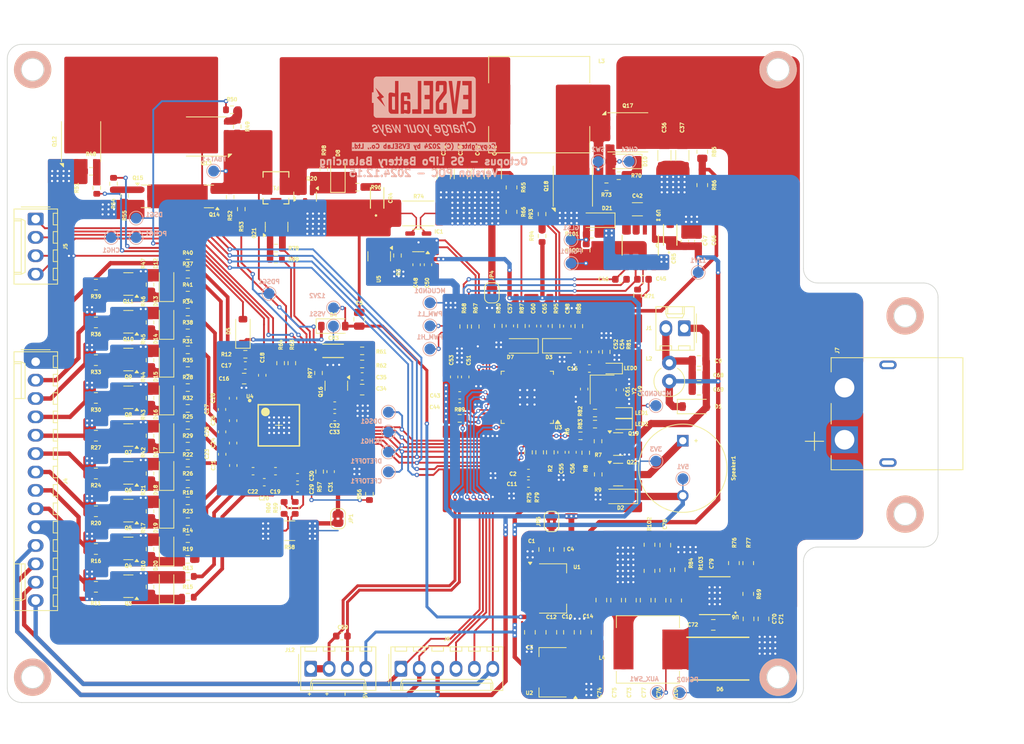
<source format=kicad_pcb>
(kicad_pcb (version 20240108) (generator "pcbnew") (generator_version "8.0")
  (layers (0 "F.Cu" signal) (31 "B.Cu" signal) (34 "B.Paste" user) (35 "F.Paste" user) (36 "B.SilkS" user "B.Silkscreen") (37 "F.SilkS" user "F.Silkscreen") (38 "B.Mask" user) (39 "F.Mask" user) (44 "Edge.Cuts" user))
  (net 0 "")
  (net 1 "PGND")
  (net 2 "12V")
  (net 3 "Net-(D1-A)")
  (net 4 "Net-(J1-Pin_2)")
  (net 5 "5V")
  (net 6 "3V3")
  (net 7 "VSS")
  (net 8 "Net-(U4-BAT)")
  (net 9 "Net-(U4-CP1)")
  (net 10 "VC0")
  (net 11 "VC1")
  (net 12 "VC2")
  (net 13 "VC3")
  (net 14 "VC4")
  (net 15 "VC5")
  (net 16 "VC6")
  (net 17 "VC7")
  (net 18 "VC8")
  (net 19 "VC9")
  (net 20 "Net-(U4-SRP)")
  (net 21 "Net-(U4-SRN)")
  (net 22 "Net-(U4-REG18)")
  (net 23 "Net-(U4-REG1)")
  (net 24 "Net-(U4-REG2)")
  (net 25 "Net-(Q16-C)")
  (net 26 "Pack+")
  (net 27 "Charger+")
  (net 28 "MCUGND")
  (net 29 "SW")
  (net 30 "HS_PWM")
  (net 31 "GHS")
  (net 32 "Bat-")
  (net 33 "MCUIbuck_SENS")
  (net 34 "MCUVpack_SENS")
  (net 35 "SW1")
  (net 36 "MCUVbuck_SENS")
  (net 37 "MCUTemp_Sens")
  (net 38 "Bat+")
  (net 39 "Net-(CR3-Pad2)")
  (net 40 "CD")
  (net 41 "Net-(CR4-Pad2)")
  (net 42 "Net-(D2-A)")
  (net 43 "Net-(D8-K)")
  (net 44 "LS_PWM")
  (net 45 "GLS")
  (net 46 "Ibuck_SENS")
  (net 47 "CP3")
  (net 48 "CP2")
  (net 49 "CP4")
  (net 50 "CP8")
  (net 51 "CP1")
  (net 52 "CP6")
  (net 53 "CP7")
  (net 54 "CP5")
  (net 55 "C1103RX")
  (net 56 "C1103TX")
  (net 57 "SDA")
  (net 58 "SCL")
  (net 59 "SWCLK")
  (net 60 "SWD")
  (net 62 "Charger-")
  (net 63 "Net-(LED1-A)")
  (net 64 "Net-(LED2-A)")
  (net 65 "Net-(Q19-G)")
  (net 66 "Net-(Q22-G)")
  (net 67 "Net-(Q3-D)")
  (net 68 "Net-(Q4-D)")
  (net 69 "Net-(Q5-D)")
  (net 70 "Net-(Q6-D)")
  (net 71 "Net-(Q7-D)")
  (net 72 "Net-(Q8-D)")
  (net 73 "Net-(Q9-D)")
  (net 74 "Net-(Q10-D)")
  (net 75 "Net-(Q11-D)")
  (net 76 "Net-(Q12-G)")
  (net 77 "Net-(Q13-G)")
  (net 78 "Net-(Q14-G)")
  (net 79 "Net-(Q15-G)")
  (net 80 "BREG")
  (net 81 "FAN.ENABLE")
  (net 82 "BEEP.ENABLE")
  (net 83 "DSG")
  (net 84 "CHG")
  (net 85 "Net-(U4-TS1)")
  (net 86 "Net-(U4-TS3)")
  (net 87 "Net-(R61-Pad1)")
  (net 88 "Net-(U4-LD)")
  (net 89 "Net-(U4-PACK)")
  (net 90 "PWM_H")
  (net 91 "PWM_L")
  (net 92 "LED1")
  (net 93 "LED2")
  (net 94 "VPack_SENS")
  (net 95 "VBuck_SENS")
  (net 96 "Temp_Sens")
  (net 100 "CFETOFF")
  (net 102 "PDSG")
  (net 104 "ALERT")
  (net 107 "PCHG")
  (net 108 "DCHG")
  (net 109 "DDSG")
  (net 110 "DFETOFF")
  (net 115 "Net-(U9-LI)")
  (net 116 "Net-(U9-HI)")
  (net 117 "Net-(U9-HB)")
  (net 118 "Net-(D12-K)")
  (net 119 "Net-(D13-K)")
  (net 120 "Net-(D14-K)")
  (net 121 "Net-(D15-K)")
  (net 122 "Net-(D16-K)")
  (net 123 "Net-(D17-K)")
  (net 124 "Net-(D18-K)")
  (net 125 "Net-(D19-K)")
  (net 126 "Net-(D20-K)")
  (net 127 "FUSE")
  (net 128 "FBat+")
  (net 129 "Net-(Q21-D)")
  (net 130 "Net-(Q21-G)")
  (net 131 "Net-(LED0-A)")
  (net 132 "REGIN")
  (net 133 "Net-(U6-BOOT)")
  (net 134 "AUX_SW")
  (net 135 "Net-(C78-Pad1)")
  (net 136 "Net-(U6-COMP)")
  (net 137 "Net-(U6-EN)")
  (net 138 "Net-(U6-RT{slash}CLK)")
  (net 139 "Net-(U6-FB)")
  (net 140 "Net-(R104-Pad2)")
  (net 150 "Net-(U3-NRST)")
  (net 151 "Net-(U3-BOOT0)")
  (net 157 "Net-(IC1-REF)")
  (net 158 "Net-(U3-PD0_OSC_IN)")
  (net 159 "Net-(U3-PD1_OSC_OUT)")
  (net 160 "Net-(D4-K)")
  (footprint "Diode_SMD:D_SOD-123" (layer "F.Cu") (at 115.4684 64.053296 90)
    (property "Reference" "D13")
    (property "Value" "BZT52C5V1-G3-08")
  )
  (footprint "Diode_SMD:D_SOD-123" (layer "F.Cu") (at 139.141199 43.738703 90)
    (property "Reference" "D8")
    (property "Value" "BZT52C16-G")
  )
  (footprint "Capacitor_SMD:C_0805_2012Metric" (layer "F.Cu") (at 169.672 95.468401 -90)
    (property "Reference" "C4")
    (property "Value" "1uF")
  )
  (footprint "Resistor_SMD:R_0603_1608Metric" (layer "F.Cu") (at 118.4016 67.870212)
    (property "Reference" "R31")
    (property "Value" "100R")
  )
  (footprint "Capacitor_SMD:C_1206_3216Metric" (layer "F.Cu") (at 186.7281 41.0065 90)
    (property "Reference" "C37")
    (property "Value" "33nF")
  )
  (footprint "Resistor_SMD:R_0603_1608Metric" (layer "F.Cu") (at 136.6139 84.709 -90)
    (property "Reference" "R57")
    (property "Value" "TMP61")
  )
  (footprint "Resistor_SMD:R_0805_2012Metric" (layer "F.Cu") (at 105.7056 84.966436 180)
    (property "Reference" "R24")
    (property "Value" "33R")
  )
  (footprint "Capacitor_SMD:C_0805_2012Metric" (layer "F.Cu") (at 183.716201 102.490505 -90)
    (property "Reference" "C76")
    (property "Value" "10uF")
  )
  (footprint "Capacitor_SMD:C_0603_1608Metric" (layer "F.Cu") (at 173.8876 70.45305 180)
    (property "Reference" "C15")
    (property "Value" "100nF")
  )
  (footprint "Diode_SMD:D_SOD-123" (layer "F.Cu") (at 115.4684 79.721276 90)
    (property "Reference" "D16")
    (property "Value" "BZT52C5V1-G3-08")
  )
  (footprint "Resistor_SMD:R_0603_1608Metric" (layer "F.Cu") (at 118.4016 70.744645)
    (property "Reference" "R35")
    (property "Value" "1k")
  )
  (footprint "Package_TO_SOT_SMD:SOT-23" (layer "F.Cu") (at 130.6694 50.8658 90)
    (property "Reference" "Q21")
    (property "Value" "T2N7002BK")
  )
  (footprint "Resistor_SMD:R_0603_1608Metric" (layer "F.Cu") (at 175.1076 85.09 90)
    (property "Reference" "R9")
    (property "Value" "10k")
  )
  (footprint "Capacitor_SMD:C_1206_3216Metric" (layer "F.Cu") (at 153.77017 43.512 90)
    (property "Reference" "C38")
    (property "Value" "10uF")
  )
  (footprint "Resistor_SMD:R_2512_6332Metric" (layer "F.Cu") (at 150.2503 49.0093)
    (property "Reference" "R74")
    (property "Value" "0.1R")
  )
  (footprint "Resistor_SMD:R_0603_1608Metric" (layer "F.Cu") (at 131.223015 69.7103 -90)
    (property "Reference" "R64")
    (property "Value" "4K7")
  )
  (footprint "Resistor_SMD:R_0603_1608Metric" (layer "F.Cu") (at 113.1824 58.853136 90)
    (property "Reference" "R47")
    (property "Value" "10k")
  )
  (footprint "Capacitor_SMD:C_0603_1608Metric" (layer "F.Cu") (at 187.071 52.832 90)
    (property "Reference" "C47")
    (property "Value" "100nF")
  )
  (footprint "Resistor_SMD:R_0603_1608Metric" (layer "F.Cu") (at 118.4016 83.533545)
    (property "Reference" "R22")
    (property "Value" "100R")
  )
  (footprint "Resistor_SMD:R_0603_1608Metric" (layer "F.Cu") (at 161.303143 64.562797 90)
    (property "Reference" "R80")
    (property "Value" "1k")
  )
  (footprint "Crystal:Crystal_SMD_3225-4Pin_3.2x2.5mm" (layer "F.Cu") (at 175.6528 73.3598 -90)
    (property "Reference" "Y2")
    (property "Value" "TAXM8M4RLBDDT2T")
  )
  (footprint "Package_TO_SOT_SMD:SOT-23" (layer "F.Cu") (at 112.6086 46.6501)
    (property "Reference" "Q15")
    (property "Value" "T2N7002BK")
  )
  (footprint "Resistor_SMD:R_0603_1608Metric" (layer "F.Cu") (at 118.4016 65.523534)
    (property "Reference" "R38")
    (property "Value" "1k")
  )
  (footprint "My_Library:AMASS_XT60PW-M" (layer "F.Cu") (at 215.1397 76.7031 -90)
    (property "Reference" "J7")
    (property "Value" "XT60PW-M")
  )
  (footprint "Resistor_SMD:R_0805_2012Metric" (layer "F.Cu") (at 105.7056 90.189096 180)
    (property "Reference" "R20")
    (property "Value" "33R")
  )
  (footprint "Resistor_SMD:R_0603_1608Metric" (layer "F.Cu") (at 176.244495 45.325385)
    (property "Reference" "R73")
    (property "Value" "10k")
  )
  (footprint "Resistor_SMD:R_0805_2012Metric" (layer "F.Cu") (at 105.7056 58.853136 180)
    (property "Reference" "R39")
    (property "Value" "33R")
  )
  (footprint "Capacitor_SMD:C_0805_2012Metric" (layer "F.Cu") (at 186.383201 98.265505 90)
    (property "Reference" "C79")
    (property "Value" "16pF")
  )
  (footprint "Resistor_SMD:R_0603_1608Metric" (layer "F.Cu") (at 130.5819 55.3339 180)
    (property "Reference" "R99")
    (property "Value" "1k")
  )
  (footprint "Capacitor_SMD:C_0603_1608Metric" (layer "F.Cu") (at 165.468 84.899499 180)
    (property "Reference" "C2")
    (property "Value" "100nF")
  )
  (footprint "Package_TO_SOT_SMD:SOT-23" (layer "F.Cu") (at 121.320801 46.6603 180)
    (property "Reference" "Q14")
    (property "Value" "T2N7002BK")
  )
  (footprint "Capacitor_SMD:C_0603_1608Metric" (layer "F.Cu") (at 166.087223 64.575798 -90)
    (property "Reference" "C60")
    (property "Value" "10nF")
  )
  (footprint "Resistor_SMD:R_0603_1608Metric" (layer "F.Cu") (at 118.4016 102.071312)
    (property "Reference" "R15")
    (property "Value" "1k")
  )
  (footprint "Resistor_SMD:R_0603_1608Metric" (layer "F.Cu") (at 113.1824 95.411756 90)
    (property "Reference" "R17")
    (property "Value" "10k")
  )
  (footprint "Capacitor_SMD:C_0603_1608Metric" (layer "F.Cu") (at 151.5872 56.10255 90)
    (property "Reference" "C50")
    (property "Value" "10nF")
  )
  (footprint "Jumper:SolderJumper-2_P1.3mm_Bridged2Bar_RoundedPad1.0x1.5mm" (layer "F.Cu") (at 160.4137 59.9821 90)
    (property "Reference" "JP4")
    (property "Value" "SB")
  )
  (footprint "Inductor_THT:L_Axial_L9.5mm_D4.0mm_P2.54mm_Vertical_Fastron_SMCC" (layer "F.Cu") (at 184.9272 72.2148 90)
    (property "Reference" "L2")
    (property "Value" "3.3m")
  )
  (footprint "Resistor_SMD:R_0603_1608Metric" (layer "F.Cu") (at 131.7107 89.7255 90)
    (property "Reference" "R60")
    (property "Value" "100R")
  )
  (footprint "Resistor_SMD:R_0603_1608Metric" (layer "F.Cu") (at 177.9397 43.8023)
    (property "Reference" "R70")
    (property "Value" "10R")
  )
  (footprint "Capacitor_SMD:C_0603_1608Metric" (layer "F.Cu") (at 130.518201 84.6455 180)
    (property "Reference" "C19")
    (property "Value" "220nF")
  )
  (footprint "Inductor_SMD:L_Sunlord_MWSA0804S" (layer "F.Cu") (at 181.9708 109.293098 180)
    (property "Reference" "L4")
    (property "Value" "56uH")
  )
  (footprint "Resistor_SMD:R_0603_1608Metric" (layer "F.Cu") (at 141.8336 45.388701 180)
    (property "Reference" "R96")
    (property "Value" "10k")
  )
  (footprint "Capacitor_SMD:C_0805_2012Metric" (layer "F.Cu") (at 189.041997 69.412804)
    (property "Reference" "C9")
    (property "Value" "10uF")
  )
  (footprint "Resistor_SMD:R_0603_1608Metric" (layer "F.Cu") (at 156.520955 64.643 90)
    (property "Reference" "R68")
    (property "Value" "120")
  )
  (footprint "Resistor_SMD:R_0603_1608Metric" (layer "F.Cu") (at 169.2783 64.58 90)
    (property "Reference" "R95")
    (property "Value" "1k")
  )
  (footprint "CRH01:S-FLAT_TOS" (layer "F.Cu") (at 144.5641 46.863701 90)
    (property "Reference" "CR4")
    (property "Value" "CRH01")
  )
  (footprint "Resistor_SMD:R_0603_1608Metric" (layer "F.Cu") (at 118.4016 93.975765)
    (property "Reference" "R14")
    (property "Value" "100R")
  )
  (footprint "Connector_Molex:Molex_KK-254_AE-6410-04A_1x04_P2.54mm_Vertical" (layer "F.Cu") (at 97.383599 49.784 -90)
    (property "Reference" "J5")
    (property "Value" "Conn_01x04_Pin")
  )
  (footprint "Capacitor_SMD:C_0603_1608Metric" (layer "F.Cu") (at 174.67895 68.15385 -90)
    (property "Reference" "C54")
    (property "Value" "10uF")
  )
  (footprint "Jumper:SolderJumper-2_P1.3mm_Bridged2Bar_RoundedPad1.0x1.5mm" (layer "F.Cu") (at 168.656 91.602801 90)
    (property "Reference" "JP5")
    (property "Value" "SB")
  )
  (footprint "Resistor_SMD:R_0603_1608Metric" (layer "F.Cu") (at 105.029 43.1922 180)
    (property "Reference" "R48")
    (property "Value" "10k")
  )
  (footprint "Resistor_SMD:R_0603_1608Metric" (layer "F.Cu") (at 118.4016 57.427991)
    (property "Reference" "R37")
    (property "Value" "100R")
  )
  (footprint "Resistor_SMD:R_0603_1608Metric" (layer "F.Cu") (at 147.3708 54.8254 90)
    (property "Reference" "R3")
    (property "Value" "1k")
  )
  (footprint "Capacitor_SMD:C_0805_2012Metric" (layer "F.Cu") (at 181.6608 102.478801 -90)
    (property "Reference" "C77")
    (property "Value" "10uF")
  )
  (footprint "Resistor_SMD:R_0805_2012Metric" (layer "F.Cu") (at 185.875201 102.522504 90)
    (property "Reference" "R104")
    (property "Value" "47k")
  )
  (footprint "Package_QFP:LQFP-48-1EP_7x7mm_P0.5mm_EP3.6x3.6mm_ThermalVias" (layer "F.Cu") (at 165.306251 74.433154 180)
    (property "Reference" "U3")
    (property "Value" "STM32F103C8T6")
  )
  (footprint "Package_TO_SOT_SMD:SOT-23" (layer "F.Cu") (at 110.188499 95.324256 180)
    (property "Reference" "Q4")
    (property "Value" "T2N7002BK")
  )
  (footprint "Capacitor_SMD:C_0603_1608Metric" (layer "F.Cu") (at 173.1632 73.2914 90)
    (property "Reference" "C61")
    (property "Value" "100pF")
  )
  (footprint "Capacitor_SMD:C_0603_1608Metric" (layer "F.Cu") (at 170.833859 64.5922 -90)
    (property "Reference" "C58")
    (property "Value" "10nF")
  )
  (footprint "Capacitor_SMD:C_0805_2012Metric" (layer "F.Cu") (at 142.0876 63.642201 90)
    (property "Reference" "C5")
    (property "Value" "10uF")
  )
  (footprint "Resistor_SMD:R_0603_1608Metric" (layer "F.Cu") (at 118.4016 88.754655)
    (property "Reference" "R18")
    (property "Value" "100R")
  )
  (footprint "LED_SMD:LED_0603_1608Metric" (layer "F.Cu") (at 176.9617 70.45385 180)
    (property "Reference" "LED0")
    (property "Value" "LED")
  )
  (footprint "Resistor_SMD:R_0805_2012Metric" (layer "F.Cu") (at 182.192201 94.821504 90)
    (property "Reference" "R102")
    (property "Value" "10k")
  )
  (footprint "TPS54360:DDA8_3P1X2P4_TEX-L" (layer "F.Cu") (at 191.202851 101.859002 180)
    (property "Reference" "U6")
    (property "Value" "TPS54360DDA")
  )
  (footprint "Diode_SMD:D_SOD-123" (layer "F.Cu") (at 169.7736 67.31)
    (property "Reference" "D3")
    (property "Value" "1N4148")
  )
  (footprint "Package_DFN_QFN:AO_DFN-8-1EP_5.55x5.2mm_P1.27mm_EP4.12x4.6mm" (layer "F.Cu") (at 171.604202 45.246799 90)
    (property "Reference" "Q18")
    (property "Value" "TPH3R70APL,L1Q")
  )
  (footprint "SCF4030-22-02:ITV4030L1212NR_LTF" (layer "F.Cu") (at 130.5819 45.468204 180)
    (property "Reference" "F1")
    (property "Value" "SCF4030-22-02")
  )
  (footprint "Capacitor_SMD:C_0805_2012Metric" (layer "F.Cu") (at 175.538299 102.464595 -90)
    (property "Reference" "C74")
    (property "Value" "10uF")
  )
  (footprint "Resistor_SMD:R_0603_1608Metric" (layer "F.Cu") (at 143.4973 87.8083 90)
    (property "Reference" "R56")
    (property "Value" "TMP61")
  )
  (footprint "Package_TO_SOT_SMD:SOT-23-6" (layer "F.Cu") (at 150.2503 52.740299 180)
    (property "Reference" "IC1")
    (property "Value" "INA181A1")
  )
  (footprint "Capacitor_SMD:C_0603_1608Metric" (layer "F.Cu") (at 155.969 74.162301 180)
    (property "Reference" "C43")
    (property "Value" "100nF")
  )
  (footprint "Capacitor_SMD:C_0805_2012Metric" (layer "F.Cu") (at 189.041993 73.375196)
    (property "Reference" "C69")
    (property "Value" "10uF")
  )
  (footprint "Capacitor_SMD:C_1206_3216Metric" (layer "F.Cu") (at 184.25056 41.006496 90)
    (property "Reference" "C36")
    (property "Value" "33nF")
  )
  (footprint "Resistor_SMD:R_0603_1608Metric" (layer "F.Cu") (at 130.5819 53.799499 180)
    (property "Reference" "R78")
    (property "Value" "10k")
  )
  (footprint "Resistor_SMD:R_0603_1608Metric" (layer "F.Cu") (at 174.6636 78.146791 180)
    (property "Reference" "R83")
    (property "Value" "120R")
  )
  (footprint "Capacitor_SMD:C_0603_1608Metric" (layer "F.Cu") (at 138.704401 75.5777)
    (property "Reference" "C32")
    (property "Value" "1uF")
  )
  (footprint "Resistor_SMD:R_0805_2012Metric" (layer "F.Cu") (at 105.7056 64.075796 180)
    (property "Reference" "R36")
    (property "Value" "33R")
  )
  (footprint "Package_TO_SOT_SMD:SOT-23" (layer "F.Cu") (at 177.862202 85.1179)
    (property "Reference" "Q22")
    (property "Value" "T2N7002BK")
  )
  (footprint "Capacitor_SMD:C_0603_1608Metric" (layer "F.Cu") (at 124.6505 74.561098 90)
    (property "Reference" "C28")
    (property "Value" "220nF")
  )
  (footprint "Capacitor_SMD:C_0805_2012Metric" (layer "F.Cu") (at 165.6715 106.9213 -90)
    (property "Reference" "C3")
    (property "Value" "10uF")
  )
  (footprint "Capacitor_SMD:C_0603_1608Metric" (layer "F.Cu") (at 133.5659 87.0077 180)
    (property "Reference" "C29")
    (property "Value" "100pF")
  )
  (footprint "Capacitor_SMD:C_0805_2012Metric" (layer "F.Cu") (at 168.630601 106.9225 -90)
    (property "Reference" "C12")
    (property "Value" "1uF")
  )
  (footprint "Resistor_SMD:R_0805_2012Metric" (layer "F.Cu") (at 163.13436 48.7915 -90)
    (property "Reference" "R66")
    (property "Value" "10k")
  )
  (footprint "Package_TO_SOT_SMD:SOT-23" (layer "F.Cu") (at 110.188499 58.765636 180)
    (property "Reference" "Q11")
    (property "Value" "T2N7002BK")
  )
  (footprint "Capacitor_SMD:C_0603_1608Metric" (layer "F.Cu") (at 167.68426 64.58 -90)
    (property "Reference" "C65")
    (property "Value" "10nF")
  )
  (footprint "Resistor_SMD:R_0603_1608Metric" (layer "F.Cu") (at 125.231098 37.006497 -90)
    (property "Reference" "R49")
    (property "Value" "10k")
  )
  (footprint "Resistor_SMD:R_0805_2012Metric" (layer "F.Cu") (at 105.7056 74.521116 180)
    (property "Reference" "R30")
    (property "Value" "33R")
  )
  (footprint "Diode_SMD:D_SOD-123" (layer "F.Cu") (at 115.4684 74.498616 90)
    (property "Reference" "D15")
    (property "Value" "BZT52C5V1-G3-08")
  )
  (footprint "Capacitor_SMD:C_0805_2012Metric" (layer "F.Cu") (at 173.4185 106.923801 90)
    (property "Reference" "C14")
    (property "Value" "10uF")
  )
  (footprint "Resistor_SMD:R_0805_2012Metric" (layer "F.Cu") (at 105.705599 79.743776 180)
    (property "Reference" "R27")
    (property "Value" "33R")
  )
  (footprint "Package_DFN_QFN:AO_DFN-8-1EP_5.55x5.2mm_P1.27mm_EP4.12x4.6mm" (layer "F.Cu") (at 103.6584 39.081499 90)
    (property "Reference" "Q12")
    (property "Value" "TPH3R70APL,L1Q")
  )
  (footprint "Diode_SMD:D_SOD-123" (layer "F.Cu") (at 178.194702 88.138 180)
    (property "Reference" "D2")
    (property "Value" "1N4148")
  )
  (footprint "Package_TO_SOT_SMD:SOT-23" (layer "F.Cu") (at 110.188499 79.656276 180)
    (property "Reference" "Q7")
    (property "Value" "T2N7002BK")
  )
  (footprint "Capacitor_SMD:C_0805_2012Metric" (layer "F.Cu") (at 167.640003 95.470903 90)
    (property "Reference" "C1")
    (property "Value" "10uF")
  )
  (footprint "Diode_SMD:D_SOD-123" (layer "F.Cu") (at 138.498601 64.5922)
    (property "Reference" "D4")
    (property "Value" "1N4148")
  )
  (footprint "Resistor_SMD:R_0603_1608Metric" (layer "F.Cu") (at 118.4016 60.302423)
    (property "Reference" "R41")
    (property "Value" "1k")
  )
  (footprint "Capacitor_SMD:C_0805_2012Metric" (layer "F.Cu") (at 184.381201 94.871305 90)
    (property "Reference" "C78")
    (property "Value" "22nF")
  )
  (footprint "Capacitor_SMD:C_0603_1608Metric" (layer "F.Cu") (at 127.418197 84.6455 180)
    (property "Reference" "C22")
    (property "Value" "220nF")
  )
  (footprint "Resistor_SMD:R_0603_1608Metric" (layer "F.Cu") (at 113.1824 64.075796 90)
    (property "Reference" "R46")
    (property "Value" "10k")
  )
  (footprint "Diode_SMD:D_SOD-123" (layer "F.Cu") (at 188.392799 75.712004)
    (property "Reference" "D1")
    (property "Value" "1N4148")
  )
  (footprint "Capacitor_SMD:C_0603_1608Metric" (layer "F.Cu") (at 170.0322 82.0293 90)
    (property "Reference" "C55")
    (property "Value" "100nF")
  )
  (footprint "Resistor_SMD:R_0603_1608Metric" (layer "F.Cu") (at 168.4909 82.042 -90)
    (property "Reference" "R2")
    (property "Value" "10k")
  )
  (footprint "Capacitor_SMD:C_1206_3216Metric" (layer "F.Cu") (at 158.47203 43.512 90)
    (property "Reference" "C40")
    (property "Value" "10uF")
  )
  (footprint "Capacitor_SMD:C_0603_1608Metric" (layer "F.Cu") (at 124.6632 77.659898 90)
    (property "Reference" "C26")
    (property "Value" "220nF")
  )
  (footprint "Resistor_SMD:R_0603_1608Metric" (layer "F.Cu") (at 113.1824 84.966436 90)
    (property "Reference" "R42")
    (property "Value" "10k")
  )
  (footprint "Diode_SMD:D_SOD-123" (layer "F.Cu") (at 115.4684 90.166596 90)
    (property "Reference" "D18")
    (property "Value" "BZT52C5V1-G3-08")
  )
  (footprint "Resistor_SMD:R_0603_1608Metric" (layer "F.Cu") (at 172.657 79.756)
    (property "Reference" "R6")
    (property "Value" "1k")
  )
  (footprint "Resistor_SMD:R_0603_1608Metric" (layer "F.Cu") (at 118.4016 91.629089)
    (property "Reference" "R23")
    (property "Value" "1k")
  )
  (footprint "Capacitor_SMD:C_0805_2012Metric" (layer "F.Cu") (at 171.063011 106.9225 90)
    (property "Reference" "C10")
    (property "Value" "10uF")
  )
  (footprint "Capacitor_SMD:C_0805_2012Metric" (layer "F.Cu") (at 177.579132 102.478801 -90)
    (property "Reference" "C75")
    (property "Value" "10uF")
  )
  (footprint "Package_DFN_QFN:AO_DFN-8-1EP_5.55x5.2mm_P1.27mm_EP4.12x4.6mm" (layer "F.Cu") (at 179.194499 37.7981)
    (property "Reference" "Q17")
    (property "Value" "TPH3R70APL,L1Q")
  )
  (footprint "Resistor_SMD:R_0603_1608Metric" (layer "F.Cu") (at 174.198502 51.87995)
    (property "Reference" "R101")
    (property "Value" "10R")
  )
  (footprint "Capacitor_SMD:C_0603_1608Metric" (layer "F.Cu") (at 155.201 71.6147 90)
    (property "Reference" "C53")
    (property "Value" "10uF")
  )
  (footprint "Capacitor_SMD:C_0603_1608Metric" (layer "F.Cu") (at 165.468 86.36)
    (property "Reference" "C11")
    (property "Value" "10uF")
  )
  (footprint "Capacitor_SMD:C_0805_2012Metric" (layer "F.Cu") (at 142.493402 73.3679 180)
    (property "Reference" "C34")
    (property "Value" "10uF")
  )
  (footprint "Capacitor_SMD:C_1206_3216Metric" (layer "F.Cu") (at 180.5178 48.4378)
    (property "Reference" "C42")
    (property "Value" "10uF")
  )
  (footprint "Resistor_SMD:R_0603_1608Metric" (layer "F.Cu") (at 125.7935 48.4129 90)
    (property "Reference" "R53")
    (property "Value" "1k")
  )
  (footprint "Resistor_SMD:R_0603_1608Metric" (layer "F.Cu") (at 173.3804 82.0928 -90)
    (property "Reference" "R8")
    (property "Value" "1k")
  )
  (footprint "Resistor_SMD:R_0603_1608Metric" (layer "F.Cu") (at 124.254501 46.7478 90)
    (property "Reference" "R52")
    (property "Value" "10k")
  )
  (footprint "Diode_SMD:D_SOD-123" (layer "F.Cu") (at 126.0221 65.285617 90)
    (property "Reference" "D5")
    (property "Value" "1N4148")
  )
  (footprint "Capacitor_SMD:C_0603_1608Metric" (layer "F.Cu") (at 138.1379 84.709 90)
    (property "Reference" "C31")
    (property "Value" "10uF")
  )
  (footprint "Resistor_SMD:R_0603_1608Metric" (layer "F.Cu") (at 113.1824 90.189096 90)
    (property "Reference" "R21")
    (property "Value" "10k")
  )
  (footprint "Capacitor_SMD:C_0603_1608Metric" (layer "F.Cu") (at 142.493402 71.546799 180)
    (property "Reference" "C35")
    (property "Value" "1uF")
  )
  (footprint "Diode_SMD:D_SOD-123" (layer "F.Cu") (at 178.795703 41.822015 180)
    (property "Reference" "D10")
    (property "Value" "1N5819HW-7-F")
  )
  (footprint "Connector_Molex:Molex_KK-254_AE-6410-06A_1x06_P2.54mm_Vertical" (layer "F.Cu") (at 147.840701 111.963199)
    (property "Reference" "J6")
    (property "Value" "Conn_01x06")
  )
  (footprint "Capacitor_SMD:C_0603_1608Metric" (layer "F.Cu") (at 123.1265 76.110498 90)
    (property "Reference" "C27")
    (property "Value" "220nF")
  )
  (footprint "Package_TO_SOT_SMD:SOT-23" (layer "F.Cu") (at 134.607299 46.694901 -90)
    (property "Reference" "Q20")
    (property "Value" "T2N7002BK")
  )
  (footprint "Resistor_SMD:R_0603_1608Metric" (layer "F.Cu") (at 180.5428 60.3631 90)
    (property "Reference" "R71")
    (property "Value" "0R")
  )
  (footprint "Resistor_SMD:R_0603_1608Metric" (layer "F.Cu") (at 142.489301 68.0085 180)
    (property "Reference" "R61")
    (property "Value" "100R")
  )
  (footprint "Capacitor_SMD:C_0603_1608Metric" (layer "F.Cu") (at 162.897183 64.562797 -90)
    (property "Reference" "C57")
    (property "Value" "10nF")
  )
  (footprint "Resistor_SMD:R_0603_1608Metric" (layer "F.Cu") (at 167.3479 52.1335 90)
    (property "Reference" "R94")
    (property "Value" "4.7K")
  )
  (footprint "Capacitor_SMD:C_0805_2012Metric" (layer "F.Cu") (at 189.041998 71.394001)
    (property "Reference" "C68")
    (property "Value" "10uF")
  )
  (footprint "Resistor_SMD:R_0603_1608Metric" (layer "F.Cu") (at 118.4016 86.407978)
    (property "Reference" "R26")
    (property "Value" "1k")
  )
  (footprint "Resistor_SMD:R_0805_2012Metric" (layer "F.Cu") (at 189.484 45.0958 -90)
    (property "Reference" "R86")
    (property "Value" "10k")
  )
  (footprint "Resistor_SMD:R_0805_2012Metric" (layer "F.Cu") (at 195.834 97.355098 90)
    (property "Reference" "R77")
    (property "Value" "22k")
  )
  (footprint "Resistor_SMD:R_0603_1608Metric" (layer "F.Cu") (at 175.0822 80.506001 90)
    (property "Reference" "R7")
    (property "Value" "10k")
  )
  (footprint "Package_TO_SOT_SMD:SOT-23" (layer "F.Cu") (at 138.924401 72.8322 -90)
    (property "Reference" "Q16")
    (property "Value" "FMMT493")
  )
  (footprint "Resistor_SMD:R_0603_1608Metric" (layer "F.Cu") (at 113.1824 79.743776 90)
    (property "Reference" "R43")
    (property "Value" "10k")
  )
  (footprint "Resistor_SMD:R_0603_1608Metric" (layer "F.Cu") (at 176.2117 68.15385 90)
    (property "Reference" "R81")
    (property "Value" "120R")
  )
  (footprint "Resistor_SMD:R_0603_1608Metric" (layer "F.Cu") (at 113.1824 100.634419 90)
    (property "Reference" "R10")
    (property "Value" "10k")
  )
  (footprint "Diode_SMD:D_SOD-123" (layer "F.Cu") (at 115.4684 84.943936 90)
    (property "Reference" "D17")
    (property "Value" "BZT52C5V1-G3-08")
  )
  (footprint "Diode_SMD:D_SOD-123" (layer "F.Cu") (at 164.4552 67.3227 180)
    (property "Reference" "D7")
    (property "Value" "1N4148")
  )
  (footprint "Capacitor_SMD:C_0805_2012Metric" (layer "F.Cu") (at 191.006001 105.897602 180)
    (property "Reference" "C72")
    (property "Value" "100nF")
  )
  (footprint "Resistor_SMD:R_0603_1608Metric" (layer "F.Cu") (at 133.2367 89.7255 90)
    (property "Reference" "R59")
    (property "Value" "100R")
  )
  (footprint "Resistor_SMD:R_0603_1608Metric" (layer "F.Cu") (at 118.4016 73.091324)
    (property "Reference" "R28")
    (property "Value" "100R")
  )
  (footprint "Resistor_SMD:R_0603_1608Metric" (layer "F.Cu") (at 124.504595 34.6808)
    (property "Reference" "R50")
    (property "Value" "1k")
  )
  (footprint "Resistor_SMD:R_0603_1608Metric" (layer "F.Cu") (at 109.674899 46.562601 -90)
    (property "Reference" "R55")
    (property "Value" "10k")
  )
  (footprint "Connector_Molex:Molex_KK-254_AE-6410-02A_1x02_P2.54mm_Vertical" (layer "F.Cu") (at 186.994797 64.891604 180)
    (property "Reference" "J1")
    (property "Value" "Conn_FAN")
  )
  (footprint "Diode_SMD:D_SOD-123" (layer "F.Cu") (at 115.4684 69.275956 90)
    (property "Reference" "D14")
    (property "Value" "BZT52C5V1-G3-08")
  )
  (footprint "CRH01:S-FLAT_TOS" (layer "F.Cu") (at 138.476101 68.0085)
    (property "Reference" "CR3")
    (property "Value" "CRH01")
  )
  (footprint "Diode_SMD:D_SOD-123" (layer "F.Cu") (at 115.4684 100.611919 90)
    (property "Reference" "D20")
    (property "Value" "BZT52C5V1-G3-08")
  )
  (footprint "Resistor_SMD:R_0603_1608Metric" (layer "F.Cu") (at 173.4439 54.1147 90)
    (property "Reference" "R100")
    (property "Value" "10k")
  )
  (footprint "LED_SMD:LED_0603_1608Metric" (layer "F.Cu") (at 178.3333 78.1304 180)
    (property "Reference" "LED2")
    (property "Value" "LED")
  )
  (footprint "BQ76942PFBT:PFB0048A_L" (layer "F.Cu") (at 130.977701 78.305701)
    (property "Reference" "U4")
    (property "Value" "PBQ76942PFBT")
  )
  (footprint "Resistor_SMD:R_0805_2012Metric" (layer "F.Cu") (at 105.7056 95.411756 180)
    (property "Reference" "R16")
    (property "Value" "33R")
  )
  (footprint "Connector_Molex:Molex_KK-254_AE-6410-04A_1x04_P2.54mm_Vertical" (layer "F.Cu") (at 135.382 111.963199)
    (property "Reference" "J12")
    (property "Value" "Conn_01x04_Pin")
  )
  (footprint "Capacitor_SMD:C_0805_2012Metric" (layer "F.Cu") (at 195.875339 105.0671 90)
    (property "Reference" "C70")
    (property "Value" "10uF")
  )
  (footprint "Capacitor_SMD:C_0603_1608Metric" (layer "F.Cu") (at 181.292801 58.1152)
    (property "Reference" "C45")
    (property "Value" "100pF")
  )
  (footprint "Capacitor_SMD:C_0603_1608Metric" (layer "F.Cu") (at 128.6891 71.3867 -90)
    (property "Reference" "C18")
    (property "Value" "1uF")
  )
  (footprint "Capacitor_SMD:C_0603_1608Metric" (layer "F.Cu") (at 126.3523 70.0278)
    (property "Reference" "C17")
    (property "Value" "100pF")
  )
  (footprint "Resistor_SMD:R_0805_2012Metric" (layer "F.Cu") (at 105.7056 100.634419 180)
    (property "Reference" "R11")
    (property "Value" "33R")
  )
  (footprint "Package_TO_SOT_SMD:SOT-23" (layer "F.Cu") (at 110.188499 84.878936 180)
    (property "Reference" "Q6")
    (property "Value" "T2N7002BK")
  )
  (footprint "Resistor_SMD:R_0603_1608Metric" (layer "F.Cu") (at 113.1824 74.521116 90)
    (property "Reference" "R44")
    (property "Value" "10k")
  )
  (footprint "Package_TO_SOT_SMD:SOT-23" (layer "F.Cu") (at 110.188499 69.210956 180)
    (property "Reference" "Q9")
    (property "Value" "T2N7002BK")
  )
  (footprint "Package_TO_SOT_SMD:SOT-23" (layer "F.Cu") (at 110.188499 63.988296 180)
    (property "Reference" "Q10")
    (property "Value" "T2N7002BK")
  )
  (footprint "Resistor_SMD:R_0603_1608Metric" (layer "F.Cu") (at 118.4016 55.8927)
    (property "Reference" "R40")
    (property "Value" "100R")
  )
  (footprint "LED_SMD:LED_0603_1608Metric" (layer "F.Cu") (at 178.3333 76.5937 180)
    (property "Reference" "LED1")
    (property "Value" "LED")
  )
  (footprint "Resistor_SMD:R_0603_1608Metric" (layer "F.Cu") (at 172.4279 64.5922 90)
    (property "Reference" "R88")
    (property "Value" "1k")
  )
  (footprint "Capacitor_SMD:C_0603_1608Metric" (layer "F.Cu") (at 173.129746 68.15385 90)
    (property "Reference" "C52")
    (property "Value" "100nF")
  )
  (footprint "Capacitor_SMD:C_0603_1608Metric" (layer "F.Cu") (at 128.968199 86.1695 180)
    (property "Reference" "C20")
    (property "Value" "220nF")
  )
  (footprint "Resistor_SMD:R_0603_1608Metric" (layer "F.Cu") (at 164.493183 64.575798 90)
    (property "Reference" "R87")
    (property "Value" "1k")
  )
  (footprint "Package_TO_SOT_SMD:SOT-23" (layer "F.Cu") (at 177.862202 80.901)
    (property "Reference" "Q19")
    (property "Value" "T2N7002BK")
  )
  (footprint "Package_TO_SOT_SMD:SOT-223-3_TabPin2" (layer "F.Cu") (at 168.8338 100.8634)
    (property "Reference" "U1")
    (property "Value" "AMS1117-3.3")
  )
  (footprint "Capacitor_SMD:C_0805_2012Metric" (layer "F.Cu") (at 179.619965 102.478801 -90)
    (property "Reference" "C73")
    (property "Value" "10uF")
  )
  (footprint "Capacitor_SMD:C_0603_1608Metric" (layer "F.Cu") (at 123.1392 79.209298 90)
    (property "Reference" "C25")
    (property "Value" "220nF")
  )
  (footprint "Resistor_SMD:R_1210_3225Metric" (layer "F.Cu") (at 132.4737 92.8751 180)
    (property "Reference" "R58")
    (property "Value" "0.05R")
  )
  (footprint "Capacitor_SMD:C_0603_1608Metric" (layer "F.Cu") (at 124.6886 83.857799 90)
    (property "Reference" "C21")
    (property "Value" "220nF")
  )
  (footprint "Capacitor_SMD:C_0805_2012Metric" (layer "F.Cu") (at 197.9422 105.0671 90)
    (property "Reference" "C71")
    (property "Value" "100nF")
  )
  (footprint "Capacitor_SMD:C_0603_1608Metric" (layer "F.Cu") (at 156.7307 71.615 -90)
    (property "Reference" "C51")
    (property "Value" "100nF")
  )
  (footprint "My_Library:DIOM7959X250N" (layer "F.Cu") (at 191.9478 110.563098)
    (property "Reference" "D6")
    (property "Value" "B560C-13-F" (hide yes))
  )
  (footprint "LM5101:M08A" (layer "F.Cu") (at 180.911501 53.403502 -90)
    (property "Reference" "U9")
    (property "Value" "LM5101M/NOPB")
  )
  (footprint "Capacitor_SMD:C_0603_1608Metric" (layer "F.Cu") (at 178.1048 73.393 90)
    (property "Reference" "C49")
    (property "Value" "100pF")
  )
  (footprint "Resistor_SMD:R_0603_1608Metric" (layer "F.Cu") (at 132.7785 69.7103 -90)
    (property "Reference" "R63")
    (property "Value" "4K7")
  )
  (footprint "Resistor_SMD:R_0603_1608Metric" (layer "F.Cu") (at 158.115 64.643 90)
    (property "Reference" "R67")
    (property "Value" "120")
  )
  (footprint "Capacitor_SMD:C_0603_1608Metric" (layer "F.Cu") (at 123.1519 82.308098 90)
    (property "Reference" "C23")
    (property "Value" "220nF")
  )
  (footprint "Resistor_SMD:R_0603_1608Metric" (layer "F.Cu") (at 105.8291 45.466 90)
    (property "Reference" "R51")
    (property "Value" "1k")
  )
  (footprint "Resistor_SMD:R_0603_1608Metric" (layer "F.Cu") (at 136.4615 71.0697 -90)
    (property "Reference" "R97")
    (property "Value" "10M")
  )
  (footprint "Resistor_SMD:R_0603_1608Metric" (layer "F.Cu") (at 113.1824 69.298456 90)
    (property "Reference" "R45")
    (property "Value" "10k")
  )
  (footprint "Capacitor_SMD:C_0805_2012Metric" (layer "F.Cu") (at 126.1872 71.8439)
    (property "Reference" "C16")
    (property "Value" "10uF")
  )
  (footprint "Resistor_SMD:R_0603_1608Metric" (layer "F.Cu") (at 118.4016 81.186867)
    (property "Reference" "R29")
    (property "Value" "1k")
  )
  (footprint "Connector_Molex:Molex_KK-254_AE-6410-14A_1x14_P2.54mm_Vertical" (layer "F.Cu") (at 97.3836 69.5198 -90)
    (property "Reference" "J4")
    (property "Value" "Connector_Bat")
  )
  (footprint "Resistor_SMD:R_0603_1608Metric" (layer "F.Cu") (at 137.1981 42.863705 90)
    (property "Reference" "R98")
    (property "Value" "1M")
  )
  (footprint "Diode_SMD:D_SOD-123" (layer "F.Cu") (at 115.4684 58.830636 90)
    (property "Reference" "D12")
    (property "Value" "BZT52C5V1-G3-08")
  )
  (footprint "Jumper:SolderJumper-2_P1.3mm_Bridged2Bar_RoundedPad1.0x1.5mm" (layer "F.Cu") (at 139.1539 91.213699 -90)
    (property "Reference" "JP1")
    (property "Value" "SB")
  )
  (footprint "Capacitor_SMD:C_1206_3216Metric" (layer "F.Cu") (at 160.82296 43.512 90)
    (property "Reference" "C41")
    (property "Value" "10uF")
  )
  (footprint "Package_DFN_QFN:AO_DFN-8-1EP_5.55x5.2mm_P1.27mm_EP4.12x4.6mm" (layer "F.Cu") (at 120.967196 38.376499 180)
    (property "Reference" "Q13")
    (property "Value" "TPH3R70APL,L1Q")
  )
  (footprint "Resistor_SMD:R_0603_1608Metric" (layer "F.Cu") (at 108.1405 44.912601 -90)
    (property "Reference" "R54")
    (property "Value" "1k")
  )
  (footprint "Resistor_SMD:R_0805_2012Metric" (layer "F.Cu") (at 189.483999 40.4876 -90)
    (property "Reference" "R85")
    (property "Value" "150k")
  )
  (footprint "Diode_SMD:D_SOD-123" (layer "F.Cu") (at 175.068498 49.9491 180)
    (property "Reference" "D21")
    (property "Value" "1N5819HW-7-F")
  )
  (footprint "Diode_SMD:D_SOD-123" (layer "F.Cu") (at 115.4684 95.389256 90)
    (property "Reference" "D19")
    (property "Value" "BZT52C5V1-G3-08")
  )
  (footprint "Capacitor_SMD:C_1206_3216Metric" (layer "F.Cu") (at 156.1211 43.512 90)
    (property "Reference" "C39")
    (property "Value" "10uF")
  )
  (footprint "Resistor_SMD:R_0805_2012Metric" (layer "F.Cu") (at 182.192201 98.430004 90)
    (property "Reference" "R84")
    (property "Value" "100k")
  )
  (footprint "Package_TO_SOT_SMD:SOT-223-3_TabPin2" (layer "F.Cu") (at 168.833401 112.4458 180)
    (property "Reference" "U2")
    (property "Value" "AMS1117-5.0")
  )
  (footprint "Resistor_SMD:R_0805_2012Metric" (layer "F.Cu") (at 195.834 101.6146 90)
    (property "Reference" "R69")
    (property "Value" "470k")
  )
  (footprint "Capacitor_SMD:C_0603_1608Metric" (layer "F.Cu") (at 124.6632 80.758698 90)
    (property "Reference" "C24")
    (property "Value" "220nF")
  )
  (footprint "Resistor_SMD:R_0603_1608Metric" (layer "F.Cu") (at 155.969 77.343)
    (property "Reference" "R89")
    (property "Value" "10k")
  )
  (footprint "Resistor_SMD:R_0603_1608Metric" (layer "F.Cu") (at 142.489301 69.819599)
    (property "Reference" "R62")
    (property "Value" "100R")
  )
  (footprint "Capacitor_SMD:C_0603_1608Metric" (layer "F.Cu") (at 139.686999 107.442)
    (property "Reference" "C59")
    (property "Value" "100nF")
  )
  (footprint "Capacitor_SMD:C_0603_1608Metric" (layer "F.Cu") (at 138.704401 77.1779)
    (property "Reference" "C33")
    (property "Value" "1uF")
  )
  (footprint "Resistor_SMD:R_0603_1608Metric" (layer "F.Cu") (at 174.6636 76.6064 180)
    (property "Reference" "R82")
    (property "Value" "120R")
  )
  (footprint "Capacitor_SMD:C_0603_1608Metric" (layer "F.Cu") (at 171.5516 82.0293 -90)
    (property "Reference" "C56")
    (property "Value" "10uF")
  )
  (footprint "Resistor_SMD:R_0603_1608Metric" (layer "F.Cu") (at 118.4016 78.312435)
    (property "Reference" "R25")
    (property "Value" "100R")
  )
  (footprint "Inductor_SMD:L_Sunlord_MWSA1204S-2R2" (layer "F.Cu") (at 166.954201 33.9744 180)
    (property "Reference" "L3")
    (property "Value" "33uH")
  )
  (footprint "Resistor_SMD:R_0805_2012Metric" (layer "F.Cu") (at 184.351201 98.331504 90)
    (property "Reference" "R103")
    (property "Value" "20k")
  )
  (footprint "Resistor_SMD:R_0805_2012Metric" (layer "F.Cu") (at 105.7056 69.298456 180)
    (property "Reference" "R33")
    (property "Value" "33R")
  )
  (footprint "Capacitor_SMD:C_0603_1608Metric" (layer "F.Cu") (at 133.5659 85.4837 180)
    (property "Reference" "C30")
    (property "Value" "1uF")
  )
  (footprint "Resistor_SMD:R_0603_1608Metric" (layer "F.Cu") (at 118.4016 62.649101)
    (property "Reference" "R34")
    (property "Value" "100R")
  )
  (footprint "Resistor_SMD:R_0805_2012Metric" (layer "F.Cu") (at 163.13436 45.4175 -90)
    (property "Reference" "R65")
    (property "Value" "150k")
  )
  (footprint "Resistor_SMD:R_0603_1608Metric" (layer "F.Cu") (at 118.4016 75.965756)
    (property "Reference" "R32")
    (property "Value" "1k")
  )
  (footprint "Resistor_SMD:R_0603_1608Metric" (layer "F.Cu") (at 165.4714 82.041999 -90)
    (property "Reference" "R75")
    (property "Value" "1k")
  )
  (footprint "Capacitor_SMD:C_0603_1608Metric" (layer "F.Cu") (at 178.244801 58.1152)
    (property "Reference" "C46")
    (property "Value" "100pF")
  )
  (footprint "CRH01:S-FLAT_TOS" (layer "F.Cu") (at 185.0517 51.9811 90)
    (property "Reference" "CR5")
    (property "Value" "CRH01")
  )
  (footprint "Resistor_SMD:R_0603_1608Metric" (layer "F.Cu") (at 167.0129 82.041999 -90)
    (property "Reference" "R79")
    (property "Value" "1k")
  )
  (footprint "Resistor_SMD:R_0603_1608Metric" (layer "F.Cu") (at 118.4016 99.196875)
    (property "Reference" "R13")
    (property "Value" "100R")
  )
  (footprint "Resistor_SMD:R_0603_1608Metric" (layer "F.Cu") (at 118.4016 96.8502)
    (property "Reference" "R19")
    (property "Value" "1k")
  )
  (footprint "Resistor_SMD:R_0603_1608Metric" (layer "F.Cu") (at 167.3479 49.0987 -90)
    (property "Reference" "R93")
    (property "Value" "TMP61")
  )
  (footprint "Package_TO_SOT_SMD:SOT-23" (layer "F.Cu") (at 110.188499 100.546919 180)
    (property "Reference" "Q3")
    (property "Value" "T2N7002BK")
  )
  (footprint "Resistor_SMD:R_0603_1608Metric" (layer "F.Cu") (at 126.3523 68.485015)
    (property "Reference" "R12")
    (property "Value" "100R")
  )
  (footprint "Package_TO_SOT_SMD:SOT-23" (layer "F.Cu") (at 110.188499 90.101596 180)
    (property "Reference" "Q5")
    (property "Value" "T2N7002BK")
  )
  (footprint "Package_TO_SOT_SMD:SOT-23" (layer "F.Cu") (at 144.846 54.9379 -90)
    (property "Reference" "U5")
    (property "Value" "TL431DBZ")
  )
  (footprint "Resistor_SMD:R_0805_2012Metric" (layer "F.Cu") (at 193.854799 97.351996 90)
    (property "Reference" "R76")
    (property "Value" "220k")
  )
  (footprint "Capacitor_SMD:C_0603_1608Metric" (layer "F.Cu") (at 188.9379 52.832 90)
    (property "Reference" "C66")
    (property "Value" "10uF")
  )
  (footprint "Capacitor_SMD:C_0603_1608Metric" (layer "F.Cu") (at 150.012408 56.102551 90)
    (property "Reference" "C48")
    (property "Value" "10uF")
  )
  (footprint "Capacitor_SMD:C_0603_1608Metric" (layer "F.Cu") (at 155.969 75.692)
    (property "Reference" "C44")
    (property "Value" "10uF")
  )
  (footprint "Buzzer_Beeper:MagneticBuzzer_ProSignal_ABI-010-RC" (layer "F.Cu") (at 186.791598 80.436401 -90)
    (property "Reference" "Speaker1")
    (property "Value" "TMB12A05")
  )
  (footprint "Package_TO_SOT_SMD:SOT-23" (layer "F.Cu") (at 110.188499 74.433616 180)
    (property "Reference" "Q8")
    (property "Value" "T2N7002BK")
  )
  (footprint "TestPoint:TestPoint_Pad_D1.5mm" (layer "B.Cu") (at 183.0832 83.2612 180)
    (property "Reference" "3V3")
    (property "Value" "TestPoint")
  )
  (footprint "TestPoint:TestPoint_Pad_D1.5mm" (layer "B.Cu") (at 175.1076 41.822015 180)
    (property "Reference" "SW2")
    (property "Value" "TestPoint")
  )
  (footprint "TestPoint:TestPoint_Pad_D1.5mm" (layer "B.Cu") (at 151.8539 67.7545 180)
    (property "Reference" "PWM_H1")
    (property "Value" "TestPoint")
  )
  (footprint "TestPoint:TestPoint_Pad_D1.5mm" (layer "B.Cu") (at 146.11985 79.237416 180)
    (property "Reference" "DCHG1")
    (property "Value" "TestPoint")
  )
  (footprint "TestPoint:TestPoint_Pad_D1.5mm" (layer "B.Cu") (at 129.6289 60.0964 180)
    (property "Reference" "PDSG1")
    (property "Value" "TestPoint")
  )
  (footprint "TestPoint:TestPoint_Pad_D1.5mm" (layer "B.Cu") (at 188.9252 57.1627 180)
    (property "Reference" "12V1")
    (property "Value" "TestPoint")
  )
  (footprint "TestPoint:TestPoint_Pad_D1.5mm" (layer "B.Cu") (at 107.823 52.3367 180)
    (property "Reference" "CHG1")
    (property "Value" "TestPoint")
  )
  (footprint "TestPoint:TestPoint_Pad_D1.5mm" (layer "B.Cu") (at 138.5316 62.0776 180)
    (property "Reference" "12V2")
    (property "Value" "TestPoint")
  )
  (footprint "TestPoint:TestPoint_Pad_D1.5mm" (layer "B.Cu") (at 138.5189 64.5922 180)
    (property "Reference" "VSS1")
    (property "Value" "TestPoint")
  )
  (footprint "TestPoint:TestPoint_Pad_D1.5mm" (layer "B.Cu") (at 171.3611 55.9054 180)
    (property "Reference" "PGND1")
    (property "Value" "TestPoint")
  )
  (footprint "TestPoint:TestPoint_Pad_D1.5mm" (layer "B.Cu") (at 186.8043 85.6869 180)
    (property "Reference" "5V1")
    (property "Value" "TestPoint")
  )
  (footprint "TestPoint:TestPoint_Pad_D1.5mm" (layer "B.Cu") (at 183.0705 75.5777 180)
    (property "Reference" "MCUGND2")
    (property "Value" "TestPoint")
  )
  (footprint "TestPoint:TestPoint_Pad_D1.5mm" (layer "B.Cu") (at 183.261 115.2398 180)
    (property "Reference" "AUX_SW1")
    (property "Value" "TestPoint")
  )
  (footprint "TestPoint:TestPoint_Pad_D1.5mm" (layer "B.Cu") (at 111.2647 49.657 180)
    (property "Reference" "DSG1")
    (property "Value" "TestPoint")
  )
  (footprint "TestPoint:TestPoint_Pad_D1.5mm" (layer "B.Cu") (at 151.8539 61.3664 180)
    (property "Reference" "MCUGND1")
    (property "Value" "TestPoint")
  )
  (footprint "TestPoint:TestPoint_Pad_D1.5mm" (layer "B.Cu") (at 146.11985 76.48575 180)
    (property "Reference" "DDSG1")
    (property "Value" "TestPoint")
  )
  (footprint "TestPoint:TestPoint_Pad_D1.5mm" (layer "B.Cu") (at 146.11985 84.74075 180)
    (property "Reference" "CFETOFF1")
    (property "Value" "TestPoint")
  )
  (footprint "TestPoint:TestPoint_Pad_D1.5mm" (layer "B.Cu") (at 146.11985 81.989082 180)
    (property "Reference" "DFETOFF1")
    (property "Value" "TestPoint")
  )
  (footprint "TestPoint:TestPoint_Pad_D1.5mm" (layer "B.Cu") (at 171.3484 52.6415 180)
    (property "Reference" "GLS1")
    (property "Value" "TestPoint")
  )
  (footprint "TestPoint:TestPoint_Pad_D1.5mm" (layer "B.Cu") (at 151.8539 64.56045 180)
    (property "Reference" "PWM_L1")
    (property "Value" "TestPoint")
  )
  (footprint "TestPoint:TestPoint_Pad_D1.5mm" (layer "B.Cu") (at 186.3598 115.2652 180)
    (property "Reference" "PGND2")
    (property "Value" "TestPoint")
  )
  (footprint "TestPoint:TestPoint_Pad_D1.5mm" (layer "B.Cu") (at 121.9708 43.1546 180)
    (property "Reference" "FBAT+1")
    (property "Value" "TestPoint")
  )
  (footprint "myFootprintLib:EVSELab_Logo" (layer "B.Cu") (at 151.058909 34.0812 180)
    (property "Reference" "G***" (hide yes))
    (property "Value" "LOGO" (hide yes))
  )
  (footprint "TestPoint:TestPoint_Pad_D1.5mm" (layer "B.Cu") (at 179.4002 41.822015 180)
    (property "Reference" "GHS1")
    (property "Value" "TestPoint")
  )
  (footprint "TestPoint:TestPoint_Pad_D1.5mm" (layer "B.Cu") (at 111.2647 52.3367 180)
    (property "Reference" "PCHG1")
    (property "Value" "TestPoint")
  )
  (gr_circle (center 217.5106 63.1796) (end 219.594369 63.1796) (stroke (width 1)) (fill none) (layer "B.SilkS"))
  (gr_circle (center 199.9606 29.1296) (end 202.044369 29.1296) (stroke (width 1)) (fill none) (layer "B.SilkS"))
  (gr_circle (center 217.5106 90.5796) (end 219.594369 90.5796) (stroke (width 1)) (fill none) (layer "B.SilkS"))
  (gr_circle (center 199.9606 113.1296) (end 202.044369 113.1296) (stroke (width 1)) (fill none) (layer "B.SilkS"))
  (gr_circle (center 96.9606 29.1296) (end 99.044369 29.1296) (stroke (width 1)) (fill none) (layer "B.SilkS"))
  (gr_circle (center 96.9606 113.1296) (end 99.044369 113.1296) (stroke (width 1)) (fill none) (layer "B.SilkS"))
  (gr_circle (center 217.5106 90.5796) (end 219.5943 90.5965) (stroke (width 1)) (fill none) (layer "F.SilkS"))
  (gr_circle (center 96.9606 29.1296) (end 99.0443 29.1465) (stroke (width 1)) (fill none) (layer "F.SilkS"))
  (gr_circle (center 96.9606 113.1296) (end 99.0443 113.1465) (stroke (width 1)) (fill none) (layer "F.SilkS"))
  (gr_circle (center 199.9606 29.1296) (end 202.0443 29.1465) (stroke (width 1)) (fill none) (layer "F.SilkS"))
  (gr_circle (center 217.5106 63.1796) (end 219.594369 63.1796) (stroke (width 1)) (fill none) (layer "F.SilkS"))
  (gr_circle (center 199.9606 113.1296) (end 202.0443 113.1465) (stroke (width 1)) (fill none) (layer "F.SilkS"))
  (gr_line (start 201.4606 116.6296) (end 95.4606 116.6296) (stroke (width 0.1)) (layer "Edge.Cuts"))
  (gr_arc (start 95.4606 116.6296) (mid 94.046386 116.043814) (end 93.4606 114.6296) (stroke (width 0.1)) (layer "Edge.Cuts"))
  (gr_circle (center 199.9606 113.1296) (end 201.5106 113.1296) (stroke (width 0.1)) (fill none) (layer "Edge.Cuts"))
  (gr_arc (start 201.4606 25.6296) (mid 202.874814 26.215386) (end 203.4606 27.6296) (stroke (width 0.1)) (layer "Edge.Cuts"))
  (gr_line (start 222.0606 60.6296) (end 222.0606 93.1296) (stroke (width 0.1)) (layer "Edge.Cuts"))
  (gr_arc (start 203.4606 114.6296) (mid 202.874814 116.043814) (end 201.4606 116.6296) (stroke (width 0.1)) (layer "Edge.Cuts"))
  (gr_circle (center 217.5106 90.5796) (end 219.0606 90.5796) (stroke (width 0.1)) (fill none) (layer "Edge.Cuts"))
  (gr_arc (start 203.4606 97.1296) (mid 204.046386 95.715386) (end 205.4606 95.1296) (stroke (width 0.1)) (layer "Edge.Cuts"))
  (gr_line (start 205.4606 95.1296) (end 220.0606 95.1296) (stroke (width 0.1)) (layer "Edge.Cuts"))
  (gr_arc (start 93.4606 27.6296) (mid 94.046386 26.215386) (end 95.4606 25.6296) (stroke (width 0.1)) (layer "Edge.Cuts"))
  (gr_circle (center 96.9606 29.1296) (end 98.5106 29.1296) (stroke (width 0.1)) (fill none) (layer "Edge.Cuts"))
  (gr_arc (start 222.0606 93.1296) (mid 221.474814 94.543814) (end 220.0606 95.1296) (stroke (width 0.1)) (layer "Edge.Cuts"))
  (gr_line (start 203.4606 27.6296) (end 203.4606 56.6296) (stroke (width 0.1)) (layer "Edge.Cuts"))
  (gr_line (start 205.4606 58.6296) (end 220.0606 58.6296) (stroke (width 0.1)) (layer "Edge.Cuts"))
  (gr_line (start 93.4606 27.6296) (end 93.4606 114.6296) (stroke (width 0.1)) (layer "Edge.Cuts"))
  (gr_arc (start 220.0606 58.6296) (mid 221.474814 59.215386) (end 222.0606 60.6296) (stroke (width 0.1)) (layer "Edge.Cuts"))
  (gr_arc (start 205.4606 58.6296) (mid 204.046386 58.043814) (end 203.4606 56.6296) (stroke (width 0.1)) (layer "Edge.Cuts"))
  (gr_circle (center 96.9606 113.1296) (end 98.5106 113.1296) (stroke (width 0.1)) (fill none) (layer "Edge.Cuts"))
  (gr_circle (center 217.5106 63.1796) (end 219.0606 63.1796) (stroke (width 0.1)) (fill none) (layer "Edge.Cuts"))
  (gr_circle (center 199.9606 29.1296) (end 201.5106 29.1296) (stroke (width 0.1)) (fill none) (layer "Edge.Cuts"))
  (gr_line (start 95.4606 25.6296) (end 201.4606 25.6296) (stroke (width 0.1)) (layer "Edge.Cuts"))
  (gr_line (start 203.4606 114.6296) (end 203.4606 97.1296) (stroke (width 0.1)) (layer "Edge.Cuts"))
  (gr_text "Copyrighted (C) 2024 by EVSELab Co., Ltd." (at 151.0157 40.0812 0) (layer "B.SilkS" knockout) (effects (font (size 0.6 0.6) (thickness 0.15) (bold yes)) (justify bottom mirror)))
  (gr_text "Octopus - 9S LiPo Battery Balancing\nVersion POC - 2024.12.15" (at 150.9649 44.0055 0) (layer "B.SilkS") (effects (font (size 1 1) (thickness 0.25) (bold yes)) (justify bottom mirror)))
  (gr_text "-" (at 140.392 115.062 90) (layer "F.SilkS") (effects (font (size 0.5 0.5) (thickness 0.15) (bold yes)) (justify left bottom mirror)))
  (gr_text "5V" (at 143.2179 116.1669 90) (layer "F.SilkS") (effects (font (size 0.5 0.5) (thickness 0.15) (bold yes)) (justify left bottom)))
  (gr_text "+" (at 135.4644 115.062 90) (layer "F.SilkS") (effects (font (size 0.5 0.5) (thickness 0.15) (bold yes)) (justify left bottom mirror)))
  (gr_text "+" (at 137.8774 115.0366 90) (layer "F.SilkS") (effects (font (size 0.5 0.5) (thickness 0.15) (bold yes)) (justify left bottom mirror)))
  (segment (start 160.4137 49.6951) (end 159.9438 49.2252) (width 1) (layer "F.Cu") (net 1))
  (segment (start 161.29 48.2473) (end 161.29 48.249227) (width 0.2) (layer "F.Cu") (net 1))
  (segment (start 153.2128 49.0093) (end 151.1554 49.0093) (width 0.2) (layer "F.Cu") (net 1))
  (segment (start 161.29 49.3014) (end 161.293704 49.305104) (width 0.508) (layer "F.Cu") (net 1))
  (segment (start 150.5585 50.961) (end 151.3878 51.7903) (width 0.2) (layer "F.Cu") (net 1))
  (segment (start 161.29 50.3809) (end 161.29 50.382827) (width 0.2) (layer "F.Cu") (net 1))
  (segment (start 168.656 94.518402) (end 167.642505 94.518402) (width 0.8) (layer "F.Cu") (net 1))
  (segment (start 168.656 92.2528) (end 168.656 94.518402) (width 0.8) (layer "F.Cu") (net 1))
  (segment (start 166.0525 95.7326) (end 166.054426 95.7326) (width 0.2) (layer "F.Cu") (net 1))
  (segment (start 150.5585 49.6062) (end 150.5585 50.961) (width 0.2) (layer "F.Cu") (net 1))
  (segment (start 159.9438 49.2252) (end 157.3784 49.2252) (width 1) (layer "F.Cu") (net 1))
  (segment (start 151.1554 49.0093) (end 150.5585 49.6062) (width 0.2) (layer "F.Cu") (net 1))
  (segment (start 181.2925 58.6613) (end 180.5428 59.411) (width 0.2) (layer "F.Cu") (net 1))
  (segment (start 161.3243 49.704) (end 161.29 49.6697) (width 0.96) (layer "F.Cu") (net 1))
  (segment (start 161.29 48.9331) (end 161.29 48.935027) (width 0.2) (layer "F.Cu") (net 1))
  (segment (start 163.13436 49.704) (end 161.3243 49.704) (width 0.96) (layer "F.Cu") (net 1))
  (segment (start 161.29 48.2473) (end 161.29 49.3014) (width 0.508) (layer "F.Cu") (net 1))
  (segment (start 181.546499 55.867301) (end 181.2925 56.1213) (width 0.2) (layer "F.Cu") (net 1))
  (segment (start 179.959 95.2246) (end 179.960928 95.2246) (width 0.2) (layer "F.Cu") (net 1))
  (segment (start 160.4137 59.3321) (end 160.4137 49.6951) (width 1) (layer "F.Cu") (net 1))
  (segment (start 167.642505 94.518402) (end 167.640003 94.520904) (width 0.8) (layer "F.Cu") (net 1))
  (segment (start 180.5428 59.411) (end 180.5428 59.5381) (width 0.2) (layer "F.Cu") (net 1))
  (segment (start 169.672 94.518402) (end 168.656 94.518402) (width 0.8) (layer "F.Cu") (net 1))
  (segment (start 161.29 46.7995) (end 161.29 46.801427) (width 0.2) (layer "F.Cu") (net 1))
  (segment (start 178.5112 95.2246) (end 178.513126 95.2246) (width 0.2) (layer "F.Cu") (net 1))
  (segment (start 186.182001 95.1357) (end 186.182001 95.133772) (width 0.2) (layer "F.Cu") (net 1))
  (segment (start 181.2925 56.1213) (end 181.2925 58.6613) (width 0.2) (layer "F.Cu") (net 1))
  (via (at 171.8691 105.0417) (size 0.6) (drill 0.3) (layers "F.Cu" "B.Cu") (net 1))
  (via (at 191.9224 101.460299) (size 0.6) (drill 0.3) (layers "F.Cu" "B.Cu") (net 1))
  (via (at 174.1424 114.058699) (size 0.6) (drill 0.3) (layers "F.Cu" "B.Cu") (net 1))
  (via (at 160.4645 47.5361) (size 0.6) (drill 0.3) (layers "F.Cu" "B.Cu") (net 1))
  (via (at 184.6453 45.3771) (size 0.6) (drill 0.3) (layers "F.Cu" "B.Cu") (net 1))
  (via (at 186.2201 46.0883) (size 0.6) (drill 0.3) (layers "F.Cu" "B.Cu") (net 1))
  (via (at 187.0329 43.9547) (size 0.6) (drill 0.3) (layers "F.Cu" "B.Cu") (net 1))
  (via (at 155.7147 47.5361) (size 0.6) (drill 0.3) (layers "F.Cu" "B.Cu") (net 1))
  (via (at 177.8 99.987101) (size 0.6) (drill 0.3) (layers "F.Cu" "B.Cu") (net 1))
  (via (at 174.1424 115.6081) (size 0.6) (drill 0.3) (layers "F.Cu" "B.Cu") (net 1))
  (via (at 187.820301 95.1357) (size 0.6) (drill 0.3) (layers "F.Cu" "B.Cu") (net 1))
  (via (at 161.29 48.9331) (size 0.6) (drill 0.3) (layers "F.Cu" "B.Cu") (net 1))
  (via (at 197.4088 109.880401) (size 0.6) (drill 0.3) (layers "F.Cu" "B.Cu") (net 1))
  (via (at 190.4746 101.4603) (size 0.6) (drill 0.3) (layers "F.Cu" "B.Cu") (net 1))
  (via (at 185.4581 43.9547) (size 0.6) (drill 0.3) (layers "F.Cu" "B.Cu") (net 1))
  (via (at 158.8897 47.5361) (size 0.6) (drill 0.3) (layers "F.Cu" "B.Cu") (net 1))
  (via (at 186.2201 43.9547) (size 0.6) (drill 0.3) (layers "F.Cu" "B.Cu") (net 1))
  (via (at 165.8874 109.6137) (size 0.6) (drill 0.3) (layers "F.Cu" "B.Cu") (net 1))
  (via (at 172.1485 48.9331) (size 0.6) (drill 0.3) (layers "F.Cu" "B.Cu") (net 1))
  (via (at 166.0525 95.7326) (size 0.6) (drill 0.3) (layers "F.Cu" "B.Cu") (net 1))
  (via (at 188.582301 95.8469) (size 0.6) (drill 0.3) (layers "F.Cu" "B.Cu") (net 1))
  (via (at 154.9527 46.7995) (size 0.6) (drill 0.3) (layers "F.Cu" "B.Cu") (net 1))
  (via (at 154.9527 50.3809) (size 0.6) (drill 0.3) (layers "F.Cu" "B.Cu") (net 1))
  (via (at 177.799999 96.8629) (size 0.6) (drill 0.3) (layers "F.Cu" "B.Cu") (net 1))
  (via (at 159.6517 49.6697) (size 0.6) (drill 0.3) (layers "F.Cu" "B.Cu") (net 1))
  (via (at 173.4058 55.9054) (size 0.6) (drill 0.3) (layers "F.Cu" "B.Cu") (net 1))
  (via (at 199.5678 109.880401) (size 0.6) (drill 0.3) (layers "F.Cu" "B.Cu") (net 1))
  (via (at 160.4645 48.2473) (size 0.6) (drill 0.3) (layers "F.Cu" "B.Cu") (net 1))
  (via (at 191.2112 102.2731) (size 0.6) (drill 0.3) (layers "F.Cu" "B.Cu") (net 1))
  (via (at 159.6517 48.9331) (size 0.6) (drill 0.3) (layers "F.Cu" "B.Cu") (net 1))
  (via (at 155.7147 49.6697) (size 0.6) (drill 0.3) (layers "F.Cu" "B.Cu") (net 1))
  (via (at 159.6517 46.0883) (size 0.6) (drill 0.3) (layers "F.Cu" "B.Cu") (net 1))
  (via (at 186.182001 95.1357) (size 0.6) (drill 0.3) (layers "F.Cu" "B.Cu") (net 1))
  (via (at 174.1424 114.820699) (size 0.6) (drill 0.3) (layers "F.Cu" "B.Cu") (net 1))
  (via (at 157.3149 48.9331) (size 0.6) (drill 0.3) (layers "F.Cu" "B.Cu") (net 1))
  (via (at 154.9527 49.6697) (size 0.6) (drill 0.3) (layers "F.Cu" "B.Cu") (net 1))
  (via (at 169.8117 48.9331) (size 0.6) (drill 0.3) (layers "F.Cu" "B.Cu") (net 1))
  (via (at 158.0769 46.7995) (size 0.6) (drill 0.3) (layers "F.Cu" "B.Cu") (net 1))
  (via (at 170.5737 48.9331) (size 0.6) (drill 0.3) (layers "F.Cu" "B.Cu") (net 1))
  (via (at 156.5275 49.6697) (size 0.6) (drill 0.3) (layers "F.Cu" "B.Cu") (net 1))
  (via (at 154.9527 48.9331) (size 0.6) (drill 0.3) (layers "F.Cu" "B.Cu") (net 1))
  (via (at 159.6517 47.5361) (size 0.6) (drill 0.3) (layers "F.Cu" "B.Cu") (net 1))
  (via (at 187.9981 50.1777) (size 0.6) (drill 0.3) (layers "F.Cu" "B.Cu") (net 1))
  (via (at 154.9527 46.0883) (size 0.6) (drill 0.3) (layers "F.Cu" "B.Cu") (net 1))
  (via (at 157.3149 46.0883) (size 0.6) (drill 0.3) (layers "F.Cu" "B.Cu") (net 1))
  (via (at 170.5737 50.3555) (size 0.6) (drill 0.3) (layers "F.Cu" "B.Cu") (net 1))
  (via (at 160.4645 49.6697) (size 0.6) (drill 0.3) (layers "F.Cu" "B.Cu") (net 1))
  (via (at 188.5823 95.1357) (size 0.6) (drill 0.3) (layers "F.Cu" "B.Cu") (net 1))
  (via (at 179.959 99.1997) (size 0.6) (drill 0.3) (layers "F.Cu" "B.Cu") (net 1))
  (via (at 171.2214 105.0417) (size 0.6) (drill 0.3) (layers "F.Cu" "B.Cu") (net 1))
  (via (at 184.6453 43.9547) (size 0.6) (drill 0.3) (layers "F.Cu" "B.Cu") (net 1))
  (via (at 197.408799 107.543601) (size 0.6) (drill 0.3) (layers "F.Cu" "B.Cu") (net 1))
  (via (at 156.5275 48.9331) (size 0.6) (drill 0.3) (layers "F.Cu" "B.Cu") (net 1))
  (via (at 188.7601 50.1777) (size 0.6) (drill 0.3) (layers "F.Cu" "B.Cu") (net 1))
  (via (at 199.5678 108.3056) (size 0.6) (drill 0.3) (layers "F.Cu" "B.Cu") (net 1))
  (via (at 155.7147 50.3809) (size 0.6) (drill 0.3) (layers "F.Cu" "B.Cu") (net 1))
  (via (at 186.182001 95.8469) (size 0.6) (drill 0.3) (layers "F.Cu" "B.Cu") (net 1))
  (via (at 190.4746 102.2731) (size 0.6) (drill 0.3) (layers "F.Cu" "B.Cu") (net 1))
  (via (at 172.1485 49.6443) (size 0.6) (drill 0.3) (layers "F.Cu" "B.Cu") (net 1))
  (via (at 153.3779 46.0883) (size 0.6) (drill 0.3) (layers "F.Cu" "B.Cu") (net 1))
  (via (at 198.8566 108.305601) (size 0.6) (drill 0.3) (layers "F.Cu" "B.Cu") (net 1))
  (via (at 157.3149 48.2473) (size 0.6) (drill 0.3) (layers "F.Cu" "B.Cu") (net 1))
  (via (at 177.8 97.6249) (size 0.6) (drill 0.3) (layers "F.Cu" "B.Cu") (net 1))
  (via (at 179.2478 99.1997) (size 0.6) (drill 0.3) (layers "F.Cu" "B.Cu") (net 1))
  (via (at 165.2397 108.966) (size 0.6) (drill 0.3) (layers "F.Cu" "B.Cu") (net 1))
  (via (at 171.3865 48.9331) (size 0.6) (drill 0.3) (layers "F.Cu" "B.Cu") (net 1))
  (via (at 187.0329 46.0883) (size 0.6) (drill 0.3) (layers "F.Cu" "B.Cu") (net 1))
  (via (at 191.2112 100.6983) (size 0.6) (drill 0.3) (layers "F.Cu" "B.Cu") (net 1))
  (via (at 159.6517 46.7995) (size 0.6) (drill 0.3) (layers "F.Cu" "B.Cu") (net 1))
  (via (at 198.8566 109.118401) (size 0.6) (drill 0.3) (layers "F.Cu" "B.Cu") (net 1))
  (via (at 183.8833 44.6659) (size 0.6) (drill 0.3) (layers "F.Cu" "B.Cu") (net 1))
  (via (at 158.0769 50.3809) (size 0.6) (drill 0.3) (layers "F.Cu" "B.Cu") (net 1))
  (via (at 156.5275 48.2473) (size 0.6) (drill 0.3) (layers "F.Cu" "B.Cu") (net 1))
  (via (at 191.9224 102.2731) (size 0.6) (drill 0.3) (layers "F.Cu" "B.Cu") (net 1))
  (via (at 173.1645 105.0417) (size 0.6) (drill 0.3) (layers "F.Cu" "B.Cu") (net 1))
  (via (at 170.5737 49.6443) (size 0.6) (drill 0.3) (layers "F.Cu" "B.Cu") (net 1))
  (via (at 155.7147 46.0883) (size 0.6) (drill 0.3) (layers "F.Cu" "B.Cu") (net 1))
  (via (at 161.29 50.3809) (size 0.6) (drill 0.3) (layers "F.Cu" "B.Cu") (net 1))
  (via (at 155.7147 46.7995) (size 0.6) (drill 0.3) (layers "F.Cu" "B.Cu") (net 1))
  (via (at 161.29 46.0883) (size 0.6) (drill 0.3) (layers "F.Cu" "B.Cu") (net 1))
  (via (at 161.29 46.7995) (size 0.6) (drill 0.3) (layers "F.Cu" "B.Cu") (net 1))
  (via (at 173.4693 114.058699) (size 0.6) (drill 0.3) (layers "F.Cu" "B.Cu") (net 1))
  (via (at 184.6453 44.6659) (size 0.6) (drill 0.3) (layers "F.Cu" "B.Cu") (net 1))
  (via (at 157.3149 50.3809) (size 0.6) (drill 0.3) (layers "F.Cu" "B.Cu") (net 1))
  (via (at 158.8897 49.6697) (size 0.6) (drill 0.3) (layers "F.Cu" "B.Cu") (net 1))
  (via (at 187.9981 49.4665) (size 0.6) (drill 0.3) (layers "F.Cu" "B.Cu") (net 1))
  (via (at 187.0329 44.6659) (size 0.6) (drill 0.3) (layers "F.Cu" "B.Cu") (net 1))
  (via (at 172.1485 50.3555) (size 0.6) (drill 0.3) (layers "F.Cu" "B.Cu") (net 1))
  (via (at 191.9224 103.0351) (size 0.6) (drill 0.3) (layers "F.Cu" "B.Cu") (net 1))
  (via (at 191.2112 101.4603) (size 0.6) (drill 0.3) (layers "F.Cu" "B.Cu") (net 1))
  (via (at 183.8833 43.9547) (size 0.6) (drill 0.3) (layers "F.Cu" "B.Cu") (net 1))
  (via (at 179.959 96.0501) (size 0.6) (drill 0.3) (layers "F.Cu" "B.Cu") (net 1))
  (via (at 157.3149 47.5361) (size 0.6) (drill 0.3) (layers "F.Cu" "B.Cu") (net 1))
  (via (at 197.4088 108.305601) (size 0.6) (drill 0.3) (layers "F.Cu" "B.Cu") (net 1))
  (via (at 187.820301 95.8469) (size 0.6) (drill 0.3) (layers "F.Cu" "B.Cu") (net 1))
  (via (at 160.4645 46.7995) (size 0.6) (drill 0.3) (layers "F.Cu" "B.Cu") (net 1))
  (via (at 160.4645 46.0883) (size 0.6) (drill 0.3) (layers "F.Cu" "B.Cu") (net 1))
  (via (at 191.2112 103.0351) (size 0.6) (drill 0.3) (layers "F.Cu" "B.Cu") (net 1))
  (via (at 159.6517 48.2473) (size 0.6) (drill 0.3) (layers "F.Cu" "B.Cu") (net 1))
  (via (at 178.5112 98.4377) (size 0.6) (drill 0.3) (layers "F.Cu" "B.Cu") (net 1))
  (via (at 179.959 97.624899) (size 0.6) (drill 0.3) (layers "F.Cu" "B.Cu") (net 1))
  (via (at 160.4645 48.9331) (size 0.6) (drill 0.3) (layers "F.Cu" "B.Cu") (net 1))
  (via (at 157.3149 46.7995) (size 0.6) (drill 0.3) (layers "F.Cu" "B.Cu") (net 1))
  (via (at 171.3865 50.3555) (size 0.6) (drill 0.3) (layers "F.Cu" "B.Cu") (net 1))
  (via (at 190.4746 103.0351) (size 0.6) (drill 0.3) (layers "F.Cu" "B.Cu") (net 1))
  (via (at 179.959 98.4377) (size 0.6) (drill 0.3) (layers "F.Cu" "B.Cu") (net 1))
  (via (at 184.6453 46.0883) (size 0.6) (drill 0.3) (layers "F.Cu" "B.Cu") (net 1))
  (via (at 179.2478 96.8629) (size 0.6) (drill 0.3) (layers "F.Cu" "B.Cu") (net 1))
  (via (at 187.007501 95.1357) (size 0.6) (drill 0.3) (layers "F.Cu" "B.Cu") (net 1))
  (via (at 198.12 108.305601) (size 0.6) (drill 0.3) (layers "F.Cu" "B.Cu") (net 1))
  (via (at 178.5112 96.0501) (size 0.6) (drill 0.3) (layers "F.Cu" "B.Cu") (net 1))
  (via (at 197.4088 109.118401) (size 0.6) (drill 0.3) (layers "F.Cu" "B.Cu") (net 1))
  (via (at 153.3779 46.7995) (size 0.6) (drill 0.3) (layers "F.Cu" "B.Cu") (net 1))
  (via (at 166.0525 96.5581) (size 0.6) (drill 0.3) (layers "F.Cu" "B.Cu") (net 1))
  (via (at 183.8833 46.0883) (size 0.6) (drill 0.3) (layers "F.Cu" "B.Cu") (net 1))
  (via (at 158.0769 49.6697) (size 0.6) (drill 0.3) (layers "F.Cu" "B.Cu") (net 1))
  (via (at 179.959 99.9871) (size 0.6) (drill 0.3) (layers "F.Cu" "B.Cu") (net 1))
  (via (at 179.2478 95.2246) (size 0.6) (drill 0.3) (layers "F.Cu" "B.Cu") (net 1))
  (via (at 159.6517 50.3809) (size 0.6) (drill 0.3) (layers "F.Cu" "B.Cu") (net 1))
  (via (at 173.4693 115.6081) (size 0.6) (drill 0.3) (layers "F.Cu" "B.Cu") (net 1))
  (via (at 165.341299 95.7326) (size 0.6) (drill 0.3) (layers "F.Cu" "B.Cu") (net 1))
  (via (at 199.5678 109.118401) (size 0.6) (drill 0.3) (layers "F.Cu" "B.Cu") (net 1))
  (via (at 178.5112 95.2246) (size 0.6) (drill 0.3) (layers "F.Cu" "B.Cu") (net 1))
  (via (at 160.4645 50.3809) (size 0.6) (drill 0.3) (layers "F.Cu" "B.Cu") (net 1))
  (via (at 178.5112 99.1997) (size 0.6) (drill 0.3) (layers "F.Cu" "B.Cu") (net 1))
  (via (at 158.8897 50.3809) (size 0.6) (drill 0.3) (layers "F.Cu" "B.Cu") (net 1))
  (via (at 177.8 99.1997) (size 0.6) (drill 0.3) (layers "F.Cu" "B.Cu") (net 1))
  (via (at 178.5112 96.8629) (size 0.6) (drill 0.3) (layers "F.Cu" "B.Cu") (net 1))
  (via (at 171.3865 49.6443) (size 0.6) (drill 0.3) (layers "F.Cu" "B.Cu") (net 1))
  (via (at 165.2397 109.6137) (size 0.6) (drill 0.3) (layers "F.Cu" "B.Cu") (net 1))
  (via (at 178.5112 99.9871) (size 0.6) (drill 0.3) (layers "F.Cu" "B.Cu") (net 1))
  (via (at 187.2361 50.1777) (size 0.6) (drill 0.3) (layers "F.Cu" "B.Cu") (net 1))
  (via (at 188.7601 49.4665) (size 0.6) (drill 0.3) (layers "F.Cu" "B.Cu") (net 1))
  (via (at 185.4581 46.0883) (size 0.6) (drill 0.3) (layers "F.Cu" "B.Cu") (net 1))
  (via (at 156.5275 46.0883) (size 0.6) (drill 0.3) (layers "F.Cu" "B.Cu") (net 1))
  (via (at 172.5295 105.0417) (size 0.6) (drill 0.3) (layers "F.Cu" "B.Cu") (net 1))
  (via (at 154.1399 46.0883) (size 0.6) (drill 0.3) (layers "F.Cu" "B.Cu") (net 1))
  (via (at 156.5275 50.3809) (size 0.6) (drill 0.3) (layers "F.Cu" "B.Cu") (net 1))
  (via (at 191.9224 100.6983) (size 0.6) (drill 0.3) (layers "F.Cu" "B.Cu") (net 1))
  (via (at 158.0769 47.5361) (size 0.6) (drill 0.3) (layers "F.Cu" "B.Cu") (net 1))
  (via (at 158.0769 46.0883) (size 0.6) (drill 0.3) (layers "F.Cu" "B.Cu") (net 1))
  (via (at 177.8 96.0501) (size 0.6) (drill 0.3) (layers "F.Cu" "B.Cu") (net 1))
  (via (at 156.5275 47.5361) (size 0.6) (drill 0.3) (layers "F.Cu" "B.Cu") (net 1))
  (via (at 198.8566 109.880401) (size 0.6) (drill 0.3) (layers "F.Cu" "B.Cu") (net 1))
  (via (at 190.4746 100.6983) (size 0.6) (drill 0.3) (layers "F.Cu" "B.Cu") (net 1))
  (via (at 179.2478 98.4377) (size 0.6) (drill 0.3) (layers "F.Cu" "B.Cu") (net 1))
  (via (at 199.5678 107.543601) (size 0.6) (drill 0.3) (layers "F.Cu" "B.Cu") (net 1))
  (via (at 187.2361 49.4665) (size 0.6) (drill 0.3) (layers "F.Cu" "B.Cu") (net 1))
  (via (at 185.4581 44.6659) (size 0.6) (drill 0.3) (layers "F.Cu" "B.Cu") (net 1))
  (via (at 165.3413 96.5581) (size 0.6) (drill 0.3) (layers "F.Cu" "B.Cu") (net 1))
  (via (at 161.29 47.5361) (size 0.6) (drill 0.3) (layers "F.Cu" "B.Cu") (net 1))
  (via (at 169.8117 49.6443) (size 0.6) (drill 0.3) (layers "F.Cu" "B.Cu") (net 1))
  (via (at 173.4693 114.820699) (size 0.6) (drill 0.3) (layers "F.Cu" "B.Cu") (net 1))
  (via (at 186.2201 45.3771) (size 0.6) (drill 0.3) (layers "F.Cu" "B.Cu") (net 1))
  (via (at 187.007501 95.8469) (size 0.6) (drill 0.3) (layers "F.Cu" "B.Cu") (net 1))
  (via (at 154.1399 46.7995) (size 0.6) (drill 0.3) (layers "F.Cu" "B.Cu") (net 1))
  (via (at 179.2478 99.9871) (size 0.6) (drill 0.3) (layers "F.Cu" "B.Cu") (net 1))
  (via (at 161.29 48.2473) (size 0.6) (drill 0.3) (layers "F.Cu" "B.Cu") (net 1))
  (via (at 158.0769 48.2473) (size 0.6) (drill 0.3) (layers "F.Cu" "B.Cu") (net 1))
  (via (at 158.0769 48.9331) (size 0.6) (drill 0.3) (layers "F.Cu" "B.Cu") (net 1))
  (via (at 179.2478 96.0501) (size 0.6) (drill 0.3) (layers "F.Cu" "B.Cu") (net 1))
  (via (at 185.4581 45.3771) (size 0.6) (drill 0.3) (layers "F.Cu" "B.Cu") (net 1))
  (via (at 157.3149 49.6697) (size 0.6) (drill 0.3) (layers "F.Cu" "B.Cu") (net 1))
  (via (at 165.8874 108.966) (size 0.6) (drill 0.3) (layers "F.Cu" "B.Cu") (net 1))
  (via (at 198.12 109.880401) (size 0.6) (drill 0.3) (layers "F.Cu" "B.Cu") (net 1))
  (via (at 158.8897 46.7995) (size 0.6) (drill 0.3) (layers "F.Cu" "B.Cu") (net 1))
  (via (at 179.959 95.2246) (size 0.6) (drill 0.3) (layers "F.Cu" "B.Cu") (net 1))
  (via (at 161.29 49.6697) (size 0.6) (drill 0.3) (layers "F.Cu" "B.Cu") (net 1))
  (via (at 187.0329 45.3771) (size 0.6) (drill 0.3) (layers "F.Cu" "B.Cu") (net 1))
  (via (at 155.7147 48.2473) (size 0.6) (drill 0.3) (layers "F.Cu" "B.Cu") (net 1))
  (via (at 179.2478 97.6249) (size 0.6) (drill 0.3) (layers "F.Cu" "B.Cu") (net 1))
  (via (at 198.12 109.118401) (size 0.6) (drill 0.3) (layers "F.Cu" "B.Cu") (net 1))
  (via (at 158.8897 48.9331) (size 0.6) (drill 0.3) (layers "F.Cu" "B.Cu") (net 1))
  (via (at 177.8 98.4377) (size 0.6) (drill 0.3) (layers "F.Cu" "B.Cu") (net 1))
  (via (at 154.9527 48.2473) (size 0.6) (drill 0.3) (layers "F.Cu" "B.Cu") (net 1))
  (via (at 169.8117 50.3555) (size 0.6) (drill 0.3) (layers "F.Cu" "B.Cu") (net 1))
  (via (at 154.9527 47.5361) (size 0.6) (drill 0.3) (layers "F.Cu" "B.Cu") (net 1))
  (via (at 198.8566 107.543601) (size 0.6) (drill 0.3) (layers "F.Cu" "B.Cu") (net 1))
  (via (at 158.8897 46.0883) (size 0.6) (drill 0.3) (layers "F.Cu" "B.Cu") (net 1))
  (via (at 156.5275 46.7995) (size 0.6) (drill 0.3) (layers "F.Cu" "B.Cu") (net 1))
  (via (at 186.2201 44.6659) (size 0.6) (drill 0.3) (layers "F.Cu" "B.Cu") (net 1))
  (via (at 183.8833 45.3771) (size 0.6) (drill 0.3) (layers "F.Cu" "B.Cu") (net 1))
  (via (at 177.799999 95.2246) (size 0.6) (drill 0.3) (layers "F.Cu" "B.Cu") (net 1))
  (via (at 155.7147 48.9331) (size 0.6) (drill 0.3) (layers "F.Cu" "B.Cu") (net 1))
  (via (at 178.5112 97.6249) (size 0.6) (drill 0.3) (layers "F.Cu" "B.Cu") (net 1))
  (via (at 158.8897 48.2473) (size 0.6) (drill 0.3) (layers "F.Cu" "B.Cu") (net 1))
  (via (at 198.12 107.543601) (size 0.6) (drill 0.3) (layers "F.Cu" "B.Cu") (net 1))
  (via (at 179.959 96.8629) (size 0.6) (drill 0.3) (layers "F.Cu" "B.Cu") (net 1))
  (segment (start 193.128901 115.2652) (end 197.9041 110.490001) (width 0.2) (layer "B.Cu") (net 1))
  (segment (start 186.3598 115.2652) (end 193.128901 115.2652) (width 0.2) (layer "B.Cu") (net 1))
  (segment (start 173.4058 55.9054) (end 171.3611 55.9054) (width 0.2) (layer "B.Cu") (net 1))
  (segment (start 166.0398 95.7453) (end 166.0525 95.7326) (width 0.2) (layer "B.Cu") (net 1))
  (segment (start 173.4185 107.8738) (end 173.4185 109.4232) (width 0.8) (layer "F.Cu") (net 2))
  (segment (start 174.0027 92.9386) (end 175.2473 91.694) (width 0.6) (layer "F.Cu") (net 2))
  (segment (start 166.7764 104.8004) (end 167.4876 104.0892) (width 0.6) (layer "F.Cu") (net 2))
  (segment (start 173.4185 109.4232) (end 172.6959 110.1458) (width 0.8) (layer "F.Cu") (net 2))
  (segment (start 151.4348 70.7136) (end 151.4348 78.0796) (width 0.4) (layer "F.Cu") (net 2))
  (segment (start 145.3134 64.5922) (end 151.4348 70.7136) (width 0.4) (layer "F.Cu") (net 2))
  (segment (start 172.6959 110.1458) (end 171.983401 110.1458) (width 0.8) (layer "F.Cu") (net 2))
  (segment (start 188.5696 91.694) (end 191.6811 88.5825) (width 0.6) (layer "F.Cu") (net 2))
  (segment (start 165.6715 104.7623) (end 165.6715 103.1757) (width 0.8) (layer "F.Cu") (net 2))
  (segment (start 174.0027 104.0765) (end 174.0027 92.9386) (width 0.6) (layer "F.Cu") (net 2))
  (segment (start 165.6715 105.971301) (end 165.6715 104.8385) (width 0.8) (layer "F.Cu") (net 2))
  (segment (start 191.6811 72.2249) (end 191.6684 57.1754) (width 0.6) (layer "F.Cu") (net 2))
  (segment (start 139.7508 62.0776) (end 140.148601 62.0776) (width 0.254) (layer "F.Cu") (net 2))
  (segment (start 188.9379 55.1053) (end 188.9379 53.607) (width 1) (layer "F.Cu") (net 2))
  (segment (start 184.9272 72.2148) (end 184.9272 75.1611) (width 1) (layer "F.Cu") (net 2))
  (segment (start 191.6684 57.1754) (end 191.6811 57.2135) (width 0.6) (layer "F.Cu") (net 2))
  (segment (start 191.6811 88.5825) (end 191.6811 72.2249) (width 0.6) (layer "F.Cu") (net 2))
  (segment (start 184.9272 75.1611) (end 185.478104 75.712004) (width 1) (layer "F.Cu") (net 2))
  (segment (start 140.148601 64.5922) (end 145.3134 64.5922) (width 0.4) (layer "F.Cu") (net 2))
  (segment (start 174.9679 107.8738) (end 173.4185 107.8738) (width 0.6) (layer "F.Cu") (net 2))
  (segment (start 140.148601 62.0776) (end 140.148601 64.5922) (width 0.254) (layer "F.Cu") (net 2))
  (segment (start 164.376 104.8004) (end 166.7764 104.8004) (width 0.6) (layer "F.Cu") (net 2))
  (segment (start 174.9679 107.8738) (end 173.8503 107.8738) (width 0.6) (layer "F.Cu") (net 2))
  (segment (start 173.99 104.0892) (end 174.0027 104.0765) (width 0.6) (layer "F.Cu") (net 2))
  (segment (start 164.376 104.8004) (end 165.6715 104.8004) (width 0.6) (layer "F.Cu") (net 2))
  (segment (start 167.4876 104.0892) (end 175.436699 104.0892) (width 0.6) (layer "F.Cu") (net 2))
  (segment (start 175.2473 91.694) (end 188.5696 91.694) (width 0.6) (layer "F.Cu") (net 2))
  (segment (start 175.436699 104.0892) (end 175.538299 104.1908) (width 0.6) (layer "F.Cu") (net 2))
  (segment (start 175.538299 103.414594) (end 175.538299 107.303401) (width 0.6) (layer "F.Cu") (net 2))
  (segment (start 175.538299 107.303401) (end 174.9679 107.8738) (width 0.6) (layer "F.Cu") (net 2))
  (segment (start 165.6715 103.1757) (end 165.6838 103.1634) (width 0.8) (layer "F.Cu") (net 2))
  (segment (start 185.478104 75.712004) (end 186.742801 75.712004) (width 1) (layer "F.Cu") (net 2))
  (segment (start 185.067 53.4924) (end 185.0517 53.5077) (width 1) (layer "F.Cu") (net 2))
  (via (at 191.6811 72.2249) (size 0.6) (drill 0.3) (layers "F.Cu" "B.Cu") (net 2))
  (via (at 164.376 104.8004) (size 0.6) (drill 0.3) (layers "F.Cu" "B.Cu") (net 2))
  (via (at 139.7508 62.0776) (size 0.6) (drill 0.3) (layers "F.Cu" "B.Cu") (net 2))
  (via (at 188.9379 55.1053) (size 0.6) (drill 0.3) (layers "F.Cu" "B.Cu") (net 2))
  (via (at 191.6684 57.1754) (size 0.6) (drill 0.3) (layers "F.Cu" "B.Cu") (net 2))
  (via (at 151.4348 78.0796) (size 0.6) (drill 0.3) (layers "F.Cu" "B.Cu") (net 2))
  (segment (start 191.6811 72.2249) (end 191.671 72.2148) (width 0.6) (layer "B.Cu") (net 2))
  (segment (start 191.1096 55.1053) (end 188.9379 55.1053) (width 0.6) (layer "B.Cu") (net 2))
  (segment (start 191.6684 55.6641) (end 191.1096 55.1053) (width 0.6) (layer "B.Cu") (net 2))
  (segment (start 151.4348 78.0796) (end 151.4348 103.378) (width 0.4) (layer "B.Cu") (net 2))
  (segment (start 191.671 72.2148) (end 184.9272 72.2148) (width 0.6) (layer "B.Cu") (net 2))
  (segment (start 188.9252 57.1627) (end 188.9252 55.118) (width 0.2) (layer "B.Cu") (net 2))
  (segment (start 151.4348 103.378) (end 152.8572 104.8004) (width 0.4) (layer "B.Cu") (net 2))
  (segment (start 152.8572 104.8004) (end 164.376 104.8004) (width 0.4) (layer "B.Cu") (net 2))
  (segment (start 139.7508 62.0776) (end 138.5189 62.0776) (width 0.254) (layer "B.Cu") (net 2))
  (segment (start 188.9252 55.118) (end 188.9379 55.1053) (width 0.2) (layer "B.Cu") (net 2))
  (segment (start 191.6684 57.1754) (end 191.6684 55.6641) (width 0.6) (layer "B.Cu") (net 2))
  (segment (start 182.3974 78.0669) (end 187.789507 78.0669) (width 1) (layer "F.Cu") (net 3))
  (segment (start 190.042797 75.712004) (end 190.042797 69.463604) (width 1) (layer "F.Cu") (net 3))
  (segment (start 190.042797 69.463604) (end 189.991997 69.412804) (width 0.2) (layer "F.Cu") (net 3))
  (segment (start 189.364304 64.891604) (end 186.994797 64.891604) (width 1) (layer "F.Cu") (net 3))
  (segment (start 187.789507 78.0669) (end 190.0936 75.762807) (width 1) (layer "F.Cu") (net 3))
  (segment (start 178.799702 80.901) (end 179.5633 80.901) (width 1) (layer "F.Cu") (net 3))
  (segment (start 189.991997 65.519297) (end 189.364304 64.891604) (width 1) (layer "F.Cu") (net 3))
  (segment (start 179.5633 80.901) (end 182.3974 78.0669) (width 1) (layer "F.Cu") (net 3))
  (segment (start 190.0936 75.762807) (end 190.042797 75.712004) (width 0.254) (layer "F.Cu") (net 3))
  (segment (start 189.991997 69.412804) (end 189.991997 65.519297) (width 1) (layer "F.Cu") (net 3))
  (segment (start 188.091993 69.412808) (end 188.091997 69.412804) (width 0.2) (layer "F.Cu") (net 4))
  (segment (start 188.091997 69.412804) (end 185.189195 69.412804) (width 1) (layer "F.Cu") (net 4))
  (segment (start 188.091993 73.375196) (end 188.091993 69.412808) (width 1) (layer "F.Cu") (net 4))
  (segment (start 184.454793 69.202386) (end 184.927203 69.674796) (width 0.2) (layer "F.Cu") (net 4))
  (segment (start 185.189195 69.412804) (end 184.927203 69.674796) (width 0.2) (layer "F.Cu") (net 4))
  (segment (start 184.454793 64.891601) (end 184.454793 69.202386) (width 1) (layer "F.Cu") (net 4))
  (segment (start 168.631801 107.871299) (end 171.061811 107.871299) (width 0.8) (layer "F.Cu") (net 5))
  (segment (start 186.69 88.138) (end 186.7916 88.0364) (width 1) (layer "F.Cu") (net 5))
  (segment (start 120.467229 51.962) (end 102.6351 51.962) (width 0.254) (layer "F.Cu") (net 5))
  (segment (start 179.8447 88.138) (end 186.69 88.138) (width 1) (layer "F.Cu") (net 5))
  (segment (start 152.494065 84.360935) (end 152.908 83.947) (width 0.254) (layer "F.Cu") (net 5))
  (segment (start 124.206 55.653118) (end 124.158347 55.653118) (width 0.254) (layer "F.Cu") (net 5))
  (segment (start 163.576 92.075) (end 163.576 92.71) (width 0.6) (layer "F.Cu") (net 5))
  (segment (start 163.576 93.345) (end 163.576 110.338398) (width 0.6) (layer "F.Cu") (net 5))
  (segment (start 166.243 84.709) (end 165.481 83.947) (width 0.254) (layer "F.Cu") (net 5))
  (segment (start 150.093765 84.360935) (end 152.494065 84.360935) (width 0.254) (layer "F.Cu") (net 5))
  (segment (start 168.630601 107.872499) (end 168.631801 107.871299) (width 0.8) (layer "F.Cu") (net 5))
  (segment (start 167.0129 82.866999) (end 165.4714 82.866999) (width 0.8) (layer "F.Cu") (net 5))
  (segment (start 124.158347 55.653118) (end 120.467229 51.962) (width 0.254) (layer "F.Cu") (net 5))
  (segment (start 166.2557 82.9183) (end 166.2557 88.3666) (width 0.6) (layer "F.Cu") (net 5))
  (segment (start 171.061811 107.871299) (end 171.063011 107.872499) (width 0.8) (layer "F.Cu") (net 5))
  (segment (start 163.576 110.338398) (end 165.683402 112.4458) (width 0.6) (layer "F.Cu") (net 5))
  (segment (start 99.733101 54.863999) (end 97.383599 54.863999) (width 0.254) (layer "F.Cu") (net 5))
  (segment (start 166.2557 88.3666) (end 163.576 91.0463) (width 0.6) (layer "F.Cu") (net 5))
  (segment (start 152.908 83.947) (end 153.63 83.947) (width 0.254) (layer "F.Cu") (net 5))
  (segment (start 102.6351 51.962) (end 99.733101 54.863999) (width 0.254) (layer "F.Cu") (net 5))
  (segment (start 163.576 92.71) (end 163.576 93.345) (width 0.6) (layer "F.Cu") (net 5))
  (segment (start 166.204399 82.866999) (end 166.2557 82.9183) (width 0.8) (layer "F.Cu") (net 5))
  (segment (start 163.576 91.0463) (end 163.576 92.075) (width 0.6) (layer "F.Cu") (net 5))
  (segment (start 165.481 83.947) (end 153.47 83.947) (width 0.254) (layer "F.Cu") (net 5))
  (segment (start 163.576 107.3277) (end 163.576 105.9307) (width 0.6) (layer "F.Cu") (net 5))
  (segment (start 165.4714 82.866999) (end 166.204399 82.866999) (width 0.8) (layer "F.Cu") (net 5))
  (via (at 163.576 105.9307) (size 0.6) (drill 0.3) (layers "F.Cu" "B.Cu") (net 5))
  (via (at 163.576 92.71) (size 0.6) (drill 0.3) (layers "F.Cu" "B.Cu") (net 5))
  (via (at 150.0505 84.336466) (size 0.6) (drill 0.3) (layers "F.Cu" "B.Cu") (net 5))
  (via (at 163.576 92.075) (size 0.6) (drill 0.3) (layers "F.Cu" "B.Cu") (net 5))
  (via (at 163.576 107.3277) (size 0.6) (drill 0.3) (layers "F.Cu" "B.Cu") (net 5))
  (via (at 163.576 106.6292) (size 0.6) (drill 0.3) (layers "F.Cu" "B.Cu") (net 5))
  (via (at 163.576 93.345) (size 0.6) (drill 0.3) (layers "F.Cu" "B.Cu") (net 5))
  (via (at 124.206 55.653118) (size 0.6) (drill 0.3) (layers "F.Cu" "B.Cu") (net 5))
  (segment (start 149.4235 83.9931) (end 149.791335 84.360935) (width 0.254) (layer "B.Cu") (net 5))
  (segment (start 186.7916 89.2302) (end 186.7916 88.0364) (width 0.6) (layer "B.Cu") (net 5))
  (segment (start 186.8043 88.0237) (end 186.7916 88.0364) (width 0.2) (layer "B.Cu") (net 5))
  (segment (start 186.8043 85.6869) (end 186.8043 88.0237) (width 0.2) (layer "B.Cu") (net 5))
  (segment (start 143.002 108.2548) (end 143.002 111.963199) (width 0.4) (layer "B.Cu") (net 5))
  (segment (start 183.9468 92.075) (end 186.7916 89.2302) (width 0.6) (layer "B.Cu") (net 5))
  (segment (start 163.576 92.71) (end 163.576 92.075) (width 0.6) (layer "B.Cu") (net 5))
  (segment (start 163.576 106.5784) (end 163.2712 106.8832) (width 0.4) (layer "B.Cu") (net 5))
  (segment (start 144.3736 106.8832) (end 143.002 108.2548) (width 0.4) (layer "B.Cu") (net 5))
  (segment (start 124.207718 55.6514) (end 135.5344 55.6514) (width 0.254) (layer "B.Cu") (net 5))
  (segment (start 149.4235 69.5405) (end 149.4235 83.9931) (width 0.254) (layer "B.Cu") (net 5))
  (segment (start 163.2712 106.8832) (end 144.3736 106.8832) (width 0.4) (layer "B.Cu") (net 5))
  (segment (start 163.576 92.075) (end 163.576 93.345) (width 0.6) (layer "B.Cu") (net 5))
  (segment (start 163.576 92.075) (end 183.9468 92.075) (width 0.6) (layer "B.Cu") (net 5))
  (segment (start 135.5344 55.6514) (end 149.4235 69.5405) (width 0.254) (layer "B.Cu") (net 5))
  (segment (start 149.791335 84.360935) (end 150.0505 84.360935) (width 0.254) (layer "B.Cu") (net 5))
  (segment (start 124.206 55.653118) (end 124.207718 55.6514) (width 0.254) (layer "B.Cu") (net 5))
  (segment (start 157.6073 72.3897) (end 155.201 72.3897) (width 0.254) (layer "F.Cu") (net 6))
  (segment (start 152.920701 111.963199) (end 152.920701 115.5827) (width 0.6) (layer "F.Cu") (net 6))
  (segment (start 167.640003 96.420902) (end 169.669498 96.420902) (width 0.8) (layer "F.Cu") (net 6))
  (segment (start 162.306 113.665) (end 162.306 92.0877) (width 0.6) (layer "F.Cu") (net 6))
  (segment (start 173.24275 67.32885) (end 176.2117 67.32885) (width 0.6) (layer "F.Cu") (net 6))
  (segment (start 162.8521 60.071) (end 162.8521 56.832493) (width 0.6) (layer "F.Cu") (net 6))
  (segment (start 176.2117 67.32885) (end 176.1617 67.37885) (width 0.2) (layer "F.Cu") (net 6))
  (segment (start 171.061 69.447596) (end 171.061 72.398997) (width 0.254) (layer "F.Cu") (net 6))
  (segment (start 180.66405 67.32885) (end 180.6829 67.31) (width 0.2) (layer "F.Cu") (net 6))
  (segment (start 157.821802 77.183154) (end 161.143751 77.183154) (width 0.2) (layer "F.Cu") (net 6))
  (segment (start 160.3883 115.5827) (end 162.306 113.665) (width 0.6) (layer "F.Cu") (net 6))
  (segment (start 158.6295 71.3675) (end 157.6073 72.3897) (width 0.254) (layer "F.Cu") (net 6))
  (segment (start 169.9229 79.3465) (end 169.9229 81.0815) (width 0.2) (layer "F.Cu") (net 6))
  (segment (start 176.2117 67.32885) (end 180.66405 67.32885) (width 0.6) (layer "F.Cu") (net 6))
  (segment (start 175.0568 83.2612) (end 173.8884 82.0928) (width 0.254) (layer "F.Cu") (net 6))
  (segment (start 153.0731 55.32755) (end 151.5872 55.32755) (width 0.6) (layer "F.Cu") (net 6))
  (segment (start 152.920701 115.5827) (end 160.3883 115.5827) (width 0.6) (layer "F.Cu") (net 6))
  (segment (start 172.3901 82.0928) (end 171.5516 81.2543) (width 0.254) (layer "F.Cu") (net 6))
  (segment (start 160.6835 70.231) (end 162.516597 70.231) (width 0.254) (layer "F.Cu") (net 6))
  (segment (start 173.129746 67.37885) (end 171.061 69.447596) (width 0.254) (layer "F.Cu") (net 6))
  (segment (start 157.206648 76.568) (end 157.821802 77.183154) (width 0.2) (layer "F.Cu") (net 6))
  (segment (start 172.0469 90.8627) (end 170.7388 90.8627) (width 0.8) (layer "F.Cu") (net 6))
  (segment (start 170.0957 81.2543) (end 171.6151 81.2543) (width 0.2) (layer "F.Cu") (net 6))
  (segment (start 173.8884 82.0928) (end 172.3901 82.0928) (width 0.254) (layer "F.Cu") (net 6))
  (segment (start 169.669498 96.420902) (end 169.672 96.4184) (width 0.8) (layer "F.Cu") (net 6))
  (segment (start 155.194 75.692) (end 156.07 76.568) (width 0.2) (layer "F.Cu") (net 6))
  (segment (start 170.276842 73.183155) (end 169.468751 73.183155) (width 0.254) (layer "F.Cu") (net 6))
  (segment (start 169.172054 78.595654) (end 169.9229 79.3465) (width 0.2) (layer "F.Cu") (net 6))
  (segment (start 162.8521 60.6171) (end 162.8521 60.071) (width 0.6) (layer "F.Cu") (net 6))
  (segment (start 167.386 60.706) (end 167.3987 60.6933) (width 0.6) (layer "F.Cu") (net 6))
  (segment (start 153.6954 55.32755) (end 153.0731 55.32755) (width 0.6) (layer "F.Cu") (net 6))
  (segment (start 168.056251 78.595654) (end 169.172054 78.595654) (width 0.2) (layer "F.Cu") (net 6))
  (segment (start 171.3992 95.9866) (end 170.9674 96.4184) (width 0.8) (layer "F.Cu") (net 6))
  (segment (start 162.516597 70.231) (end 162.556251 70.270654) (width 0.2) (layer "F.Cu") (net 6))
  (segment (start 167.3987 60.6933) (end 167.3987 53.0093) (width 0.6) (layer "F.Cu") (net 6))
  (segment (start 156.07 76.568) (end 157.206648 76.568) (width 0.2) (layer "F.Cu") (net 6))
  (segment (start 170.9674 96.4184) (end 169.672 96.4184) (width 0.8) (layer "F.Cu") (net 6))
  (segment (start 171.061 72.398997) (end 170.276842 73.183155) (width 0.254) (layer "F.Cu") (net 6))
  (segment (start 158.6295 70.231) (end 158.6295 71.3675) (width 0.254) (layer "F.Cu") (net 6))
  (segment (start 180.6829 83.2612) (end 175.0568 83.2612) (width 0.254) (layer "F.Cu") (net 6))
  (segment (start 171.3992 90.8627) (end 171.3992 95.9866) (width 0.8) (layer "F.Cu") (net 6))
  (via (at 154.0764 74.257746) (size 0.6) (drill 0.3) (layers "F.Cu" "B.Cu") (net 6))
  (via (at 154.0764 77.47) (size 0.6) (drill 0.3) (layers "F.Cu" "B.Cu") (net 6))
  (via (at 153.0731 55.32755) (size 0.6) (drill 0.3) (layers "F.Cu" "B.Cu") (net 6))
  (via (at 154.0764 75.070546) (size 0.6) (drill 0.3) (layers "F.Cu" "B.Cu") (net 6))
  (via (at 154.0764 75.934146) (size 0.6) (drill 0.3) (layers "F.Cu" "B.Cu") (net 6))
  (via (at 171.39285 90.8627) (size 0.6) (drill 0.3) (layers "F.Cu" "B.Cu") (net 6))
  (via (at 170.7388 90.8627) (size 0.6) (drill 0.3) (layers "F.Cu" "B.Cu") (net 6))
  (via (at 180.6829 67.31) (size 0.6) (drill 0.3) (layers "F.Cu" "B.Cu") (net 6))
  (via (at 160.6835 70.231) (size 0.6) (drill 0.3) (layers "F.Cu" "B.Cu") (net 6))
  (via (at 152.920701 115.5827) (size 0.6) (drill 0.3) (layers "F.Cu" "B.Cu") (net 6))
  (via (at 153.6954 55.32755) (size 0.6) (drill 0.3) (layers "F.Cu" "B.Cu") (net 6))
  (via (at 158.6295 70.231) (size 0.6) (drill 0.3) (layers "F.Cu" "B.Cu") (net 6))
  (via (at 180.6829 83.2612) (size 0.6) (drill 0.3) (layers "F.Cu" "B.Cu") (net 6))
  (via (at 154.0764 72.784546) (size 0.6) (drill 0.3) (layers "F.Cu" "B.Cu") (net 6))
  (via (at 154.0764 73.610046) (size 0.6) (drill 0.3) (layers "F.Cu" "B.Cu") (net 6))
  (via (at 162.306 93.3704) (size 0.6) (drill 0.3) (layers "F.Cu" "B.Cu") (net 6))
  (via (at 172.0469 90.8627) (size 0.6) (drill 0.3) (layers "F.Cu" "B.Cu") (net 6))
  (via (at 162.306 92.0877) (size 0.6) (drill 0.3) (layers "F.Cu" "B.Cu") (net 6))
  (via (at 162.8521 56.832493) (size 0.6) (drill 0.3) (layers "F.Cu" "B.Cu") (net 6))
  (via (at 162.306 92.7227) (size 0.6) (drill 0.3) (layers "F.Cu" "B.Cu") (net 6))
  (via (at 167.386 60.706) (size 0.6) (drill 0.3) (layers "F.Cu" "B.Cu") (net 6))
  (via (at 162.8521 60.706) (size 0.6) (drill 0.3) (layers "F.Cu" "B.Cu") (net 6))
  (via (at 154.0764 76.696146) (size 0.6) (drill 0.3) (layers "F.Cu" "B.Cu") (net 6))
  (segment (start 162.8521 55.9943) (end 162.18535 55.32755) (width 0.6) (layer "B.Cu") (net 6))
  (segment (start 180.6575 81.3943) (end 180.6829 81.4197) (width 0.6) (layer "B.Cu") (net 6))
  (segment (start 180.6829 81.3689) (end 180.6575 81.3943) (width 0.6) (layer "B.Cu") (net 6))
  (segment (start 155.1813 90.8812) (end 154.0764 89.7763) (width 0.6) (layer "B.Cu") (net 6))
  (segment (start 179.8574 60.7314) (end 162.9664 60.7314) (width 0.6) (layer "B.Cu") (net 6))
  (segment (start 154.0764 89.7763) (end 154.0764 72.784546) (width 0.6) (layer "B.Cu") (net 6))
  (segment (start 152.920701 115.5827) (end 103.6066 115.5827) (width 0.6) (layer "B.Cu") (net 6))
  (segment (start 162.306 93.3704) (end 162.306 90.8812) (width 0.6) (layer "B.Cu") (net 6))
  (segment (start 158.6295 70.231) (end 160.6835 70.231) (width 0.254) (layer "B.Cu") (net 6))
  (segment (start 171.3592 90.8812) (end 155.1813 90.8812) (width 0.6) (layer "B.Cu") (net 6))
  (segment (start 178.7398 90.8812) (end 171.4177 90.8812) (width 0.6) (layer "B.Cu") (net 6))
  (segment (start 180.6829 67.31) (end 180.6829 61.5569) (width 0.6) (layer "B.Cu") (net 6))
  (segment (start 94.8309 97.3328) (end 97.2439 94.9198) (width 0.6) (layer "B.Cu") (net 6))
  (segment (start 180.6829 61.5569) (end 179.8574 60.7314) (width 0.6) (layer "B.Cu") (net 6))
  (segment (start 103.6066 115.5827) (end 94.8309 106.807) (width 0.6) (layer "B.Cu") (net 6))
  (segment (start 180.6829 81.4197) (end 180.6829 88.9381) (width 0.6) (layer "B.Cu") (net 6))
  (segment (start 94.8309 106.807) (end 94.8309 97.3328) (width 0.6) (layer "B.Cu") (net 6))
  (segment (start 180.6829 70.9543) (end 180.6829 81.3689) (width 0.6) (layer "B.Cu") (net 6))
  (segment (start 162.8521 56.832493) (end 162.8521 55.9943) (width 0.6) (layer "B.Cu") (net 6))
  (segment (start 180.6829 88.9381) (end 178.7398 90.8812) (width 0.6) (layer "B.Cu") (net 6))
  (segment (start 162.306 93.3704) (end 162.306 92.7227) (width 0.6) (layer "B.Cu") (net 6))
  (segment (start 162.18535 55.32755) (end 153.0731 55.32755) (width 0.6) (layer "B.Cu") (net 6))
  (segment (start 180.6829 70.9041) (end 180.6829 67.31) (width 0.6) (layer "B.Cu") (net 6))
  (segment (start 183.0832 83.2612) (end 180.6829 83.2612) (width 0.2) (layer "B.Cu") (net 6))
  (segment (start 130.2277 83.579998) (end 131.293202 84.6455) (width 0.2) (layer "F.Cu") (net 7))
  (segment (start 139.1539 86.5) (end 138.1379 85.484) (width 0.6) (layer "F.Cu") (net 7))
  (segment (start 135.2613 65.3097) (end 135.2613 69.0445) (width 0.254) (layer "F.Cu") (net 7))
  (segment (start 123.1646 90.9574) (end 126.2445 87.8775) (width 0.508) (layer "F.Cu") (net 7))
  (segment (start 123.1646 98.133312) (end 123.1646 90.9574) (width 0.508) (layer "F.Cu") (net 7))
  (segment (start 131.4069 53.799499) (end 133.1182 55.510799) (width 0.254) (layer "F.Cu") (net 7))
  (segment (start 130.2277 82.430699) (end 130.2277 78.0269) (width 0.2) (layer "F.Cu") (net 7))
  (segment (start 130.2277 78.0269) (end 130.3147 77.9399) (width 0.2) (layer "F.Cu") (net 7))
  (segment (start 126.2445 87.8775) (end 130.1561 87.8775) (width 0.508) (layer "F.Cu") (net 7))
  (segment (start 131.293202 86.740398) (end 131.293202 84.6455) (width 0.508) (layer "F.Cu") (net 7))
  (segment (start 139.1539 90.5637) (end 139.1539 86.5) (width 0.6) (layer "F.Cu") (net 7))
  (segment (start 119.2266 102.071312) (end 123.1646 98.133312) (width 0.508) (layer "F.Cu") (net 7))
  (segment (start 135.2613 69.0445) (end 136.4615 70.2447) (width 0.254) (layer "F.Cu") (net 7))
  (segment (start 130.1561 87.8775) (end 131.293202 86.740398) (width 0.508) (layer "F.Cu") (net 7))
  (segment (start 133.1182 63.1666) (end 135.2613 65.3097) (width 0.254) (layer "F.Cu") (net 7))
  (segment (start 133.1182 55.510799) (end 133.1182 63.1666) (width 0.254) (layer "F.Cu") (net 7))
  (segment (start 130.2277 82.430699) (end 130.2277 83.579998) (width 0.2) (layer "F.Cu") (net 7))
  (via (at 129.6543 77.216) (size 0.6) (drill 0.3) (layers "F.Cu" "B.Cu") (net 7))
  (via (at 142.113 85.0519) (size 0.6) (drill 0.3) (layers "F.Cu" "B.Cu") (net 7))
  (via (at 142.5702 77.0001) (size 0.6) (drill 0.3) (layers "F.Cu" "B.Cu") (net 7))
  (via (at 131.699 77.216) (size 0.6) (drill 0.3) (layers "F.Cu" "B.Cu") (net 7))
  (via (at 132.3975 77.9399) (size 0.6) (drill 0.3) (layers "F.Cu" "B.Cu") (net 7))
  (via (at 130.3147 77.216) (size 0.6) (drill 0.3) (layers "F.Cu" "B.Cu") (net 7))
  (via (at 130.3147 78.6384) (size 0.6) (drill 0.3) (layers "F.Cu" "B.Cu") (net 7))
  (via (at 131.699 77.9399) (size 0.6) (drill 0.3) (layers "F.Cu" "B.Cu") (net 7))
  (via (at 143.2687 77.0001) (size 0.6) (drill 0.3) (layers "F.Cu" "B.Cu") (net 7))
  (via (at 143.2687 76.3016) (size 0.6) (drill 0.3) (layers "F.Cu" "B.Cu") (net 7))
  (via (at 143.2687 75.5777) (size 0.6) (drill 0.3) (layers "F.Cu" "B.Cu") (net 7))
  (via (at 142.113 84.328) (size 0.6) (drill 0.3) (layers "F.Cu" "B.Cu") (net 7))
  (via (at 139.3063 69.9389) (size 0.6) (drill 0.3) (layers "F.Cu" "B.Cu") (net 7))
  (via (at 137.7061 69.9643) (size 0.6) (drill 0.3) (layers "F.Cu" "B.Cu") (net 7))
  (via (at 130.9878 77.9399) (size 0.6) (drill 0.3) (layers "F.Cu" "B.Cu") (net 7))
  (via (at 141.859 75.5777) (size 0.6) (drill 0.3) (layers "F.Cu" "B.Cu") (net 7))
  (via (at 141.4145 85.0519) (size 0.6) (drill 0.3) (layers "F.Cu" "B.Cu") (net 7))
  (via (at 130.3147 79.3623) (size 0.6) (drill 0.3) (layers "F.Cu" "B.Cu") (net 7))
  (via (at 131.699 78.6384) (size 0.6) (drill 0.3) (layers "F.Cu" "B.Cu") (net 7))
  (via (at 129.6543 79.3623) (size 0.6) (drill 0.3) (layers "F.Cu" "B.Cu") (net 7))
  (via (at 125.8443 73.1139) (size 0.6) (drill 0.3) (layers "F.Cu" "B.Cu") (net 7))
  (via (at 142.5702 76.3016) (size 0.6) (drill 0.3) (layers "F.Cu" "B.Cu") (net 7))
  (via (at 130.3147 77.9399) (size 0.6) (drill 0.3) (layers "F.Cu" "B.Cu") (net 7))
  (via (at 126.4793 73.1139) (size 0.6) (drill 0.3) (layers "F.Cu" "B.Cu") (net 7))
  (via (at 141.859 77.0001) (size 0.6) (drill 0.3) (layers "F.Cu" "B.Cu") (net 7))
  (via (at 129.6543 78.6384) (size 0.6) (drill 0.3) (layers "F.Cu" "B.Cu") (net 7))
  (via (at 138.4935 69.9643) (size 0.6) (drill 0.3) (layers "F.Cu" "B.Cu") (net 7))
  (via (at 132.3975 77.216) (size 0.6) (drill 0.3) (layers "F.Cu" "B.Cu") (net 7))
  (via (at 132.3975 79.3623) (size 0.6) (drill 0.3) (layers "F.Cu" "B.Cu") (net 7))
  (via (at 130.9878 78.6384) (size 0.6) (drill 0.3) (layers "F.Cu" "B.Cu") (net 7))
  (via (at 141.4145 84.328) (size 0.6) (drill 0.3) (layers "F.Cu" "B.Cu") (net 7))
  (via (at 141.859 76.3016) (size 0.6) (drill 0.3) (layers "F.Cu" "B.Cu") (net 7))
  (via (at 130.9878 79.3623) (size 0.6) (drill 0.3) (layers "F.Cu" "B.Cu") (net 7))
  (via (at 129.6543 77.9399) (size 0.6) (drill 0.3) (layers "F.Cu" "B.Cu") (net 7))
  (via (at 130.9878 77.216) (size 0.6) (drill 0.3) (layers "F.Cu" "B.Cu") (net 7))
  (via (at 132.3975 78.6384) (size 0.6) (drill 0.3) (layers "F.Cu" "B.Cu") (net 7))
  (via (at 131.699 79.3623) (size 0.6) (drill 0.3) (layers "F.Cu" "B.Cu") (net 7))
  (via (at 142.5702 75.5777) (size 0.6) (drill 0.3) (layers "F.Cu" "B.Cu") (net 7))
  (segment (start 138.5189 69.9389) (end 138.4935 69.9643) (width 0.2) (layer "B.Cu") (net 7))
  (segment (start 138.5189 64.5922) (end 138.5189 69.9389) (width 0.2) (layer "B.Cu") (net 7))
  (segment (start 127.1273 68.535015) (end 127.1773 68.485015) (width 0.254) (layer "F.Cu") (net 8))
  (segment (start 127.1273 72.7713) (end 127.1273 68.535015) (width 0.254) (layer "F.Cu") (net 8))
  (segment (start 128.414926 73.2287) (end 127.5847 73.2287) (width 0.254) (layer "F.Cu") (net 8))
  (segment (start 127.5847 73.2287) (end 127.1273 72.7713) (width 0.254) (layer "F.Cu") (net 8))
  (segment (start 128.7277 74.1807) (end 128.7277 73.541474) (width 0.254) (layer "F.Cu") (net 8))
  (segment (start 128.7277 73.541474) (end 128.414926 73.2287) (width 0.254) (layer "F.Cu") (net 8))
  (segment (start 129.227699 72.700299) (end 129.227699 74.1807) (width 0.254) (layer "F.Cu") (net 9))
  (segment (start 128.6891 72.1617) (end 129.227699 72.700299) (width 0.254) (layer "F.Cu") (net 9))
  (segment (start 119.2266 99.196875) (end 120.386125 99.196875) (width 0.508) (layer "F.Cu") (net 10))
  (segment (start 129.7432 82.446198) (end 129.727701 82.430699) (width 0.2) (layer "F.Cu") (net 10))
  (segment (start 129.7432 84.6455) (end 128.993198 85.395502) (width 0.2) (layer "F.Cu") (net 10))
  (segment (start 128.993198 86.830602) (end 128.9685 86.8553) (width 0.2) (layer "F.Cu") (net 10))
  (segment (start 120.386125 99.196875) (end 122.0343 97.5487) (width 0.508) (layer "F.Cu") (net 10))
  (segment (start 129.727701 84.630001) (end 129.7432 84.6455) (width 0.2) (layer "F.Cu") (net 10))
  (segment (start 125.2967 87.1235) (end 128.7003 87.1235) (width 0.508) (layer "F.Cu") (net 10))
  (segment (start 129.727701 82.430699) (end 129.727701 84.630001) (width 0.2) (layer "F.Cu") (net 10))
  (segment (start 122.0343 90.3859) (end 125.2967 87.1235) (width 0.508) (layer "F.Cu") (net 10))
  (segment (start 122.0343 97.5487) (end 122.0343 90.3859) (width 0.508) (layer "F.Cu") (net 10))
  (segment (start 128.7003 87.1235) (end 128.9685 86.8553) (width 0.508) (layer "F.Cu") (net 10))
  (segment (start 128.993198 85.395502) (end 128.993198 86.830602) (width 0.2) (layer "F.Cu") (net 10))
  (segment (start 128.193198 84.6455) (end 128.193198 86.1695) (width 1) (layer "F.Cu") (net 11))
  (segment (start 120.9675 92.234865) (end 120.9675 89.7636) (width 0.508) (layer "F.Cu") (net 11))
  (segment (start 119.2266 93.975765) (end 120.9675 92.234865) (width 0.508) (layer "F.Cu") (net 11))
  (segment (start 129.227699 83.610999) (end 129.227699 82.430699) (width 0.2) (layer "F.Cu") (net 11))
  (segment (start 120.9675 89.7636) (end 124.5616 86.1695) (width 0.508) (layer "F.Cu") (net 11))
  (segment (start 124.5616 86.1695) (end 128.193198 86.1695) (width 0.508) (layer "F.Cu") (net 11))
  (segment (start 128.193198 84.6455) (end 129.227699 83.610999) (width 0.2) (layer "F.Cu") (net 11))
  (segment (start 127.582996 83.7057) (end 128.2446 83.7057) (width 0.2) (layer "F.Cu") (net 12))
  (segment (start 124.5616 84.6328) (end 124.6886 84.6328) (width 0.508) (layer "F.Cu") (net 12))
  (segment (start 128.7277 83.2226) (end 128.7277 82.430699) (width 0.2) (layer "F.Cu") (net 12))
  (segment (start 120.439745 88.754655) (end 124.5616 84.6328) (width 0.508) (layer "F.Cu") (net 12))
  (segment (start 126.630496 84.6328) (end 126.643196 84.6455) (width 0.2) (layer "F.Cu") (net 12))
  (segment (start 128.2446 83.7057) (end 128.7277 83.2226) (width 0.2) (layer "F.Cu") (net 12))
  (segment (start 124.6886 84.6328) (end 126.630496 84.6328) (width 1) (layer "F.Cu") (net 12))
  (segment (start 126.643196 84.6455) (end 127.582996 83.7057) (width 0.2) (layer "F.Cu") (net 12))
  (segment (start 119.2266 88.754655) (end 120.439745 88.754655) (width 0.508) (layer "F.Cu") (net 12))
  (segment (start 122.701454 83.533545) (end 123.1519 83.083099) (width 0.508) (layer "F.Cu") (net 13))
  (segment (start 128.227701 82.430699) (end 125.340699 82.430699) (width 0.254) (layer "F.Cu") (net 13))
  (segment (start 124.688299 83.083099) (end 124.6886 83.082798) (width 0.508) (layer "F.Cu") (net 13))
  (segment (start 125.340699 82.430699) (end 124.6886 83.082798) (width 0.254) (layer "F.Cu") (net 13))
  (segment (start 119.2266 83.533545) (end 122.701454 83.533545) (width 0.508) (layer "F.Cu") (net 13))
  (segment (start 123.1519 83.083099) (end 124.688299 83.083099) (width 1) (layer "F.Cu") (net 13))
  (segment (start 119.2266 78.312435) (end 119.2266 78.3707) (width 0.508) (layer "F.Cu") (net 14))
  (segment (start 124.662598 81.533097) (end 124.6632 81.533699) (width 0.254) (layer "F.Cu") (net 14))
  (segment (start 126.374702 81.533699) (end 126.8527 81.055701) (width 0.2) (layer "F.Cu") (net 14))
  (segment (start 122.947797 81.533097) (end 123.1519 81.533097) (width 0.254) (layer "F.Cu") (net 14))
  (segment (start 124.6632 81.533699) (end 126.374702 81.533699) (width 0.2) (layer "F.Cu") (net 14))
  (segment (start 119.2266 78.3707) (end 122.388997 81.533097) (width 0.508) (layer "F.Cu") (net 14))
  (segment (start 122.947797 81.533097) (end 124.662598 81.533097) (width 1) (layer "F.Cu") (net 14))
  (segment (start 122.388997 81.533097) (end 122.947797 81.533097) (width 0.508) (layer "F.Cu") (net 14))
  (segment (start 123.1392 79.984299) (end 124.662598 79.984299) (width 1) (layer "F.Cu") (net 15))
  (segment (start 119.890824 73.091324) (end 119.2266 73.091324) (width 0.508) (layer "F.Cu") (net 15))
  (segment (start 120.4595 73.66) (end 119.890824 73.091324) (width 0.508) (layer "F.Cu") (net 15))
  (segment (start 126.8527 80.0557) (end 124.733999 80.0557) (width 0.254) (layer "F.Cu") (net 15))
  (segment (start 120.4595 77.7113) (end 120.4595 73.66) (width 0.508) (layer "F.Cu") (net 15))
  (segment (start 123.1392 79.984299) (end 122.732499 79.984299) (width 0.508) (layer "F.Cu") (net 15))
  (segment (start 122.732499 79.984299) (end 120.4595 77.7113) (width 0.508) (layer "F.Cu") (net 15))
  (segment (start 124.735203 80.0557) (end 124.6632 79.983697) (width 0.2) (layer "F.Cu") (net 15))
  (segment (start 124.662598 79.984299) (end 124.6632 79.983697) (width 0.2) (layer "F.Cu") (net 15))
  (segment (start 124.733999 80.0557) (end 124.662598 79.984299) (width 0.254) (layer "F.Cu") (net 15))
  (segment (start 121.2723 76.567397) (end 121.2723 68.9356) (width 0.508) (layer "F.Cu") (net 16))
  (segment (start 121.2723 68.9356) (end 120.206912 67.870212) (width 0.508) (layer "F.Cu") (net 16))
  (segment (start 120.206912 67.870212) (end 119.2266 67.870212) (width 0.508) (layer "F.Cu") (net 16))
  (segment (start 123.1392 78.434297) (end 121.2723 76.567397) (width 0.508) (layer "F.Cu") (net 16))
  (segment (start 124.6632 78.434899) (end 123.139802 78.434899) (width 1) (layer "F.Cu") (net 16))
  (segment (start 125.284 79.055699) (end 126.8527 79.055699) (width 0.2) (layer "F.Cu") (net 16))
  (segment (start 124.6632 78.434899) (end 125.284 79.055699) (width 0.2) (layer "F.Cu") (net 16))
  (segment (start 123.139802 78.434899) (end 123.1392 78.434297) (width 0.254) (layer "F.Cu") (net 16))
  (segment (start 119.253001 62.649101) (end 119.2266 62.649101) (width 0.2) (layer "F.Cu") (net 17))
  (segment (start 122.1613 75.920299) (end 122.1613 65.5574) (width 0.508) (layer "F.Cu") (net 17))
  (segment (start 122.1613 65.5574) (end 119.253001 62.649101) (width 0.508) (layer "F.Cu") (net 17))
  (segment (start 124.6632 76.884897) (end 125.834004 78.055701) (width 0.2) (layer "F.Cu") (net 17))
  (segment (start 123.1265 76.885499) (end 124.662598 76.885499) (width 1) (layer "F.Cu") (net 17))
  (segment (start 124.662598 76.885499) (end 124.6632 76.884897) (width 0.2) (layer "F.Cu") (net 17))
  (segment (start 123.1265 76.885499) (end 122.1613 75.920299) (width 0.508) (layer "F.Cu") (net 17))
  (segment (start 125.834004 78.055701) (end 126.8527 78.055701) (width 0.2) (layer "F.Cu") (net 17))
  (segment (start 122.9741 75.183097) (end 122.9741 61.175491) (width 0.508) (layer "F.Cu") (net 18))
  (segment (start 123.1265 75.335497) (end 124.649898 75.335497) (width 1) (layer "F.Cu") (net 18))
  (segment (start 122.9741 61.175491) (end 119.2266 57.427991) (width 0.508) (layer "F.Cu") (net 18))
  (segment (start 124.6505 75.336099) (end 124.6505 75.45454) (width 0.2) (layer "F.Cu") (net 18))
  (segment (start 124.649898 75.335497) (end 124.6505 75.336099) (width 0.2) (layer "F.Cu") (net 18))
  (segment (start 124.6505 75.45454) (end 126.251661 77.055701) (width 0.2) (layer "F.Cu") (net 18))
  (segment (start 123.1265 75.335497) (end 122.9741 75.183097) (width 0.508) (layer "F.Cu") (net 18))
  (segment (start 126.251661 77.055701) (end 126.8527 77.055701) (width 0.2) (layer "F.Cu") (net 18))
  (segment (start 127.6777 76.0557) (end 126.8527 76.0557) (width 0.254) (layer "F.Cu") (net 19))
  (segment (start 123.9139 60.58) (end 119.2266 55.8927) (width 0.508) (layer "F.Cu") (net 19))
  (segment (start 124.344797 73.786097) (end 123.9139 73.3552) (width 0.508) (layer "F.Cu") (net 19))
  (segment (start 124.6505 73.786097) (end 124.344797 73.786097) (width 0.508) (layer "F.Cu") (net 19))
  (segment (start 128.227701 74.1807) (end 128.227701 73.786097) (width 0.254) (layer "F.Cu") (net 19))
  (segment (start 128.227701 73.786097) (end 124.6505 73.786097) (width 0.254) (layer "F.Cu") (net 19))
  (segment (start 128.227701 74.1807) (end 128.227701 75.505699) (width 0.254) (layer "F.Cu") (net 19))
  (segment (start 123.9139 73.3552) (end 123.9139 60.58) (width 0.508) (layer "F.Cu") (net 19))
  (segment (start 128.227701 75.505699) (end 127.6777 76.0557) (width 0.254) (layer "F.Cu") (net 19))
  (segment (start 132.790899 84.881317) (end 131.589882 83.6803) (width 0.254) (layer "F.Cu") (net 20))
  (segment (start 131.589882 83.6803) (end 131.1275 83.6803) (width 0.254) (layer "F.Cu") (net 20))
  (segment (start 130.727701 83.280501) (end 130.727701 82.430699) (width 0.254) (layer "F.Cu") (net 20))
  (segment (start 131.1275 83.6803) (end 130.727701 83.280501) (width 0.254) (layer "F.Cu") (net 20))
  (segment (start 133.2367 88.9005) (end 132.790899 88.454699) (width 0.254) (layer "F.Cu") (net 20))
  (segment (start 132.790899 88.454699) (end 132.790899 87.0077) (width 0.254) (layer "F.Cu") (net 20))
  (segment (start 132.790899 87.0077) (end 132.790899 85.4837) (width 0.254) (layer "F.Cu") (net 20))
  (segment (start 132.790899 85.4837) (end 132.790899 84.881317) (width 0.254) (layer "F.Cu") (net 20))
  (segment (start 134.340901 89.280699) (end 134.340901 87.0077) (width 0.254) (layer "F.Cu") (net 21))
  (segment (start 134.340901 85.4837) (end 134.340901 87.0077) (width 0.254) (layer "F.Cu") (net 21))
  (segment (start 133.8707 89.7509) (end 134.340901 89.280699) (width 0.254) (layer "F.Cu") (net 21))
  (segment (start 131.7107 89.2419) (end 132.2197 89.7509) (width 0.254) (layer "F.Cu") (net 21))
  (segment (start 131.727699 82.430699) (end 131.727699 83.176065) (width 0.254) (layer "F.Cu") (net 21))
  (segment (start 132.2197 89.7509) (end 133.8707 89.7509) (width 0.254) (layer "F.Cu") (net 21))
  (segment (start 131.7107 88.9005) (end 131.7107 89.2419) (width 0.254) (layer "F.Cu") (net 21))
  (segment (start 133.233334 84.6817) (end 133.538901 84.6817) (width 0.254) (layer "F.Cu") (net 21))
  (segment (start 133.538901 84.6817) (end 134.340901 85.4837) (width 0.254) (layer "F.Cu") (net 21))
  (segment (start 131.727699 83.176065) (end 133.233334 84.6817) (width 0.254) (layer "F.Cu") (net 21))
  (segment (start 136.634599 82.430699) (end 138.1379 83.934) (width 0.254) (layer "F.Cu") (net 22))
  (segment (start 133.727701 82.430699) (end 136.634599 82.430699) (width 0.254) (layer "F.Cu") (net 22))
  (segment (start 135.102699 76.0557) (end 136.2375 76.0557) (width 0.254) (layer "F.Cu") (net 23))
  (segment (start 136.2375 76.0557) (end 136.7155 75.5777) (width 0.254) (layer "F.Cu") (net 23))
  (segment (start 136.7155 75.5777) (end 137.929401 75.5777) (width 0.254) (layer "F.Cu") (net 23))
  (segment (start 136.220299 76.555699) (end 136.8425 77.1779) (width 0.254) (layer "F.Cu") (net 24))
  (segment (start 135.102699 76.555699) (end 136.220299 76.555699) (width 0.254) (layer "F.Cu") (net 24))
  (segment (start 136.8425 77.1779) (end 137.929401 77.1779) (width 0.254) (layer "F.Cu") (net 24))
  (segment (start 163.13436 43.6517) (end 162.88036 43.3977) (width 0.508) (layer "F.Cu") (net 27))
  (segment (start 161.14046 43.3977) (end 160.82296 43.0802) (width 0.508) (layer "F.Cu") (net 27))
  (segment (start 163.13436 44.3484) (end 163.13436 43.6517) (width 0.508) (layer "F.Cu") (net 27))
  (segment (start 160.82296 43.0802) (end 160.82296 42.037) (width 0.508) (layer "F.Cu") (net 27))
  (segment (start 163.13436 44.5925) (end 163.13436 44.3484) (width 0.2) (layer "F.Cu") (net 27))
  (segment (start 162.88036 43.3977) (end 161.14046 43.3977) (width 0.508) (layer "F.Cu") (net 27))
  (segment (start 124.206 56.515) (end 124.0282 56.515) (width 0.254) (layer "F.Cu") (net 28))
  (segment (start 153.959299 52.740299) (end 158.623 57.404) (width 0.254) (layer "F.Cu") (net 28))
  (segment (start 156.21 89.5096) (end 155.921 89.7986) (width 0.4) (layer "F.Cu") (net 28))
  (segment (start 171.958 58.9172) (end 178.217802 58.9172) (width 0.254) (layer "F.Cu") (net 28))
  (segment (start 168.5417 49.4665) (end 168.5417 50.475448) (width 0.254) (layer "F.Cu") (net 28))
  (segment (start 164.194501 84.401) (end 164.693 84.899499) (width 0.254) (layer "F.Cu") (net 28))
  (segment (start 152.796501 52.740299) (end 153.959299 52.740299) (width 0.254) (layer "F.Cu") (net 28))
  (segment (start 154.813 101.092) (end 142.113 101.092) (width 0.4) (layer "F.Cu") (net 28))
  (segment (start 158.623 57.404) (end 158.623 60.579) (width 0.254) (layer "F.Cu") (net 28))
  (segment (start 142.113 101.092) (end 140.461999 102.743001) (width 0.4) (layer "F.Cu") (net 28))
  (segment (start 182.067802 58.1152) (end 182.067802 59.638598) (width 0.254) (layer "F.Cu") (net 28))
  (segment (start 124.206 56.515) (end 124.18117 56.515) (width 0.254) (layer "F.Cu") (net 28))
  (segment (start 152.330853 85.1662) (end 153.096053 84.401) (width 0.254) (layer "F.Cu") (net 28))
  (segment (start 179.1208 75.5777) (end 179.1208 76.5937) (width 0.2) (layer "F.Cu") (net 28))
  (segment (start 168.5417 50.475448) (end 169.7323 51.666048) (width 0.254) (layer "F.Cu") (net 28))
  (segment (start 155.921 99.984) (end 154.813 101.092) (width 0.4) (layer "F.Cu") (net 28))
  (segment (start 171.9472 58.9172) (end 171.9364 58.9172) (width 0.254) (layer "F.Cu") (net 28))
  (segment (start 156.21 88.2015) (end 156.21 89.5096) (width 0.4) (layer "F.Cu") (net 28))
  (segment (start 151.3878 52.740299) (end 152.765499 52.740299) (width 0.254) (layer "F.Cu") (net 28))
  (segment (start 178.217802 58.9172) (end 179.019802 58.1152) (width 0.254) (layer "F.Cu") (net 28))
  (segment (start 140.461999 102.743001) (end 140.461999 107.442) (width 0.4) (layer "F.Cu") (net 28))
  (segment (start 181.9656 75.5777) (end 181.7497 75.5777) (width 0.2) (layer "F.Cu") (net 28))
  (segment (start 173.129746 68.92885) (end 172.8097 68.608804) (width 0.2) (layer "F.Cu") (net 28))
  (segment (start 102.8477 52.486) (end 97.9297 57.404) (width 0.254) (layer "F.Cu") (net 28))
  (segment (start 150.0505 85.1662) (end 152.330853 85.1662) (width 0.254) (layer "F.Cu") (net 28))
  (segment (start 167.3479 48.2737) (end 167.3489 48.2737) (width 0.254) (layer "F.Cu") (net 28))
  (segment (start 182.067802 59.638598) (end 181.3179 60.3885) (width 0.254) (layer "F.Cu") (net 28))
  (segment (start 160.5407 88.2015) (end 160.5407 111.963199) (width 0.254) (layer "F.Cu") (net 28))
  (segment (start 171.9364 58.9172) (end 171.831 58.928) (width 0.254) (layer "F.Cu") (net 28))
  (segment (start 140.461999 107.442) (end 140.461999 111.963199) (width 0.4) (layer "F.Cu") (net 28))
  (segment (start 152.781 52.7558) (end 152.796501 52.740299) (width 0.254) (layer "F.Cu") (net 28))
  (segment (start 152.765499 52.740299) (end 152.781 52.7558) (width 0.254) (layer "F.Cu") (net 28))
  (segment (start 97.9297 57.404) (end 97.383599 57.404) (width 0.2) (layer "F.Cu") (net 28))
  (segment (start 169.7323 51.666048) (end 169.7323 62.4808) (width 0.254) (layer "F.Cu") (net 28))
  (segment (start 181.3179 60.3885) (end 172.1104 60.3885) (width 0.254) (layer "F.Cu") (net 28))
  (segment (start 168.656 90.952802) (end 168.656 89.5985) (width 0.8) (layer "F.Cu") (net 28))
  (segment (start 171.831 58.928) (end 171.958 58.9172) (width 0.254) (layer "F.Cu") (net 28))
  (segment (start 124.0282 56.515) (end 119.9992 52.486) (width 0.254) (layer "F.Cu") (net 28))
  (segment (start 151.3878 52.740299) (end 152.114813 52.740299) (width 0.15) (layer "F.Cu") (net 28))
  (segment (start 153.096053 84.401) (end 164.194501 84.401) (width 0.254) (layer "F.Cu") (net 28))
  (segment (start 155.921 89.7986) (end 155.921 99.984) (width 0.4) (layer "F.Cu") (net 28))
  (segment (start 167.3489 48.2737) (end 168.5417 49.4665) (width 0.254) (layer "F.Cu") (net 28))
  (segment (start 119.9992 52.486) (end 102.8477 52.486) (width 0.254) (layer "F.Cu") (net 28))
  (segment (start 181.9656 75.5777) (end 179.1208 75.5777) (width 0.2) (layer "F.Cu") (net 28))
  (via (at 169.6593 85.839299) (size 0.6) (drill 0.3) (layers "F.Cu" "B.Cu") (net 28))
  (via (at 155.6258 69.596) (size 0.6) (drill 0.3) (layers "F.Cu" "B.Cu") (net 28))
  (via (at 174.752 87.9221) (size 0.6) (drill 0.3) (layers "F.Cu" "B.Cu") (net 28))
  (via (at 156.21 88.2015) (size 0.6) (drill 0.3) (layers "F.Cu" "B.Cu") (net 28))
  (via (at 179.3748 82.3468) (size 0.6) (drill 0.3) (layers "F.Cu" "B.Cu") (net 28))
  (via (at 163.449 88.392) (size 0.6) (drill 0.3) (layers "F.Cu" "B.Cu") (net 28))
  (via (at 181.9656 75.5777) (size 0.6) (drill 0.3) (layers "F.Cu" "B.Cu") (net 28))
  (via (at 178.1556 82.3468) (size 0.6) (drill 0.3) (layers "F.Cu" "B.Cu") (net 28))
  (via (at 169.799 68.8594) (size 0.6) (drill 0.3) (layers "F.Cu" "B.Cu") (net 28))
  (via (at 175.412401 88.569803) (size 0.6) (drill 0.3) (layers "F.Cu" "B.Cu") (net 28))
  (via (at 171.45 62.103) (size 0.6) (drill 0.3) (layers "F.Cu" "B.Cu") (net 28))
  (via (at 124.206 56.515) (size 0.6) (drill 0.3) (layers "F.Cu" "B.Cu") (net 28))
  (via (at 158.115 75.438) (size 0.5) (drill 0.3) (layers "F.Cu" "B.Cu") (net 28))
  (via (at 170.434 68.8594) (size 0.6) (drill 0.3) (layers "F.Cu" "B.Cu") (net 28))
  (via (at 148.1836 57.6961) (size 0.6) (drill 0.3) (layers "F.Cu" "B.Cu") (net 28))
  (via (at 170.815 62.103) (size 0.6) (drill 0.3) (layers "F.Cu" "B.Cu") (net 28))
  (via (at 172.0088 75.0316) (size 0.6) (drill 0.3) (layers "F.Cu" "B.Cu") (net 28))
  (via (at 162.813998 88.392) (size 0.6) (drill 0.3) (layers "F.Cu" "B.Cu") (net 28))
  (via (at 158.242 72.898) (size 0.6) (drill 0.3) (layers "F.Cu" "B.Cu") (net 28))
  (via (at 159.7406 62.0776) (size 0.6) (drill 0.3) (layers "F.Cu" "B.Cu") (net 28))
  (via (at 159.258 79.7687) (size 0.6) (drill 0.3) (layers "F.Cu" "B.Cu") (net 28))
  (via (at 162.801299 87.7443) (size 0.6) (drill 0.3) (layers "F.Cu" "B.Cu") (net 28))
  (via (at 169.6593 85.204297) (size 0.6) (drill 0.3) (layers "F.Cu" "B.Cu") (net 28))
  (via (at 155.6258 67.691) (size 0.6) (drill 0.3) (layers "F.Cu" "B.Cu") (net 28))
  (via (at 161.671 66.8528) (size 0.6) (drill 0.3) (layers "F.Cu" "B.Cu") (net 28))
  (via (at 179.3748 72.5932) (size 0.6) (drill 0.3) (layers "F.Cu" "B.Cu") (net 28))
  (via (at 171.8056 69.9008) (size 0.6) (drill 0.3) (layers "F.Cu" "B.Cu") (net 28))
  (via (at 161.1376 79.7814) (size 0.6) (drill 0.3) (layers "F.Cu" "B.Cu") (net 28))
  (via (at 148.1836 57.0611) (size 0.6) (drill 0.3) (layers "F.Cu" "B.Cu") (net 28))
  (via (at 158.623 75.438) (size 0.5) (drill 0.3) (layers "F.Cu" "B.Cu") (net 28))
  (via (at 161.1503 62.0776) (size 0.6) (drill 0.3) (layers "F.Cu" "B.Cu") (net 28))
  (via (at 177.3547 69.2404) (size 0.6) (drill 0.3) (layers "F.Cu" "B.Cu") (net 28))
  (via (at 152.781 52.7558) (size 0.6) (drill 0.3) (layers "F.Cu" "B.Cu") (net 28))
  (via (at 175.578299 65.57705) (size 0.6) (drill 0.3) (layers "F.Cu" "B.Cu") (net 28))
  (via (at 147.5486 57.6961) (size 0.6) (drill 0.3) (layers "F.Cu" "B.Cu") (net 28))
  (via (at 150.0505 85.1662) (size 0.6) (drill 0.3) (layers "F.Cu" "B.Cu") (net 28))
  (via (at 158.4706 67.3862) (size 0.6) (drill 0.3) (layers "F.Cu" "B.Cu") (net 28))
  (via (at 146.9136 57.0611) (size 0.6) (drill 0.3) (layers "F.Cu" "B.Cu") (net 28))
  (via (at 170.434 69.4944) (size 0.6) (drill 0.3) (layers "F.Cu" "B.Cu") (net 28))
  (via (at 170.319701 85.852) (size 0.6) (drill 0.3) (layers "F.Cu" "B.Cu") (net 28))
  (via (at 154.7241 62.0141) (size 0.6) (drill 0.3) (layers "F.Cu" "B.Cu") (net 28))
  (via (at 154.7241 61.3791) (size 0.6) (drill 0.3) (layers "F.Cu" "B.Cu") (net 28))
  (via (at 171.831 58.928) (size 0.5) (drill 0.3) (layers "F.Cu" "B.Cu") (net 28))
  (via (at 179.3748 71.9328) (size 0.6) (drill 0.3) (layers "F.Cu" "B.Cu") (net 28))
  (via (at 171.8056 70.5104) (size 0.6) (drill 0.3) (layers "F.Cu" "B.Cu") (net 28))
  (via (at 161.036 66.8528) (size 0.6) (drill 0.3) (layers "F.Cu" "B.Cu") (net 28))
  (via (at 154.0891 61.3791) (size 0.6) (drill 0.3) (layers "F.Cu" "B.Cu") (net 28))
  (via (at 177.9897 69.2404) (size 0.6) (drill 0.3) (layers "F.Cu" "B.Cu") (net 28))
  (via (at 176.8483 65.57705) (size 0.6) (drill 0.3) (layers "F.Cu" "B.Cu") (net 28))
  (via (at 174.752 88.557102) (size 0.6) (drill 0.3) (layers "F.Cu" "B.Cu") (net 28))
  (via (at 160.5407 88.2015) (size 0.6) (drill 0.3) (layers "F.Cu" "B.Cu") (net 28))
  (via (at 146.9136 57.6961) (size 0.6) (drill 0.3) (layers "F.Cu" "B.Cu") (net 28))
  (via (at 155.3591 62.0141) (size 0.6) (drill 0.3) (layers "F.Cu" "B.Cu") (net 28))
  (via (at 155.3591 61.3791) (size 0.6) (drill 0.3) (layers "F.Cu" "B.Cu") (net 28))
  (via (at 160.4391 62.0776) (size 0.6) (drill 0.3) (layers "F.Cu" "B.Cu") (net 28))
  (via (at 179.3748 75.3364) (size 0.6) (drill 0.3) (layers "F.Cu" "B.Cu") (net 28))
  (via (at 161.036 67.4878) (size 0.6) (drill 0.3) (layers "F.Cu" "B.Cu") (net 28))
  (via (at 160.896301 85.5853) (size 0.6) (drill 0.3) (layers "F.Cu" "B.Cu") (net 28))
  (via (at 170.3197 85.216997) (size 0.6) (drill 0.3) (layers "F.Cu" "B.Cu") (net 28))
  (via (at 156.2608 67.691) (size 0.6) (drill 0.3) (layers "F.Cu" "B.Cu") (net 28))
  (via (at 175.578299 66.21205) (size 0.6) (drill 0.3) (layers "F.Cu" "B.Cu") (net 28))
  (via (at 156.2608 68.961) (size 0.6) (drill 0.3) (layers "F.Cu" "B.Cu") (net 28))
  (via (at 177.9897 68.6054) (size 0.6) (drill 0.3) (layers "F.Cu" "B.Cu") (net 28))
  (via (at 158.877 72.898) (size 0.6) (drill 0.3) (layers "F.Cu" "B.Cu") (net 28))
  (via (at 159.893 79.7941) (size 0.6) (drill 0.3) (layers "F.Cu" "B.Cu") (net 28))
  (via (at 160.2486 84.9376) (size 0.6) (drill 0.3) (layers "F.Cu" "B.Cu") (net 28))
  (via (at 160.8836 84.9376) (size 0.6) (drill 0.3) (layers "F.Cu" "B.Cu") (net 28))
  (via (at 172.0088 74.3712) (size 0.6) (drill 0.3) (layers "F.Cu" "B.Cu") (net 28))
  (via (at 147.5486 57.0611) (size 0.6) (drill 0.3) (layers "F.Cu" "B.Cu") (net 28))
  (via (at 156.2608 69.596) (size 0.6) (drill 0.3) (layers "F.Cu" "B.Cu") (net 28))
  (via (at 179.3748 74.676) (size 0.6) (drill 0.3) (layers "F.Cu" "B.Cu") (net 28))
  (via (at 155.6258 68.326) (size 0.6) (drill 0.3) (layers "F.Cu" "B.Cu") (net 28))
  (via (at 160.261299 85.5853) (size 0.6) (drill 0.3) (layers "F.Cu" "B.Cu") (net 28))
  (via (at 175.4124 87.9348) (size 0.6) (drill 0.3) (layers "F.Cu" "B.Cu") (net 28))
  (via (at 176.213299 66.21205) (size 0.6) (drill 0.3) (layers "F.Cu" "B.Cu") (net 28))
  (via (at 163.436299 87.7443) (size 0.6) (drill 0.3) (layers "F.Cu" "B.Cu") (net 28))
  (via (at 160.5153 79.7814) (size 0.6) (drill 0.3) (layers "F.Cu" "B.Cu") (net 28))
  (via (at 161.671 67.4878) (size 0.6) (drill 0.3) (layers "F.Cu" "B.Cu") (net 28))
  (via (at 176.848299 66.21205) (size 0.6) (drill 0.3) (layers "F.Cu" "B.Cu") (net 28))
  (via (at 176.213299 65.57705) (size 0.6) (drill 0.3) (layers "F.Cu" "B.Cu") (net 28))
  (via (at 155.6258 68.961) (size 0.6) (drill 0.3) (layers "F.Cu" "B.Cu") (net 28))
  (via (at 154.0891 62.0141) (size 0.6) (drill 0.3) (layers "F.Cu" "B.Cu") (net 28))
  (via (at 172.085 62.103) (size 0.6) (drill 0.3) (layers "F.Cu" "B.Cu") (net 28))
  (via (at 178.7652 82.3468) (size 0.6) (drill 0.3) (layers "F.Cu" "B.Cu") (net 28))
  (via (at 150.2791 53.0098) (size 0.6) (drill 0.3) (layers "F.Cu" "B.Cu") (net 28))
  (via (at 156.2608 68.326) (size 0.6) (drill 0.3) (layers "F.Cu" "B.Cu") (net 28))
  (via (at 177.3547 68.6054) (size 0.6) (drill 0.3) (layers "F.Cu" "B.Cu") (net 28))
  (via (at 169.799 69.4944) (size 0.6) (drill 0.3) (layers "F.Cu" "B.Cu") (net 28))
  (segment (start 155.4861 59.0677) (end 155.4861 60.452) (width 1) (layer "B.Cu") (net 28))
  (segment (start 160.5407 111.963199) (end 158.445199 114.0587) (width 0.6) (layer "B.Cu") (net 28))
  (segment (start 97.3836 107.47903) (end 97.3836 102.5398) (width 0.6) (layer "B.Cu") (net 28))
  (segment (start 150.0505 85.1662) (end 150.0124 85.1281) (width 0.2) (layer "B.Cu") (net 28))
  (segment (start 148.844 69.85) (end 135.509 56.515) (width 0.254) (layer "B.Cu") (net 28))
  (segment (start 154.9273 58.5089) (end 155.4861 59.0677) (width 1) (layer "B.Cu") (net 28))
  (segment (start 150.0124 85.1281) (end 149.4155 85.1281) (width 0.254) (layer "B.Cu") (net 28))
  (segment (start 156.5148 59.4233) (end 156.5148 60.2488) (width 0.254) (layer "B.Cu") (net 28))
  (segment (start 157.0101 58.928) (end 156.5148 59.4233) (width 0.254) (layer "B.Cu") (net 28))
  (segment (start 148.844 84.5566) (end 148.844 69.85) (width 0.254) (layer "B.Cu") (net 28))
  (segment (start 158.445199 114.0587) (end 103.96327 114.0587) (width 0.6) (layer "B.Cu") (net 28))
  (segment (start 150.2664 58.5089) (end 154.9273 58.5089) (width 1) (layer "B.Cu") (net 28))
  (segment (start 103.96327 114.0587) (end 97.3836 107.47903) (width 0.6) (layer "B.Cu") (net 28))
  (segment (start 135.509 56.515) (end 124.206 56.515) (width 0.254) (layer "B.Cu") (net 28))
  (segment (start 171.831 58.928) (end 157.0101 58.928) (width 0.254) (layer "B.Cu") (net 28))
  (segment (start 151.8539 61.3664) (end 155.3464 61.3664) (width 0.2) (layer "B.Cu") (net 28))
  (segment (start 149.4155 85.1281) (end 148.844 84.5566) (width 0.254) (layer "B.Cu") (net 28))
  (segment (start 155.3464 61.3664) (end 155.3591 61.3791) (width 0.2) (layer "B.Cu") (net 28))
  (segment (start 183.0705 75.5777) (end 181.9656 75.5777) (width 0.2) (layer "B.Cu") (net 28))
  (segment (start 171.604202 44.781798) (end 172.085902 44.781798) (width 1) (layer "F.Cu") (net 29))
  (via (at 175.1076 42.8879) (size 0.6) (drill 0.3) (layers "F.Cu" "B.Cu") (net 29))
  (segment (start 175.1076 41.822015) (end 175.1076 42.8879) (width 0.2) (layer "B.Cu") (net 29))
  (segment (start 178.0413 41.822015) (end 177.145705 41.822015) (width 0.2) (layer "F.Cu") (net 31))
  (via (at 178.0413 41.822015) (size 0.6) (drill 0.3) (layers "F.Cu" "B.Cu") (net 31))
  (segment (start 178.0413 41.822015) (end 178.818203 41.822015) (width 0.2) (layer "B.Cu") (net 31))
  (segment (start 135.987002 91.863698) (end 139.1539 91.863698) (width 0.6) (layer "F.Cu") (net 32))
  (segment (start 101.092 100.3451) (end 103.0454 102.2985) (width 0.6) (layer "F.Cu") (net 32))
  (segment (start 135.9789 91.8718) (end 135.987002 91.863698) (width 0.254) (layer "F.Cu") (net 32))
  (segment (start 133.2367 90.5505) (end 133.16 90.5505) (width 0.254) (layer "F.Cu") (net 32))
  (segment (start 97.3836 92.379798) (end 98.958398 92.379798) (width 0.6) (layer "F.Cu") (net 32))
  (segment (start 133.0071 92.8751) (end 133.9362 92.8751) (width 0.254) (layer "F.Cu") (net 32))
  (segment (start 103.0454 102.2985) (end 105.1687 102.2985) (width 0.6) (layer "F.Cu") (net 32))
  (segment (start 132.6991 91.0114) (end 132.6991 92.5671) (width 0.254) (layer "F.Cu") (net 32))
  (segment (start 133.16 90.5505) (end 132.6991 91.0114) (width 0.254) (layer "F.Cu") (net 32))
  (segment (start 98.958398 92.379798) (end 101.092 94.5134) (width 0.6) (layer "F.Cu") (net 32))
  (segment (start 101.092 94.5134) (end 101.092 100.3451) (width 0.6) (layer "F.Cu") (net 32))
  (segment (start 132.6991 92.5671) (end 133.0071 92.8751) (width 0.254) (layer "F.Cu") (net 32))
  (via (at 135.9789 91.8718) (size 0.6) (drill 0.3) (layers "F.Cu" "B.Cu") (net 32))
  (via (at 135.2677 93.2942) (size 0.6) (drill 0.3) (layers "F.Cu" "B.Cu") (net 32))
  (via (at 135.9789 93.2942) (size 0.6) (drill 0.3) (layers "F.Cu" "B.Cu") (net 32))
  (via (at 135.2677 91.8718) (size 0.6) (drill 0.3) (layers "F.Cu" "B.Cu") (net 32))
  (via (at 104.4956 102.2985) (size 0.6) (drill 0.3) (layers "F.Cu" "B.Cu") (net 32))
  (via (at 135.2677 93.98) (size 0.6) (drill 0.3) (layers "F.Cu" "B.Cu") (net 32))
  (via (at 135.9789 92.5957) (size 0.6) (drill 0.3) (layers "F.Cu" "B.Cu") (net 32))
  (via (at 112.5855 98.7703) (size 0.6) (drill 0.3) (layers "F.Cu" "B.Cu") (net 32))
  (via (at 135.2677 92.5957) (size 0.6) (drill 0.3) (layers "F.Cu" "B.Cu") (net 32))
  (via (at 111.9124 98.7703) (size 0.6) (drill 0.3) (layers "F.Cu" "B.Cu") (net 32))
  (via (at 105.1687 102.2985) (size 0.6) (drill 0.3) (layers "F.Cu" "B.Cu") (net 32))
  (via (at 135.9789 93.98) (size 0.6) (drill 0.3) (layers "F.Cu" "B.Cu") (net 32))
  (segment (start 139.1539 92.863699) (end 135.698201 92.863699) (width 0.2) (layer "B.Cu") (net 32))
  (segment (start 135.698201 92.863699) (end 135.2677 93.2942) (width 0.2) (layer "B.Cu") (net 32))
  (segment (start 162.897183 65.787798) (end 166.056251 68.946866) (width 0.2) (layer "F.Cu") (net 33))
  (segment (start 161.303143 65.387797) (end 162.847184 65.387797) (width 0.2) (layer "F.Cu") (net 33))
  (segment (start 162.897183 65.337798) (end 162.897183 65.787798) (width 0.2) (layer "F.Cu") (net 33))
  (segment (start 162.847184 65.387797) (end 162.897183 65.337798) (width 0.2) (layer "F.Cu") (net 33))
  (segment (start 166.056251 68.946866) (end 166.056251 70.270654) (width 0.2) (layer "F.Cu") (net 33))
  (segment (start 170.833859 65.367201) (end 172.377901 65.367201) (width 0.2) (layer "F.Cu") (net 34))
  (segment (start 168.123602 67.31) (end 167.556251 67.877351) (width 0.2) (layer "F.Cu") (net 34))
  (segment (start 170.833859 65.367201) (end 168.89106 67.31) (width 0.2) (layer "F.Cu") (net 34))
  (segment (start 167.556251 67.877351) (end 167.556251 70.270654) (width 0.2) (layer "F.Cu") (net 34))
  (segment (start 168.89106 67.31) (end 168.123602 67.31) (width 0.2) (layer "F.Cu") (net 34))
  (segment (start 172.377901 65.367201) (end 172.4279 65.4172) (width 0.2) (layer "F.Cu") (net 34))
  (segment (start 135.382 111.963199) (end 137.922 111.963199) (width 1) (layer "F.Cu") (net 35))
  (segment (start 160.089 75.183154) (end 161.143751 75.183154) (width 0.254) (layer "F.Cu") (net 35))
  (segment (start 157.302 77.851) (end 156.794 77.343) (width 0.254) (layer "F.Cu") (net 35))
  (segment (start 158.5451 77.851) (end 157.302 77.851) (width 0.254) (layer "F.Cu") (net 35))
  (segment (start 154.564472 100.492) (end 155.321 99.735472) (width 0.4) (layer "F.Cu") (net 35))
  (segment (start 139.861999 102.494473) (end 141.864472 100.492) (width 0.4) (layer "F.Cu") (net 35))
  (segment (start 138.911999 107.442) (end 138.049 108.304999) (width 0.4) (layer "F.Cu") (net 35))
  (segment (start 138.049 111.836199) (end 137.922 111.963199) (width 1) (layer "F.Cu") (net 35))
  (segment (start 141.864472 100.492) (end 154.564472 100.492) (width 0.4) (layer "F.Cu") (net 35))
  (segment (start 138.938 107.415999) (end 139.861999 106.492) (width 0.4) (layer "F.Cu") (net 35))
  (segment (start 139.861999 106.492) (end 139.861999 102.494473) (width 0.4) (layer "F.Cu") (net 35))
  (segment (start 155.321 99.735472) (end 155.321 88.2015) (width 0.4) (layer "F.Cu") (net 35))
  (segment (start 137.922 111.963199) (end 137.922 108.431999) (width 0.4) (layer "F.Cu") (net 35))
  (segment (start 156.3831 77.7539) (end 156.794 77.343) (width 0.254) (layer "F.Cu") (net 35))
  (segment (start 156.3831 78.74) (end 156.3831 77.7539) (width 0.254) (layer "F.Cu") (net 35))
  (segment (start 159.639 75.633154) (end 160.089 75.183154) (width 0.254) (layer "F.Cu") (net 35))
  (via (at 158.5451 77.851) (size 0.6) (drill 0.3) (layers "F.Cu" "B.Cu") (net 35))
  (via (at 159.639 75.633154) (size 0.5) (drill 0.3) (layers "F.Cu" "B.Cu") (net 35))
  (via (at 156.3831 78.74) (size 0.6) (drill 0.3) (layers "F.Cu" "B.Cu") (net 35))
  (via (at 155.321 88.2015) (size 0.6) (drill 0.3) (layers "F.Cu" "B.Cu") (net 35))
  (segment (start 159.639 76.0222) (end 158.5451 77.1161) (width 0.254) (layer "B.Cu") (net 35))
  (segment (start 155.321 87.63) (end 155.321 88.2015) (width 0.254) (layer "B.Cu") (net 35))
  (segment (start 158.5451 77.1161) (end 158.5451 77.851) (width 0.254) (layer "B.Cu") (net 35))
  (segment (start 156.3831 78.74) (end 156.3831 86.5679) (width 0.254) (layer "B.Cu") (net 35))
  (segment (start 156.3831 86.5679) (end 155.321 87.63) (width 0.254) (layer "B.Cu") (net 35))
  (segment (start 159.639 75.633154) (end 159.639 76.0222) (width 0.254) (layer "B.Cu") (net 35))
  (segment (start 166.037224 65.400798) (end 166.087223 65.350799) (width 0.2) (layer "F.Cu") (net 36))
  (segment (start 166.55625 68.881179) (end 166.55625 70.270654) (width 0.2) (layer "F.Cu") (net 36))
  (segment (start 166.087223 65.350799) (end 166.087223 68.412152) (width 0.2) (layer "F.Cu") (net 36))
  (segment (start 164.493183 65.400798) (end 166.037224 65.400798) (width 0.2) (layer "F.Cu") (net 36))
  (segment (start 166.087223 68.412152) (end 166.55625 68.881179) (width 0.2) (layer "F.Cu") (net 36))
  (segment (start 167.056251 65.98301) (end 167.056251 70.270654) (width 0.2) (layer "F.Cu") (net 37))
  (segment (start 169.228301 65.355001) (end 169.2783 65.405) (width 0.2) (layer "F.Cu") (net 37))
  (segment (start 167.68426 65.355001) (end 167.056251 65.98301) (width 0.2) (layer "F.Cu") (net 37))
  (segment (start 167.68426 65.355001) (end 169.228301 65.355001) (width 0.2) (layer "F.Cu") (net 37))
  (segment (start 97.3836 69.5198) (end 101.0412 69.5198) (width 0.6) (layer "F.Cu") (net 38))
  (segment (start 102.108 68.453) (end 102.108 61.500736) (width 0.6) (layer "F.Cu") (net 38))
  (segment (start 101.0412 69.5198) (end 102.108 68.453) (width 0.6) (layer "F.Cu") (net 38))
  (segment (start 119.634 54.864) (end 126.0221 61.2521) (width 0.254) (layer "F.Cu") (net 38))
  (segment (start 107.716036 55.8927) (end 117.6406 55.8927) (width 0.6) (layer "F.Cu") (net 38))
  (segment (start 102.6033 54.8767) (end 102.616 54.864) (width 0.254) (layer "F.Cu") (net 38))
  (segment (start 101.981 54.8767) (end 102.6033 54.8767) (width 0.254) (layer "F.Cu") (net 38))
  (segment (start 126.0221 61.2521) (end 126.0221 63.635619) (width 0.254) (layer "F.Cu") (net 38))
  (segment (start 104.7556 58.853136) (end 107.716036 55.8927) (width 0.6) (layer "F.Cu") (net 38))
  (segment (start 102.616 54.864) (end 119.634 54.864) (width 0.254) (layer "F.Cu") (net 38))
  (segment (start 102.108 61.500736) (end 104.7556 58.853136) (width 0.6) (layer "F.Cu") (net 38))
  (via (at 108.204 48.4378) (size 0.6) (drill 0.3) (layers "F.Cu" "B.Cu") (net 38))
  (via (at 99.6696 43.1546) (size 0.6) (drill 0.3) (layers "F.Cu" "B.Cu") (net 38))
  (via (at 101.219 43.815) (size 0.6) (drill 0.3) (layers "F.Cu" "B.Cu") (net 38))
  (via (at 107.442 49.149) (size 0.6) (drill 0.3) (layers "F.Cu" "B.Cu") (net 38))
  (via (at 99.6442 43.815) (size 0.6) (drill 0.3) (layers "F.Cu" "B.Cu") (net 38))
  (via (at 101.981 54.8767) (size 0.6) (drill 0.3) (layers "F.Cu" "B.Cu") (net 38))
  (via (at 99.6442 44.5262) (size 0.6) (drill 0.3) (layers "F.Cu" "B.Cu") (net 38))
  (via (at 108.204 49.149) (size 0.6) (drill 0.3) (layers "F.Cu" "B.Cu") (net 38))
  (via (at 108.2294 47.7774) (size 0.6) (drill 0.3) (layers "F.Cu" "B.Cu") (net 38))
  (via (at 100.4316 43.1546) (size 0.6) (drill 0.3) (layers "F.Cu" "B.Cu") (net 38))
  (via (at 106.6292 48.4378) (size 0.6) (drill 0.3) (layers "F.Cu" "B.Cu") (net 38))
  (via (at 106.6292 49.149) (size 0.6) (drill 0.3) (layers "F.Cu" "B.Cu") (net 38))
  (via (at 106.6546 47.7774) (size 0.6) (drill 0.3) (layers "F.Cu" "B.Cu") (net 38))
  (via (at 107.4674 47.7774) (size 0.6) (drill 0.3) (layers "F.Cu" "B.Cu") (net 38))
  (via (at 102.616 54.864) (size 0.6) (drill 0.3) (layers "F.Cu" "B.Cu") (net 38))
  (via (at 101.2444 43.1546) (size 0.6) (drill 0.3) (layers "F.Cu" "B.Cu") (net 38))
  (via (at 101.219 44.5262) (size 0.6) (drill 0.3) (layers "F.Cu" "B.Cu") (net 38))
  (via (at 102.0064 43.1546) (size 0.6) (drill 0.3) (layers "F.Cu" "B.Cu") (net 38))
  (via (at 101.981 43.815) (size 0.6) (drill 0.3) (layers "F.Cu" "B.Cu") (net 38))
  (via (at 100.4062 44.5262) (size 0.6) (drill 0.3) (layers "F.Cu" "B.Cu") (net 38))
  (via (at 107.442 48.4378) (size 0.6) (drill 0.3) (layers "F.Cu" "B.Cu") (net 38))
  (via (at 101.981 44.5262) (size 0.6) (drill 0.3) (layers "F.Cu" "B.Cu") (net 38))
  (via (at 100.4062 43.815) (size 0.6) (drill 0.3) (layers "F.Cu" "B.Cu") (net 38))
  (segment (start 141.664301 68.0085) (end 140.002701 68.0085) (width 0.6) (layer "F.Cu") (net 39))
  (segment (start 141.613501 68.295599) (end 141.664301 68.244799) (width 0.2) (layer "F.Cu") (net 39))
  (segment (start 131.0568 61.9688) (end 125.349 56.261) (width 0.254) (layer "F.Cu") (net 40))
  (segment (start 125.349 54.231288) (end 120.3833 49.265588) (width 0.254) (layer "F.Cu") (net 40))
  (segment (start 120.3833 46.6603) (end 120.3833 40.2717) (width 0.254) (layer "F.Cu") (net 40))
  (segment (start 135.7884 66.7148) (end 136.949501 67.875901) (width 0.254) (layer "F.Cu") (net 40))
  (segment (start 131.0568 61.9832) (end 131.0568 61.9688) (width 0.254) (layer "F.Cu") (net 40))
  (segment (start 125.349 56.261) (end 125.349 54.231288) (width 0.254) (layer "F.Cu") (net 40))
  (segment (start 135.7884 64.6684) (end 135.7884 66.7148) (width 0.254) (layer "F.Cu") (net 40))
  (segment (start 120.3833 49.265588) (end 120.3833 46.6603) (width 0.254) (layer "F.Cu") (net 40))
  (via (at 131.0568 61.9832) (size 0.6) (drill 0.3) (layers "F.Cu" "B.Cu") (net 40))
  (via (at 135.7884 64.6684) (size 0.6) (drill 0.3) (layers "F.Cu" "B.Cu") (net 40))
  (segment (start 131.0568 61.9832) (end 133.742 64.6684) (width 0.254) (layer "B.Cu") (net 40))
  (segment (start 133.742 64.6684) (end 135.7884 64.6684) (width 0.254) (layer "B.Cu") (net 40))
  (segment (start 176.544704 88.138) (end 176.79834 88.138) (width 1) (layer "F.Cu") (net 42))
  (segment (start 176.79834 88.138) (end 178.799702 86.136638) (width 1) (layer "F.Cu") (net 42))
  (segment (start 178.799702 86.136638) (end 178.799702 85.1179) (width 1) (layer "F.Cu") (net 42))
  (segment (start 178.799702 85.1179) (end 182.110099 85.1179) (width 1) (layer "F.Cu") (net 42))
  (segment (start 182.110099 85.1179) (end 186.791598 80.436401) (width 1) (layer "F.Cu") (net 42))
  (via (at 183.843697 55.6895) (size 0.6) (drill 0.3) (layers "F.Cu" "B.Cu") (net 44))
  (via (at 176.9745 51.3969) (size 0.6) (drill 0.3) (layers "F.Cu" "B.Cu") (net 44))
  (via (at 183.843697 55.0418) (size 0.6) (drill 0.3) (layers "F.Cu" "B.Cu") (net 44))
  (via (at 176.2125 51.4096) (size 0.6) (drill 0.3) (layers "F.Cu" "B.Cu") (net 44))
  (via (at 184.5437 55.0418) (size 0.6) (drill 0.3) (layers "F.Cu" "B.Cu") (net 44))
  (via (at 184.5437 55.6895) (size 0.6) (drill 0.3) (layers "F.Cu" "B.Cu") (net 44))
  (via (at 176.9745 52.0573) (size 0.6) (drill 0.3) (layers "F.Cu" "B.Cu") (net 44))
  (via (at 176.2125 52.07) (size 0.6) (drill 0.3) (layers "F.Cu" "B.Cu") (net 44))
  (via (at 173.4312 52.6415) (size 0.6) (drill 0.3) (layers "F.Cu" "B.Cu") (net 45))
  (segment (start 173.4312 52.6415) (end 171.3484 52.6415) (width 0.2) (layer "B.Cu") (net 45))
  (segment (start 158.169 61.392712) (end 158.169 57.592052) (width 0.254) (layer "F.Cu") (net 46))
  (segment (start 158.169 57.592052) (end 154.267246 53.690298) (width 0.254) (layer "F.Cu") (net 46))
  (segment (start 154.267246 53.690298) (end 151.3878 53.690298) (width 0.254) (layer "F.Cu") (net 46))
  (segment (start 161.303143 63.737797) (end 160.514085 63.737797) (width 0.254) (layer "F.Cu") (net 46))
  (segment (start 160.514085 63.737797) (end 158.169 61.392712) (width 0.254) (layer "F.Cu") (net 46))
  (segment (start 97.3836 84.7598) (end 99.326304 84.7598) (width 0.6) (layer "F.Cu") (net 47))
  (segment (start 99.326304 84.7598) (end 104.7556 90.189096) (width 0.6) (layer "F.Cu") (net 47))
  (via (at 105.1687 88.0887) (size 0.6) (drill 0.3) (layers "F.Cu" "B.Cu") (net 47))
  (via (at 104.4956 88.0887) (size 0.6) (drill 0.3) (layers "F.Cu" "B.Cu") (net 47))
  (via (at 112.5855 83.1103) (size 0.6) (drill 0.3) (layers "F.Cu" "B.Cu") (net 47))
  (via (at 104.4956 88.7364) (size 0.6) (drill 0.3) (layers "F.Cu" "B.Cu") (net 47))
  (via (at 111.9124 83.1103) (size 0.6) (drill 0.3) (layers "F.Cu" "B.Cu") (net 47))
  (via (at 105.1687 88.7364) (size 0.6) (drill 0.3) (layers "F.Cu" "B.Cu") (net 47))
  (segment (start 99.6315 87.2998) (end 103.3145 90.9828) (width 0.6) (layer "F.Cu") (net 48))
  (segment (start 104.581156 95.411756) (end 104.7556 95.411756) (width 0.6) (layer "F.Cu") (net 48))
  (segment (start 103.3145 90.9828) (end 103.3145 94.1451) (width 0.6) (layer "F.Cu") (net 48))
  (segment (start 103.3145 94.1451) (end 104.581156 95.411756) (width 0.6) (layer "F.Cu") (net 48))
  (segment (start 97.3836 87.2998) (end 99.6315 87.2998) (width 0.6) (layer "F.Cu") (net 48))
  (via (at 112.5855 88.3303) (size 0.6) (drill 0.3) (layers "F.Cu" "B.Cu") (net 48))
  (via (at 105.1687 93.9564) (size 0.6) (drill 0.3) (layers "F.Cu" "B.Cu") (net 48))
  (via (at 105.1687 93.3087) (size 0.6) (drill 0.3) (layers "F.Cu" "B.Cu") (net 48))
  (via (at 104.4956 93.3087) (size 0.6) (drill 0.3) (layers "F.Cu" "B.Cu") (net 48))
  (via (at 111.9124 88.3303) (size 0.6) (drill 0.3) (layers "F.Cu" "B.Cu") (net 48))
  (via (at 104.4956 93.9564) (size 0.6) (drill 0.3) (layers "F.Cu" "B.Cu") (net 48))
  (segment (start 97.3836 82.219799) (end 102.008963 82.219799) (width 0.6) (layer "F.Cu") (net 49))
  (segment (start 102.008963 82.219799) (end 104.7556 84.966436) (width 0.6) (layer "F.Cu") (net 49))
  (via (at 112.5855 77.8903) (size 0.6) (drill 0.3) (layers "F.Cu" "B.Cu") (net 49))
  (via (at 105.1687 82.8687) (size 0.6) (drill 0.3) (layers "F.Cu" "B.Cu") (net 49))
  (via (at 104.4956 82.8687) (size 0.6) (drill 0.3) (layers "F.Cu" "B.Cu") (net 49))
  (via (at 104.4956 83.5164) (size 0.6) (drill 0.3) (layers "F.Cu" "B.Cu") (net 49))
  (via (at 105.1687 83.5164) (size 0.6) (drill 0.3) (layers "F.Cu" "B.Cu") (net 49))
  (via (at 111.9124 77.8903) (size 0.6) (drill 0.3) (layers "F.Cu" "B.Cu") (net 49))
  (segment (start 97.383597 72.059804) (end 100.253796 72.059804) (width 0.6) (layer "F.Cu") (net 50))
  (segment (start 103.3018 69.0118) (end 103.3018 65.529596) (width 0.6) (layer "F.Cu") (net 50))
  (segment (start 103.3018 65.529596) (end 104.7556 64.075796) (width 0.6) (layer "F.Cu") (net 50))
  (segment (start 100.253796 72.059804) (end 103.3018 69.0118) (width 0.6) (layer "F.Cu") (net 50))
  (via (at 105.1687 61.9887) (size 0.6) (drill 0.3) (layers "F.Cu" "B.Cu") (net 50))
  (via (at 105.1687 62.6364) (size 0.6) (drill 0.3) (layers "F.Cu" "B.Cu") (net 50))
  (via (at 104.4956 62.6364) (size 0.6) (drill 0.3) (layers "F.Cu" "B.Cu") (net 50))
  (via (at 111.9124 57.0103) (size 0.6) (drill 0.3) (layers "F.Cu" "B.Cu") (net 50))
  (via (at 104.4956 61.9887) (size 0.6) (drill 0.3) (layers "F.Cu" "B.Cu") (net 50))
  (via (at 112.5855 57.0103) (size 0.6) (drill 0.3) (layers "F.Cu" "B.Cu") (net 50))
  (segment (start 97.3836 89.8398) (end 99.211923 89.8398) (width 0.6) (layer "F.Cu") (net 51))
  (segment (start 102.2096 98.088419) (end 104.7556 100.634419) (width 0.6) (layer "F.Cu") (net 51))
  (segment (start 99.211923 89.8398) (end 102.2096 92.837477) (width 0.6) (layer "F.Cu") (net 51))
  (segment (start 102.2096 92.837477) (end 102.2096 98.088419) (width 0.6) (layer "F.Cu") (net 51))
  (via (at 105.1687 99.1764) (size 0.6) (drill 0.3) (layers "F.Cu" "B.Cu") (net 51))
  (via (at 111.9124 93.5503) (size 0.6) (drill 0.3) (layers "F.Cu" "B.Cu") (net 51))
  (via (at 105.1687 98.5287) (size 0.6) (drill 0.3) (layers "F.Cu" "B.Cu") (net 51))
  (via (at 104.4956 99.1764) (size 0.6) (drill 0.3) (layers "F.Cu" "B.Cu") (net 51))
  (via (at 104.4956 98.5287) (size 0.6) (drill 0.3) (layers "F.Cu" "B.Cu") (net 51))
  (via (at 112.5855 93.5503) (size 0.6) (drill 0.3) (layers "F.Cu" "B.Cu") (net 51))
  (segment (start 97.3836 77.1398) (end 102.136916 77.1398) (width 0.6) (layer "F.Cu") (net 52))
  (segment (start 102.136916 77.1398) (end 104.7556 74.521116) (width 0.6) (layer "F.Cu") (net 52))
  (via (at 111.9124 67.4503) (size 0.6) (drill 0.3) (layers "F.Cu" "B.Cu") (net 52))
  (via (at 104.4956 72.4287) (size 0.6) (drill 0.3) (layers "F.Cu" "B.Cu") (net 52))
  (via (at 104.4956 73.0764) (size 0.6) (drill 0.3) (layers "F.Cu" "B.Cu") (net 52))
  (via (at 105.1687 73.0764) (size 0.6) (drill 0.3) (layers "F.Cu" "B.Cu") (net 52))
  (via (at 112.5855 67.4503) (size 0.6) (drill 0.3) (layers "F.Cu" "B.Cu") (net 52))
  (via (at 105.1687 72.4287) (size 0.6) (drill 0.3) (layers "F.Cu" "B.Cu") (net 52))
  (segment (start 97.3836 74.5998) (end 99.454256 74.5998) (width 0.6) (layer "F.Cu") (net 53))
  (segment (start 99.454256 74.5998) (end 104.7556 69.298456) (width 0.6) (layer "F.Cu") (net 53))
  (via (at 105.1687 67.2087) (size 0.6) (drill 0.3) (layers "F.Cu" "B.Cu") (net 53))
  (via (at 111.9124 62.2303) (size 0.6) (drill 0.3) (layers "F.Cu" "B.Cu") (net 53))
  (via (at 112.5855 62.2303) (size 0.6) (drill 0.3) (layers "F.Cu" "B.Cu") (net 53))
  (via (at 104.4956 67.2087) (size 0.6) (drill 0.3) (layers "F.Cu" "B.Cu") (net 53))
  (via (at 104.4956 67.8564) (size 0.6) (drill 0.3) (layers "F.Cu" "B.Cu") (net 53))
  (via (at 105.1687 67.8564) (size 0.6) (drill 0.3) (layers "F.Cu" "B.Cu") (net 53))
  (segment (start 97.447567 79.743776) (end 97.383594 79.679803) (width 0.6) (layer "F.Cu") (net 54))
  (segment (start 104.755599 79.743776) (end 97.447567 79.743776) (width 0.6) (layer "F.Cu") (net 54))
  (via (at 105.1687 78.2964) (size 0.6) (drill 0.3) (layers "F.Cu" "B.Cu") (net 54))
  (via (at 112.5855 72.6703) (size 0.6) (drill 0.3) (layers "F.Cu" "B.Cu") (net 54))
  (via (at 105.1687 77.6487) (size 0.6) (drill 0.3) (layers "F.Cu" "B.Cu") (net 54))
  (via (at 111.9124 72.6703) (size 0.6) (drill 0.3) (layers "F.Cu" "B.Cu") (net 54))
  (via (at 104.4956 78.2964) (size 0.6) (drill 0.3) (layers "F.Cu" "B.Cu") (net 54))
  (via (at 104.4956 77.6487) (size 0.6) (drill 0.3) (layers "F.Cu" "B.Cu") (net 54))
  (segment (start 159.512 73.722361) (end 159.972793 74.183154) (width 0.2) (layer "F.Cu") (net 55))
  (segment (start 157.0196 88.217179) (end 157.0196 88.211) (width 0.254) (layer "F.Cu") (net 55))
  (segment (start 95.7886 101.594799) (end 97.383599 99.9998) (width 0.6) (layer "F.Cu") (net 55))
  (segment (start 158.7247 103.777248) (end 158.7247 89.922279) (width 0.254) (layer "F.Cu") (net 55))
  (segment (start 147.840701 112.255299) (end 146.0373 114.0587) (width 0.6) (layer "F.Cu") (net 55))
  (segment (start 147.840701 111.963199) (end 151.9809 107.823) (width 0.254) (layer "F.Cu") (net 55))
  (segment (start 146.0373 114.0587) (end 103.96327 114.0587) (width 0.6) (layer "F.Cu") (net 55))
  (segment (start 158.7247 89.922279) (end 157.0196 88.217179) (width 0.254) (layer "F.Cu") (net 55))
  (segment (start 95.7886 105.88403) (end 95.7886 101.594799) (width 0.6) (layer "F.Cu") (net 55))
  (segment (start 154.678948 107.823) (end 158.7247 103.777248) (width 0.254) (layer "F.Cu") (net 55))
  (segment (start 147.840701 111.963199) (end 147.840701 112.255299) (width 0.6) (layer "F.Cu") (net 55))
  (segment (start 159.972793 74.183154) (end 161.143751 74.183154) (width 0.2) (layer "F.Cu") (net 55))
  (segment (start 151.9809 107.823) (end 154.678948 107.823) (width 0.254) (layer "F.Cu") (net 55))
  (segment (start 103.96327 114.0587) (end 95.7886 105.88403) (width 0.6) (layer "F.Cu") (net 55))
  (via (at 159.512 73.722361) (size 0.5) (drill 0.3) (layers "F.Cu" "B.Cu") (net 55))
  (via (at 157.0101 88.2015) (size 0.6) (drill 0.3) (layers "F.Cu" "B.Cu") (net 55))
  (segment (start 159.512 73.722361) (end 157.697039 73.722361) (width 0.254) (layer "B.Cu") (net 55))
  (segment (start 157.697039 73.722361) (end 157.0101 74.4093) (width 0.254) (layer "B.Cu") (net 55))
  (segment (start 157.0101 74.4093) (end 157.0101 88.2015) (width 0.254) (layer "B.Cu") (net 55))
  (segment (start 159.1787 103.965301) (end 159.1787 89.495746) (width 0.254) (layer "F.Cu") (net 56))
  (segment (start 150.380705 110.223295) (end 151.765 108.839) (width 0.254) (layer "F.Cu") (net 56))
  (segment (start 94.8309 99.9363) (end 97.3074 97.4598) (width 0.6) (layer "F.Cu") (net 56))
  (segment (start 154.305 108.839) (end 157.48 105.664) (width 0.254) (layer "F.Cu") (net 56))
  (segment (start 150.380705 111.963202) (end 150.380705 110.223295) (width 0.254) (layer "F.Cu") (net 56))
  (segment (start 157.480001 105.664) (end 159.1787 103.965301) (width 0.254) (layer "F.Cu") (net 56))
  (segment (start 103.6066 115.5827) (end 94.8309 106.807) (width 0.6) (layer "F.Cu") (net 56))
  (segment (start 150.380705 111.963202) (end 150.380705 113.906295) (width 0.6) (layer "F.Cu") (net 56))
  (segment (start 157.48 105.664) (end 157.480001 105.664) (width 0.254) (layer "F.Cu") (net 56))
  (segment (start 148.7043 115.5827) (end 103.6066 115.5827) (width 0.6) (layer "F.Cu") (net 56))
  (segment (start 94.8309 106.807) (end 94.8309 99.9363) (width 0.6) (layer "F.Cu") (net 56))
  (segment (start 159.442954 74.683154) (end 161.143751 74.683154) (width 0.2) (layer "F.Cu") (net 56))
  (segment (start 157.971066 88.288112) (end 157.971066 88.2015) (width 0.254) (layer "F.Cu") (net 56))
  (segment (start 151.765 108.839) (end 154.305 108.839) (width 0.254) (layer "F.Cu") (net 56))
  (segment (start 159.1787 89.495746) (end 157.971066 88.288112) (width 0.254) (layer "F.Cu") (net 56))
  (segment (start 150.380705 113.906295) (end 148.7043 115.5827) (width 0.6) (layer "F.Cu") (net 56))
  (segment (start 159.1818 74.422) (end 159.442954 74.683154) (width 0.2) (layer "F.Cu") (net 56))
  (via (at 157.890633 88.2015) (size 0.6) (drill 0.3) (layers "F.Cu" "B.Cu") (net 56))
  (via (at 159.1818 74.422) (size 0.5) (drill 0.3) (layers "F.Cu" "B.Cu") (net 56))
  (segment (start 157.9372 74.422) (end 157.4641 74.8951) (width 0.254) (layer "B.Cu") (net 56))
  (segment (start 157.4641 74.8951) (end 157.4641 87.2839) (width 0.254) (layer "B.Cu") (net 56))
  (segment (start 159.1818 74.422) (end 157.9372 74.422) (width 0.254) (layer "B.Cu") (net 56))
  (segment (start 157.4641 87.2839) (end 157.890633 87.710433) (width 0.254) (layer "B.Cu") (net 56))
  (segment (start 157.890633 87.710433) (end 157.890633 88.2015) (width 0.254) (layer "B.Cu") (net 56))
  (segment (start 166.0899 82.139999) (end 167.0129 81.216999) (width 0.254) (layer "F.Cu") (net 57))
  (segment (start 165.556251 78.595654) (end 165.556251 79.76035) (width 0.2) (layer "F.Cu") (net 57))
  (segment (start 145.4086 80.41) (end 147.6756 82.677) (width 0.254) (layer "F.Cu") (net 57))
  (segment (start 120.85 51.508) (end 101.773947 51.508) (width 0.254) (layer "F.Cu") (net 57))
  (segment (start 163.6649 82.677) (end 164.1983 82.1436) (width 0.254) (layer "F.Cu") (net 57))
  (segment (start 164.972568 82.139999) (end 166.0899 82.139999) (width 0.254) (layer "F.Cu") (net 57))
  (segment (start 136.740148 80.41) (end 145.4086 80.41) (width 0.254) (layer "F.Cu") (net 57))
  (segment (start 136.385848 80.0557) (end 136.740148 80.41) (width 0.254) (layer "F.Cu") (net 57))
  (segment (start 165.556251 79.76035) (end 167.0129 81.216999) (width 0.2) (layer "F.Cu") (net 57))
  (segment (start 101.773947 51.508) (end 100.957943 52.324004) (width 0.254) (layer "F.Cu") (net 57))
  (segment (start 124.206 54.864) (end 120.85 51.508) (width 0.254) (layer "F.Cu") (net 57))
  (segment (start 135.102699 80.0557) (end 136.385848 80.0557) (width 0.254) (layer "F.Cu") (net 57))
  (segment (start 164.968967 82.1436) (end 164.972568 82.139999) (width 0.254) (layer "F.Cu") (net 57))
  (segment (start 100.957943 52.324004) (end 97.383596 52.324004) (width 0.254) (layer "F.Cu") (net 57))
  (segment (start 164.1983 82.1436) (end 164.968967 82.1436) (width 0.254) (layer "F.Cu") (net 57))
  (segment (start 147.6756 82.677) (end 163.6649 82.677) (width 0.254) (layer "F.Cu") (net 57))
  (via (at 124.206 54.814059) (size 0.6) (drill 0.3) (layers "F.Cu" "B.Cu") (net 57))
  (via (at 150.0505 82.677) (size 0.6) (drill 0.3) (layers "F.Cu" "B.Cu") (net 57))
  (segment (start 124.214 54.872) (end 124.206 54.864) (width 0.254) (layer "B.Cu") (net 57))
  (segment (start 150.0505 69.292604) (end 150.0505 82.677) (width 0.254) (layer "B.Cu") (net 57))
  (segment (start 135.629896 54.872) (end 124.214 54.872) (width 0.254) (layer "B.Cu") (net 57))
  (segment (start 150.0505 69.292604) (end 135.629896 54.872) (width 0.254) (layer "B.Cu") (net 57))
  (segment (start 136.289997 80.864) (end 144.999 80.864) (width 0.254) (layer "F.Cu") (net 58))
  (segment (start 147.606244 83.471244) (end 163.795756 83.471244) (width 0.254) (layer "F.Cu") (net 58))
  (segment (start 121.285 51.054) (end 98.653599 51.054) (width 0.254) (layer "F.Cu") (net 58))
  (segment (start 135.102699 80.555702) (end 135.981699 80.555702) (width 0.254) (layer "F.Cu") (net 58))
  (segment (start 165.056251 78.595654) (end 165.056251 80.80185) (width 0.2) (layer "F.Cu") (net 58))
  (segment (start 144.999 80.864) (end 147.606244 83.471244) (width 0.254) (layer "F.Cu") (net 58))
  (segment (start 98.653599 51.054) (end 97.383599 49.784) (width 0.254) (layer "F.Cu") (net 58))
  (segment (start 165.056251 80.80185) (end 165.4714 81.216999) (width 0.2) (layer "F.Cu") (net 58))
  (segment (start 163.795756 83.471244) (end 164.4964 82.7706) (width 0.254) (layer "F.Cu") (net 58))
  (segment (start 164.48244 81.5166) (end 164.782041 81.216999) (width 0.254) (layer "F.Cu") (net 58))
  (segment (start 135.981699 80.555702) (end 136.289997 80.864) (width 0.254) (layer "F.Cu") (net 58))
  (segment (start 124.206 53.975) (end 121.285 51.054) (width 0.254) (layer "F.Cu") (net 58))
  (segment (start 164.782041 81.216999) (end 165.4714 81.216999) (width 0.254) (layer "F.Cu") (net 58))
  (via (at 150.0505 83.506733) (size 0.6) (drill 0.3) (layers "F.Cu" "B.Cu") (net 58))
  (via (at 124.206 53.975) (size 0.6) (drill 0.3) (layers "F.Cu" "B.Cu") (net 58))
  (via (at 164.48244 81.5166) (size 0.6) (drill 0.3) (layers "F.Cu" "B.Cu") (net 58))
  (via (at 164.48244 82.7706) (size 0.6) (drill 0.3) (layers "F.Cu" "B.Cu") (net 58))
  (segment (start 164.48244 82.75664) (end 164.48244 81.5166) (width 0.254) (layer "B.Cu") (net 58))
  (segment (start 150.6775 82.936712) (end 150.6775 68.953) (width 0.254) (layer "B.Cu") (net 58))
  (segment (start 150.6775 68.953) (end 135.6995 53.975) (width 0.254) (layer "B.Cu") (net 58))
  (segment (start 135.6995 53.975) (end 124.206 53.975) (width 0.254) (layer "B.Cu") (net 58))
  (segment (start 150.090788 83.471244) (end 150.142968 83.471244) (width 0.254) (layer "B.Cu") (net 58))
  (segment (start 164.4964 82.7706) (end 164.48244 82.75664) (width 0.254) (layer "B.Cu") (net 58))
  (segment (start 150.142968 83.471244) (end 150.6775 82.936712) (width 0.254) (layer "B.Cu") (net 58))
  (segment (start 158.000704 111.963206) (end 158.000704 106.794296) (width 0.254) (layer "F.Cu") (net 59))
  (segment (start 160.0867 88.6365) (end 159.6517 88.2015) (width 0.254) (layer "F.Cu") (net 59))
  (segment (start 160.0867 104.7083) (end 160.0867 88.6365) (width 0.254) (layer "F.Cu") (net 59))
  (segment (start 158.000704 106.794296) (end 160.0867 104.7083) (width 0.254) (layer "F.Cu") (net 59))
  (segment (start 160.9979 78.595654) (end 162.556251 78.595654) (width 0.254) (layer "F.Cu") (net 59))
  (via (at 159.6517 88.2015) (size 0.6) (drill 0.3) (layers "F.Cu" "B.Cu") (net 59))
  (via (at 160.9979 78.595654) (size 0.6) (drill 0.3) (layers "F.Cu" "B.Cu") (net 59))
  (segment (start 159.6517 88.2015) (end 159.6517 87.9286) (width 0.254) (layer "B.Cu") (net 59))
  (segment (start 158.3721 79.435766) (end 159.194866 78.613) (width 0.254) (layer "B.Cu") (net 59))
  (segment (start 159.6517 87.9286) (end 158.3721 86.649) (width 0.254) (layer "B.Cu") (net 59))
  (segment (start 158.3721 86.649) (end 158.3721 79.435766) (width 0.254) (layer "B.Cu") (net 59))
  (segment (start 159.194866 78.613) (end 160.980554 78.613) (width 0.254) (layer "B.Cu") (net 59))
  (segment (start 160.980554 78.613) (end 160.9979 78.595654) (width 0.254) (layer "B.Cu") (net 59))
  (segment (start 155.460701 108.325352) (end 159.6327 104.153353) (width 0.254) (layer "F.Cu") (net 60))
  (segment (start 159.6327 89.069212) (end 158.932032 88.368544) (width 0.254) (layer "F.Cu") (net 60))
  (segment (start 159.6327 104.153353) (end 159.6327 89.069212) (width 0.254) (layer "F.Cu") (net 60))
  (segment (start 158.518349 76.310153) (end 158.645348 76.183154) (width 0.2) (layer "F.Cu") (net 60))
  (segment (start 158.932032 88.368544) (end 158.932032 88.2015) (width 0.254) (layer "F.Cu") (net 60))
  (segment (start 155.460701 111.963199) (end 155.460701 108.325352) (width 0.254) (layer "F.Cu") (net 60))
  (segment (start 158.645348 76.183154) (end 161.143751 76.183154) (width 0.2) (layer "F.Cu") (net 60))
  (via (at 158.518349 76.310153) (size 0.5) (drill 0.3) (layers "F.Cu" "B.Cu") (net 60))
  (via (at 158.771166 88.2015) (size 0.6) (drill 0.3) (layers "F.Cu" "B.Cu") (net 60))
  (segment (start 157.9181 76.910402) (end 157.9181 87.095848) (width 0.254) (layer "B.Cu") (net 60))
  (segment (start 158.518349 76.310153) (end 157.9181 76.910402) (width 0.254) (layer "B.Cu") (net 60))
  (segment (start 158.771166 87.948914) (end 158.771166 88.2015) (width 0.254) (layer "B.Cu") (net 60))
  (segment (start 157.9181 87.095848) (end 158.771166 87.948914) (width 0.254) (layer "B.Cu") (net 60))
  (segment (start 149.9743 50.9288) (end 149.1128 51.7903) (width 0.2) (layer "F.Cu") (net 62))
  (segment (start 142.0876 51.8287) (end 137.2489 51.8287) (width 0.2) (layer "F.Cu") (net 62))
  (segment (start 132.2451 90.9955) (end 131.8001 90.5505) (width 0.254) (layer "F.Cu") (net 62))
  (segment (start 149.9743 49.6189) (end 149.9743 50.9288) (width 0.2) (layer "F.Cu") (net 62))
  (segment (start 131.0112 92.8751) (end 131.9403 92.8751) (width 0.254) (layer "F.Cu") (net 62))
  (segment (start 132.2451 92.5703) (end 132.2451 90.9955) (width 0.254) (layer "F.Cu") (net 62))
  (segment (start 142.0876 62.692202) (end 142.0876 51.8287) (width 0.4) (layer "F.Cu") (net 62))
  (segment (start 131.9403 92.8751) (end 132.2451 92.5703) (width 0.254) (layer "F.Cu") (net 62))
  (segment (start 131.8001 90.5505) (end 131.7107 90.5505) (width 0.254) (layer "F.Cu") (net 62))
  (segment (start 149.3647 49.0093) (end 149.9743 49.6189) (width 0.2) (layer "F.Cu") (net 62))
  (segment (start 147.2878 49.0093) (end 149.3647 49.0093) (width 0.2) (layer "F.Cu") (net 62))
  (via (at 129.5146 93.98) (size 0.6) (drill 0.3) (layers "F.Cu" "B.Cu") (net 62))
  (via (at 137.2743 49.0347) (size 0.6) (drill 0.3) (layers "F.Cu" "B.Cu") (net 62))
  (via (at 136.5123 49.7459) (size 0.6) (drill 0.3) (layers "F.Cu" "B.Cu") (net 62))
  (via (at 129.5146 91.8718) (size 0.6) (drill 0.3) (layers "F.Cu" "B.Cu") (net 62))
  (via (at 129.5146 93.2942) (size 0.6) (drill 0.3) (layers "F.Cu" "B.Cu") (net 62))
  (via (at 128.8034 93.2942) (size 0.6) (drill 0.3) (layers "F.Cu" "B.Cu") (net 62))
  (via (at 137.2743 50.4571) (size 0.6) (drill 0.3) (layers "F.Cu" "B.Cu") (net 62))
  (via (at 134.9375 49.7459) (size 0.6) (drill 0.3) (layers "F.Cu" "B.Cu") (net 62))
  (via (at 135.6741 51.8287) (size 0.6) (drill 0.3) (layers "F.Cu" "B.Cu") (net 62))
  (via (at 137.2489 51.8287) (size 0.6) (drill 0.3) (layers "F.Cu" "B.Cu") (net 62))
  (via (at 136.4869 51.8287) (size 0.6) (drill 0.3) (layers "F.Cu" "B.Cu") (net 62))
  (via (at 135.6995 49.0347) (size 0.6) (drill 0.3) (layers "F.Cu" "B.Cu") (net 62))
  (via (at 134.9375 49.0347) (size 0.6) (drill 0.3) (layers "F.Cu" "B.Cu") (net 62))
  (via (at 128.8034 93.98) (size 0.6) (drill 0.3) (layers "F.Cu" "B.Cu") (net 62))
  (via (at 137.2743 49.7459) (size 0.6) (drill 0.3) (layers "F.Cu" "B.Cu") (net 62))
  (via (at 137.2489 51.1175) (size 0.6) (drill 0.3) (layers "F.Cu" "B.Cu") (net 62))
  (via (at 135.6995 49.7459) (size 0.6) (drill 0.3) (layers "F.Cu" "B.Cu") (net 62))
  (via (at 135.6741 51.1175) (size 0.6) (drill 0.3) (layers "F.Cu" "B.Cu") (net 62))
  (via (at 136.5123 49.0347) (size 0.6) (drill 0.3) (layers "F.Cu" "B.Cu") (net 62))
  (via (at 129.5146 92.5957) (size 0.6) (drill 0.3) (layers "F.Cu" "B.Cu") (net 62))
  (via (at 134.9121 51.8287) (size 0.6) (drill 0.3) (layers "F.Cu" "B.Cu") (net 62))
  (via (at 136.4869 51.1175) (size 0.6) (drill 0.3) (layers "F.Cu" "B.Cu") (net 62))
  (via (at 128.8034 92.5957) (size 0.6) (drill 0.3) (layers "F.Cu" "B.Cu") (net 62))
  (via (at 136.5123 50.4571) (size 0.6) (drill 0.3) (layers "F.Cu" "B.Cu") (net 62))
  (via (at 134.9375 50.4571) (size 0.6) (drill 0.3) (layers "F.Cu" "B.Cu") (net 62))
  (via (at 128.8034 91.8718) (size 0.6) (drill 0.3) (layers "F.Cu" "B.Cu") (net 62))
  (via (at 135.6995 50.4571) (size 0.6) (drill 0.3) (layers "F.Cu" "B.Cu") (net 62))
  (via (at 134.9121 51.1175) (size 0.6) (drill 0.3) (layers "F.Cu" "B.Cu") (net 62))
  (segment (start 177.5331 76.6064) (end 177.5458 76.5937) (width 0.2) (layer "F.Cu") (net 63))
  (segment (start 175.4886 76.6064) (end 177.5331 76.6064) (width 0.2) (layer "F.Cu") (net 63))
  (segment (start 177.4823 76.5302) (end 177.5458 76.5937) (width 0.2) (layer "F.Cu") (net 63))
  (segment (start 175.715501 77.91989) (end 175.4886 78.146791) (width 0.2) (layer "F.Cu") (net 64))
  (segment (start 175.731199 77.904192) (end 175.4886 78.146791) (width 0.2) (layer "F.Cu") (net 64))
  (segment (start 177.485991 78.070591) (end 177.5458 78.1304) (width 0.2) (layer "F.Cu") (net 64))
  (segment (start 177.529409 78.146791) (end 177.5458 78.1304) (width 0.2) (layer "F.Cu") (net 64))
  (segment (start 175.4886 78.146791) (end 177.529409 78.146791) (width 0.2) (layer "F.Cu") (net 64))
  (segment (start 173.482 79.756) (end 176.729702 79.756) (width 0.2) (layer "F.Cu") (net 65))
  (segment (start 176.827602 84.265) (end 176.924702 84.1679) (width 0.2) (layer "F.Cu") (net 66))
  (segment (start 173.3804 82.9178) (end 173.7604 82.9178) (width 0.2) (layer "F.Cu") (net 66))
  (segment (start 173.7604 82.9178) (end 175.1076 84.265) (width 0.2) (layer "F.Cu") (net 66))
  (segment (start 175.1076 84.265) (end 176.827602 84.265) (width 0.2) (layer "F.Cu") (net 66))
  (segment (start 109.250999 100.546919) (end 106.7431 100.546919) (width 1) (layer "F.Cu") (net 67))
  (segment (start 106.7431 100.546919) (end 106.6556 100.634419) (width 1) (layer "F.Cu") (net 67))
  (segment (start 106.7431 95.324256) (end 106.6556 95.411756) (width 1) (layer "F.Cu") (net 68))
  (segment (start 109.250999 95.324256) (end 106.7431 95.324256) (width 1) (layer "F.Cu") (net 68))
  (segment (start 109.250999 90.101596) (end 106.7431 90.101596) (width 1) (layer "F.Cu") (net 69))
  (segment (start 106.7431 90.101596) (end 106.6556 90.189096) (width 1) (layer "F.Cu") (net 69))
  (segment (start 106.7431 84.878936) (end 106.6556 84.966436) (width 1) (layer "F.Cu") (net 70))
  (segment (start 109.250999 84.878936) (end 106.7431 84.878936) (width 1) (layer "F.Cu") (net 70))
  (segment (start 109.250999 79.656276) (end 106.743099 79.656276) (width 1) (layer "F.Cu") (net 71))
  (segment (start 106.743099 79.656276) (end 106.655599 79.743776) (width 1) (layer "F.Cu") (net 71))
  (segment (start 109.250999 74.433616) (end 106.7431 74.433616) (width 1) (layer "F.Cu") (net 72))
  (segment (start 106.7431 74.433616) (end 106.6556 74.521116) (width 1) (layer "F.Cu") (net 72))
  (segment (start 106.7431 69.210956) (end 106.6556 69.298456) (width 1) (layer "F.Cu") (net 73))
  (segment (start 109.250999 69.210956) (end 106.7431 69.210956) (width 1) (layer "F.Cu") (net 73))
  (segment (start 109.250999 63.988296) (end 106.7431 63.988296) (width 1) (layer "F.Cu") (net 74))
  (segment (start 106.7431 63.988296) (end 106.6556 64.075796) (width 1) (layer "F.Cu") (net 74))
  (segment (start 106.7431 58.765636) (end 106.6556 58.853136) (width 1) (layer "F.Cu") (net 75))
  (segment (start 109.250999 58.765636) (end 106.7431 58.765636) (width 1) (layer "F.Cu") (net 75))
  (segment (start 136.0297 71.8947) (end 137.974401 71.8947) (width 0.254) (layer "F.Cu") (net 80))
  (segment (start 133.7437 74.1807) (end 136.0297 71.8947) (width 0.254) (layer "F.Cu") (net 80))
  (segment (start 133.727701 74.1807) (end 133.7437 74.1807) (width 0.254) (layer "F.Cu") (net 80))
  (segment (start 167.056251 79.426251) (end 167.056251 78.595654) (width 0.2) (layer "F.Cu") (net 81))
  (segment (start 169.3164 79.756) (end 167.386 79.756) (width 0.2) (layer "F.Cu") (net 81))
  (segment (start 170.5229 79.756) (end 172.0474 79.756) (width 0.2) (layer "F.Cu") (net 81))
  (segment (start 167.386 79.756) (end 167.056251 79.426251) (width 0.2) (layer "F.Cu") (net 81))
  (via (at 170.5229 79.756) (size 0.6) (drill 0.3) (layers "F.Cu" "B.Cu") (net 81))
  (via (at 169.3164 79.756) (size 0.6) (drill 0.3) (layers "F.Cu" "B.Cu") (net 81))
  (segment (start 170.5229 79.756) (end 169.3164 79.756) (width 0.2) (layer "B.Cu") (net 81))
  (segment (start 172.8602 81.2678) (end 173.3804 81.2678) (width 0.2) (layer "F.Cu") (net 82))
  (segment (start 172.72 79.164493) (end 172.72 81.1276) (width 0.2) (layer "F.Cu") (net 82))
  (segment (start 170.238661 76.683154) (end 172.72 79.164493) (width 0.2) (layer "F.Cu") (net 82))
  (segment (start 169.468751 76.683154) (end 170.238661 76.683154) (width 0.2) (layer "F.Cu") (net 82))
  (segment (start 172.72 81.1276) (end 172.8602 81.2678) (width 0.2) (layer "F.Cu") (net 82))
  (segment (start 130.181701 63.485544) (end 130.181701 72.995476) (width 0.254) (layer "F.Cu") (net 83))
  (segment (start 130.181701 72.995476) (end 130.727701 73.541476) (width 0.254) (layer "F.Cu") (net 83))
  (segment (start 113.6269 53.148) (end 119.844157 53.148) (width 0.254) (layer "F.Cu") (net 83))
  (segment (start 123.679595 33.4899) (end 123.679595 34.6808) (width 0.254) (layer "F.Cu") (net 83))
  (segment (start 119.844157 53.148) (end 130.181701 63.485544) (width 0.254) (layer "F.Cu") (net 83))
  (segment (start 130.727701 73.541476) (end 130.727701 74.1807) (width 0.254) (layer "F.Cu") (net 83))
  (via (at 123.679595 33.4899) (size 0.6) (drill 0.3) (layers "F.Cu" "B.Cu") (net 83))
  (via (at 113.6269 53.148) (size 0.6) (drill 0.3) (layers "F.Cu" "B.Cu") (net 83))
  (segment (start 111.2647 49.657) (end 113.6269 49.657) (width 0.2) (layer "B.Cu") (net 83))
  (segment (start 113.6269 53.148) (end 113.6269 49.657) (width 0.254) (layer "B.Cu") (net 83))
  (segment (start 113.6269 34.6837) (end 114.8207 33.4899) (width 0.254) (layer "B.Cu") (net 83))
  (segment (start 113.6269 49.657) (end 113.6269 34.6837) (width 0.254) (layer "B.Cu") (net 83))
  (segment (start 114.8207 33.4899) (end 123.698 33.4899) (width 0.254) (layer "B.Cu") (net 83))
  (segment (start 128.9304 63.518348) (end 128.9304 64.380589) (width 0.254) (layer "F.Cu") (net 84))
  (segment (start 128.927701 67.662901) (end 129.727701 68.462901) (width 0.254) (layer "F.Cu") (net 84))
  (segment (start 109.3256 54.1234) (end 109.4312 54.229) (width 0.254) (layer "F.Cu") (net 84))
  (segment (start 128.927701 64.383288) (end 128.927701 67.662901) (width 0.254) (layer "F.Cu") (net 84))
  (segment (start 128.9304 64.380589) (end 128.927701 64.383288) (width 0.254) (layer "F.Cu") (net 84))
  (segment (start 109.4312 54.229) (end 119.641052 54.229) (width 0.254) (layer "F.Cu") (net 84))
  (segment (start 129.727701 68.462901) (end 129.727701 74.1807) (width 0.254) (layer "F.Cu") (net 84))
  (segment (start 106.934 46.291) (end 105.8291 46.291) (width 0.2) (layer "F.Cu") (net 84))
  (segment (start 119.641052 54.229) (end 128.9304 63.518348) (width 0.254) (layer "F.Cu") (net 84))
  (via (at 109.3256 54.1234) (size 0.6) (drill 0.3) (layers "F.Cu" "B.Cu") (net 84))
  (via (at 106.934 46.291) (size 0.6) (drill 0.3) (layers "F.Cu" "B.Cu") (net 84))
  (segment (start 109.3256 54.1234) (end 109.1772 53.975) (width 0.254) (layer "B.Cu") (net 84))
  (segment (start 109.1772 53.975) (end 109.1772 52.3875) (width 0.254) (layer "B.Cu") (net 84))
  (segment (start 109.1772 53.975) (end 109.1772 46.5027) (width 0.254) (layer "B.Cu") (net 84))
  (segment (start 109.1264 52.3367) (end 107.823 52.3367) (width 0.254) (layer "B.Cu") (net 84))
  (segment (start 109.1772 46.5027) (end 108.9655 46.291) (width 0.254) (layer "B.Cu") (net 84))
  (segment (start 109.1772 52.3875) (end 109.1264 52.3367) (width 0.254) (layer "B.Cu") (net 84))
  (segment (start 106.9716 46.291) (end 106.934 46.291) (width 0.254) (layer "B.Cu") (net 84))
  (segment (start 108.9655 46.291) (end 106.934 46.291) (width 0.254) (layer "B.Cu") (net 84))
  (segment (start 135.509 85.1154) (end 135.509 88.6714) (width 0.2) (layer "F.Cu") (net 85))
  (segment (start 134.6483 84.2547) (end 135.509 85.1154) (width 0.2) (layer "F.Cu") (net 85))
  (segment (start 132.227701 82.430699) (end 132.227701 83.031741) (width 0.2) (layer "F.Cu") (net 85))
  (segment (start 142.1638 88.6333) (end 143.4973 88.6333) (width 0.2) (layer "F.Cu") (net 85))
  (segment (start 132.227701 83.031741) (end 133.45066 84.2547) (width 0.2) (layer "F.Cu") (net 85))
  (segment (start 133.45066 84.2547) (end 134.6483 84.2547) (width 0.2) (layer "F.Cu") (net 85))
  (via (at 135.4963 88.6333) (size 0.6) (drill 0.3) (layers "F.Cu" "B.Cu") (net 85))
  (via (at 142.1638 88.6333) (size 0.6) (drill 0.3) (layers "F.Cu" "B.Cu") (net 85))
  (segment (start 142.1638 88.6333) (end 135.6736 88.6333) (width 0.2) (layer "B.Cu") (net 85))
  (segment (start 135.6736 88.6333) (end 135.4963 88.456) (width 0.2) (layer "B.Cu") (net 85))
  (segment (start 136.1816 83.4517) (end 136.6139 83.884) (width 0.2) (layer "F.Cu") (net 86))
  (segment (start 133.227702 83.136122) (end 133.54328 83.4517) (width 0.2) (layer "F.Cu") (net 86))
  (segment (start 133.227702 82.430699) (end 133.227702 83.136122) (width 0.2) (layer "F.Cu") (net 86))
  (segment (start 133.54328 83.4517) (end 136.1816 83.4517) (width 0.2) (layer "F.Cu") (net 86))
  (segment (start 143.314301 68.0085) (end 143.314301 69.819599) (width 0.6) (layer "F.Cu") (net 87))
  (segment (start 131.727699 71.586101) (end 132.7785 70.5353) (width 0.254) (layer "F.Cu") (net 88))
  (segment (start 131.727699 74.1807) (end 131.727699 71.586101) (width 0.254) (layer "F.Cu") (net 88))
  (segment (start 131.227701 74.1807) (end 131.227701 70.539986) (width 0.254) (layer "F.Cu") (net 89))
  (segment (start 131.227701 70.539986) (end 131.223015 70.5353) (width 0.254) (layer "F.Cu") (net 89))
  (segment (start 153.4419 65.468) (end 156.520955 65.468) (width 0.2) (layer "F.Cu") (net 90))
  (segment (start 153.0477 67.7291) (end 153.0477 65.8622) (width 0.2) (layer "F.Cu") (net 90))
  (segment (start 158.563296 66.3057) (end 157.358655 66.3057) (width 0.2) (layer "F.Cu") (net 90))
  (segment (start 159.6835 67.425904) (end 158.563296 66.3057) (width 0.2) (layer "F.Cu") (net 90))
  (segment (start 159.6835 72.992814) (end 159.6835 67.425904) (width 0.2) (layer "F.Cu") (net 90))
  (segment (start 161.143751 73.683154) (end 160.37384 73.683154) (width 0.2) (layer "F.Cu") (net 90))
  (segment (start 153.0477 65.8622) (end 153.4419 65.468) (width 0.2) (layer "F.Cu") (net 90))
  (segment (start 160.37384 73.683154) (end 159.6835 72.992814) (width 0.2) (layer "F.Cu") (net 90))
  (segment (start 157.358655 66.3057) (end 156.520955 65.468) (width 0.2) (layer "F.Cu") (net 90))
  (via (at 153.0477 67.7291) (size 0.6) (drill 0.3) (layers "F.Cu" "B.Cu") (net 90))
  (segment (start 153.0477 67.7291) (end 153.0223 67.7545) (width 0.2) (layer "B.Cu") (net 90))
  (segment (start 153.0223 67.7545) (end 151.8539 67.7545) (width 0.2) (layer "B.Cu") (net 90))
  (segment (start 161.143751 72.183154) (end 160.373841 72.183154) (width 0.2) (layer "F.Cu") (net 91))
  (segment (start 160.373841 72.183154) (end 160.0835 71.892813) (width 0.2) (layer "F.Cu") (net 91))
  (segment (start 160.0835 67.260218) (end 158.291282 65.468) (width 0.2) (layer "F.Cu") (net 91))
  (segment (start 157.20745 64.56045) (end 153.0096 64.56045) (width 0.2) (layer "F.Cu") (net 91))
  (segment (start 160.0835 71.892813) (end 160.0835 67.260218) (width 0.2) (layer "F.Cu") (net 91))
  (segment (start 158.115 65.468) (end 157.20745 64.56045) (width 0.2) (layer "F.Cu") (net 91))
  (segment (start 158.291282 65.468) (end 158.115 65.468) (width 0.2) (layer "F.Cu") (net 91))
  (via (at 153.0096 64.56045) (size 0.6) (drill 0.3) (layers "F.Cu" "B.Cu") (net 91))
  (segment (start 153.0096 64.6176) (end 153.0096 64.56045) (width 0.2) (layer "B.Cu") (net 91))
  (segment (start 153.0096 64.56045) (end 151.8539 64.56045) (width 0.2) (layer "B.Cu") (net 91))
  (segment (start 170.481683 75.683153) (end 171.40493 76.6064) (width 0.2) (layer "F.Cu") (net 92))
  (segment (start 171.40493 76.6064) (end 173.5338 76.6064) (width 0.2) (layer "F.Cu") (net 92))
  (segment (start 169.468751 75.683153) (end 170.481683 75.683153) (width 0.2) (layer "F.Cu") (net 92))
  (segment (start 170.415998 76.183154) (end 172.379635 78.146791) (width 0.2) (layer "F.Cu") (net 93))
  (segment (start 172.379635 78.146791) (end 173.8386 78.146791) (width 0.2) (layer "F.Cu") (net 93))
  (segment (start 173.8386 78.041005) (end 173.8386 77.8647) (width 0.2) (layer "F.Cu") (net 93))
  (segment (start 169.468751 76.183154) (end 170.415998 76.183154) (width 0.2) (layer "F.Cu") (net 93))
  (segment (start 191.4398 43.9674) (end 191.4398 54.8386) (width 0.5) (layer "F.Cu") (net 94))
  (segment (start 191.4398 54.8386) (end 183.8071 62.4713) (width 0.5) (layer "F.Cu") (net 94))
  (segment (start 173.7238 62.4713) (end 172.4279 63.7672) (width 0.5) (layer "F.Cu") (net 94))
  (segment (start 183.8071 62.4713) (end 173.7238 62.4713) (width 0.5) (layer "F.Cu") (net 94))
  (segment (start 189.483999 44.183299) (end 189.484 44.1833) (width 0.2) (layer "F.Cu") (net 94))
  (segment (start 189.483999 42.9514) (end 190.4238 42.9514) (width 0.5) (layer "F.Cu") (net 94))
  (segment (start 189.483999 42.9514) (end 189.483999 44.183299) (width 1) (layer "F.Cu") (net 94))
  (segment (start 190.4238 42.9514) (end 191.4398 43.9674) (width 0.5) (layer "F.Cu") (net 94))
  (segment (start 189.483999 41.4001) (end 189.483999 42.9514) (width 1) (layer "F.Cu") (net 94))
  (segment (start 163.358279 47.879) (end 163.957 47.879) (width 0.254) (layer "F.Cu") (net 95))
  (segment (start 163.13436 46.2425) (end 163.13436 47.655081) (width 1) (layer "F.Cu") (net 95))
  (segment (start 164.493183 48.415183) (end 164.493183 63.750798) (width 0.254) (layer "F.Cu") (net 95))
  (segment (start 163.13436 47.655081) (end 163.134337 47.655104) (width 0.2) (layer "F.Cu") (net 95))
  (segment (start 163.957 47.879) (end 164.493183 48.415183) (width 0.254) (layer "F.Cu") (net 95))
  (segment (start 167.3479 51.3085) (end 167.3479 49.9237) (width 1) (layer "F.Cu") (net 96))
  (segment (start 169.120183 63.596883) (end 169.2783 63.755) (width 0.254) (layer "F.Cu") (net 96))
  (segment (start 167.3479 49.9237) (end 169.2783 51.8541) (width 0.254) (layer "F.Cu") (net 96))
  (segment (start 169.2783 51.8541) (end 169.2783 63.755) (width 0.254) (layer "F.Cu") (net 96))
  (segment (start 164.556251 78.595654) (end 164.556251 80.401349) (width 0.254) (layer "F.Cu") (net 100))
  (segment (start 145.972888 79.956) (end 136.9282 79.956) (width 0.254) (layer "F.Cu") (net 100))
  (segment (start 136.027899 79.055699) (end 135.102699 79.055699) (width 0.254) (layer "F.Cu") (net 100))
  (segment (start 163.1696 81.788) (end 163.1569 81.788) (width 0.254) (layer "F.Cu") (net 100))
  (segment (start 147.9994 81.9341) (end 147.9931 81.9404) (width 0.254) (layer "F.Cu") (net 100))
  (segment (start 163.1569 81.788) (end 163.0108 81.9341) (width 0.254) (layer "F.Cu") (net 100))
  (segment (start 136.9282 79.956) (end 136.027899 79.055699) (width 0.254) (layer "F.Cu") (net 100))
  (segment (start 147.957288 81.9404) (end 145.972888 79.956) (width 0.254) (layer "F.Cu") (net 100))
  (segment (start 163.0108 81.9341) (end 147.9994 81.9341) (width 0.254) (layer "F.Cu") (net 100))
  (segment (start 164.556251 80.401349) (end 163.1696 81.788) (width 0.254) (layer "F.Cu") (net 100))
  (segment (start 147.9931 81.9404) (end 147.957288 81.9404) (width 0.254) (layer "F.Cu") (net 100))
  (via (at 147.9931 81.9404) (size 0.6) (drill 0.3) (layers "F.Cu" "B.Cu") (net 100))
  (segment (start 147.9931 84.3661) (end 147.61845 84.74075) (width 0.254) (layer "B.Cu") (net 100))
  (segment (start 147.9931 81.9404) (end 147.9931 84.3661) (width 0.254) (layer "B.Cu") (net 100))
  (segment (start 147.61845 84.74075) (end 146.11985 84.74075) (width 0.254) (layer "B.Cu") (net 100))
  (segment (start 146.11985 84.53755) (end 146.11985 84.74075) (width 0.254) (layer "B.Cu") (net 100))
  (segment (start 127.381 57.404) (end 125.803 55.826) (width 0.254) (layer "F.Cu") (net 102))
  (segment (start 134.3533 71.3105) (end 132.7277 72.9361) (width 0.254) (layer "F.Cu") (net 102))
  (segment (start 133.567138 65.670462) (end 134.3533 66.456624) (width 0.254) (layer "F.Cu") (net 102))
  (segment (start 125.803 54.043235) (end 125.7935 54.033735) (width 0.254) (layer "F.Cu") (net 102))
  (segment (start 125.7935 54.033735) (end 125.7935 49.2379) (width 0.254) (layer "F.Cu") (net 102))
  (segment (start 125.803 55.826) (end 125.803 54.043235) (width 0.254) (layer "F.Cu") (net 102))
  (segment (start 134.3533 66.456624) (end 134.3533 71.3105) (width 0.254) (layer "F.Cu") (net 102))
  (segment (start 132.7277 72.9361) (end 132.7277 74.1807) (width 0.254) (layer "F.Cu") (net 102))
  (via (at 133.694138 65.797462) (size 0.6) (drill 0.3) (layers "F.Cu" "B.Cu") (net 102))
  (via (at 127.381 57.404) (size 0.6) (drill 0.3) (layers "F.Cu" "B.Cu") (net 102))
  (segment (start 127.381 59.484324) (end 127.947388 60.050712) (width 0.254) (layer "B.Cu") (net 102))
  (segment (start 127.381 57.404) (end 127.381 59.484324) (width 0.254) (layer "B.Cu") (net 102))
  (segment (start 127.993076 60.0964) (end 127.947388 60.050712) (width 0.2) (layer "B.Cu") (net 102))
  (segment (start 129.6289 60.0964) (end 127.993076 60.0964) (width 0.2) (layer "B.Cu") (net 102))
  (segment (start 127.947388 60.050712) (end 133.567138 65.670462) (width 0.254) (layer "B.Cu") (net 102))
  (segment (start 129.554701 65.797462) (end 129.554701 63.500597) (width 0.254) (layer "F.Cu") (net 107))
  (segment (start 133.7263 71.295448) (end 132.227701 72.794047) (width 0.254) (layer "F.Cu") (net 107))
  (segment (start 109.6899 44.087601) (end 108.1405 44.087601) (width 0.254) (layer "F.Cu") (net 107))
  (segment (start 119.829104 53.775) (end 110.29 53.775) (width 0.254) (layer "F.Cu") (net 107))
  (segment (start 133.7263 66.779362) (end 133.7263 71.295448) (width 0.254) (layer "F.Cu") (net 107))
  (segment (start 110.29 53.775) (end 110.0455 53.5305) (width 0.254) (layer "F.Cu") (net 107))
  (segment (start 132.779738 65.8328) (end 133.7263 66.779362) (width 0.254) (layer "F.Cu") (net 107))
  (segment (start 132.7444 65.8328) (end 132.779738 65.8328) (width 0.254) (layer "F.Cu") (net 107))
  (segment (start 129.554701 63.500597) (end 119.829104 53.775) (width 0.254) (layer "F.Cu") (net 107))
  (segment (start 132.227701 72.794047) (end 132.227701 74.1807) (width 0.254) (layer "F.Cu") (net 107))
  (via (at 132.7444 65.797462) (size 0.6) (drill 0.3) (layers "F.Cu" "B.Cu") (net 107))
  (via (at 109.8042 44.087601) (size 0.6) (drill 0.3) (layers "F.Cu" "B.Cu") (net 107))
  (via (at 110.0455 53.5305) (size 0.6) (drill 0.3) (layers "F.Cu" "B.Cu") (net 107))
  (via (at 129.554701 65.797462) (size 0.6) (drill 0.3) (layers "F.Cu" "B.Cu") (net 107))
  (segment (start 111.2647 52.3367) (end 109.855 52.3367) (width 0.2) (layer "B.Cu") (net 107))
  (segment (start 109.855 53.34) (end 109.855 44.138401) (width 0.254) (layer "B.Cu") (net 107))
  (segment (start 109.855 44.138401) (end 109.8042 44.087601) (width 0.254) (layer "B.Cu") (net 107))
  (segment (start 109.855 52.3367) (end 109.855 53.34) (width 0.2) (layer "B.Cu") (net 107))
  (segment (start 132.7444 65.8328) (end 132.7444 65.797462) (width 0.254) (layer "B.Cu") (net 107))
  (segment (start 129.554701 65.797462) (end 132.7444 65.797462) (width 0.254) (layer "B.Cu") (net 107))
  (segment (start 110.0455 53.5305) (end 109.855 53.34) (width 0.254) (layer "B.Cu") (net 107))
  (segment (start 162.6743 80.8863) (end 163.556254 80.004346) (width 0.254) (layer "F.Cu") (net 108))
  (segment (start 148.88845 80.8863) (end 162.6743 80.8863) (width 0.254) (layer "F.Cu") (net 108))
  (segment (start 136.312005 78.055701) (end 135.102699 78.055701) (width 0.254) (layer "F.Cu") (net 108))
  (segment (start 147.04695 79.0448) (end 137.301104 79.0448) (width 0.254) (layer "F.Cu") (net 108))
  (segment (start 147.990179 79.988029) (end 148.88845 80.8863) (width 0.254) (layer "F.Cu") (net 108))
  (segment (start 163.556254 80.004346) (end 163.556254 78.595656) (width 0.254) (layer "F.Cu") (net 108))
  (segment (start 147.909917 79.907767) (end 147.04695 79.0448) (width 0.254) (layer "F.Cu") (net 108))
  (segment (start 137.301104 79.0448) (end 136.312005 78.055701) (width 0.254) (layer "F.Cu") (net 108))
  (via (at 147.9804 79.97825) (size 0.6) (drill 0.3) (layers "F.Cu" "B.Cu") (net 108))
  (segment (start 147.239566 79.237416) (end 147.9804 79.97825) (width 0.254) (layer "B.Cu") (net 108))
  (segment (start 146.11985 79.237416) (end 147.239566 79.237416) (width 0.254) (layer "B.Cu") (net 108))
  (segment (start 162.231631 80.4211) (end 163.056252 79.596479) (width 0.254) (layer "F.Cu") (net 109))
  (segment (start 136.454056 77.5557) (end 135.102699 77.5557) (width 0.254) (layer "F.Cu") (net 109))
  (segment (start 149.9235 80.4211) (end 149.5218 80.4211) (width 0.254) (layer "F.Cu") (net 109))
  (segment (start 147.6756 78.5749) (end 137.473256 78.5749) (width 0.254) (layer "F.Cu") (net 109))
  (segment (start 137.473256 78.5749) (end 136.454056 77.5557) (width 0.254) (layer "F.Cu") (net 109))
  (segment (start 163.056252 79.596479) (end 163.056252 78.595654) (width 0.254) (layer "F.Cu") (net 109))
  (segment (start 149.5218 80.4211) (end 147.6756 78.5749) (width 0.254) (layer "F.Cu") (net 109))
  (segment (start 149.9235 80.4211) (end 162.231631 80.4211) (width 0.254) (layer "F.Cu") (net 109))
  (via (at 147.9804 78.8797) (size 0.6) (drill 0.3) (layers "F.Cu" "B.Cu") (net 109))
  (segment (start 147.9804 78.8797) (end 148.0185 78.8416) (width 0.254) (layer "B.Cu") (net 109))
  (segment (start 148.0185 78.8416) (end 148.0185 76.9874) (width 0.254) (layer "B.Cu") (net 109))
  (segment (start 147.51685 76.48575) (end 146.11985 76.48575) (width 0.254) (layer "B.Cu") (net 109))
  (segment (start 148.0185 76.9874) (end 147.51685 76.48575) (width 0.254) (layer "B.Cu") (net 109))
  (segment (start 164.056249 80.259299) (end 164.056249 78.595653) (width 0.254) (layer "F.Cu") (net 110))
  (segment (start 148.2439 81.3403) (end 162.975248 81.3403) (width 0.254) (layer "F.Cu") (net 110))
  (segment (start 137.116252 79.502) (end 146.4056 79.502) (width 0.254) (layer "F.Cu") (net 110))
  (segment (start 135.102699 78.555701) (end 136.169953 78.555701) (width 0.254) (layer "F.Cu") (net 110))
  (segment (start 162.975248 81.3403) (end 164.056249 80.259299) (width 0.254) (layer "F.Cu") (net 110))
  (segment (start 136.169953 78.555701) (end 137.116252 79.502) (width 0.254) (layer "F.Cu") (net 110))
  (segment (start 146.4056 79.502) (end 148.2439 81.3403) (width 0.254) (layer "F.Cu") (net 110))
  (via (at 147.9804 81.0768) (size 0.6) (drill 0.3) (layers "F.Cu" "B.Cu") (net 110))
  (segment (start 147.9677 81.0768) (end 147.055418 81.989082) (width 0.254) (layer "B.Cu") (net 110))
  (segment (start 147.055418 81.989082) (end 146.11985 81.989082) (width 0.254) (layer "B.Cu") (net 110))
  (segment (start 147.9804 81.0768) (end 147.9677 81.0768) (width 0.2) (layer "B.Cu") (net 110))
  (segment (start 146.162184 82.42935) (end 146.14525 82.412416) (width 0.254) (layer "B.Cu") (net 110))
  (segment (start 146.708282 81.989082) (end 146.11985 81.989082) (width 0.254) (layer "B.Cu") (net 110))
  (segment (start 180.276503 57.873903) (end 180.5178 58.1152) (width 0.254) (layer "F.Cu") (net 115))
  (segment (start 171.8564 59.7154) (end 178.8795 59.7154) (width 0.25) (layer "F.Cu") (net 115))
  (segment (start 157.226 62.929) (end 158.115 63.818) (width 0.254) (layer "F.Cu") (net 115))
  (segment (start 178.8795 59.7154) (end 180.4797 58.1152) (width 0.25) (layer "F.Cu") (net 115))
  (segment (start 157.226 59.69) (end 157.226 62.929) (width 0.254) (layer "F.Cu") (net 115))
  (segment (start 180.276503 55.8673) (end 180.276503 57.873903) (width 0.254) (layer "F.Cu") (net 115))
  (via (at 157.226 59.69) (size 0.6) (drill 0.3) (layers "F.Cu" "B.Cu") (net 115))
  (via (at 171.8564 59.7154) (size 0.5) (drill 0.3) (layers "F.Cu" "B.Cu") (net 115))
  (segment (start 157.2514 59.7154) (end 171.8564 59.7154) (width 0.254) (layer "B.Cu") (net 115))
  (segment (start 157.226 58.1152) (end 156.520955 58.820245) (width 0.254) (layer "F.Cu") (net 116))
  (segment (start 156.520955 58.820245) (end 156.520955 63.818) (width 0.254) (layer "F.Cu") (net 116))
  (segment (start 171.831 58.1152) (end 177.4698 58.1152) (width 0.254) (layer "F.Cu") (net 116))
  (segment (start 177.4698 58.1152) (end 179.006501 56.578499) (width 0.25) (layer "F.Cu") (net 116))
  (segment (start 179.006501 56.578499) (end 179.006501 55.867302) (width 0.25) (layer "F.Cu") (net 116))
  (via (at 171.831 58.1152) (size 0.5) (drill 0.3) (layers "F.Cu" "B.Cu") (net 116))
  (via (at 157.226 58.1152) (size 0.6) (drill 0.3) (layers "F.Cu" "B.Cu") (net 116))
  (segment (start 171.831 58.1152) (end 157.226 58.1152) (width 0.254) (layer "B.Cu") (net 116))
  (segment (start 132.6642 56.5912) (end 131.4069 55.3339) (width 0.254) (layer "F.Cu") (net 127))
  (segment (start 132.6642 63.5762) (end 132.6642 56.5912) (width 0.254) (layer "F.Cu") (net 127))
  (segment (start 133.227702 74.1807) (end 133.227702 73.078151) (width 0.254) (layer "F.Cu") (net 127))
  (segment (start 134.8073 65.7193) (end 132.6642 63.5762) (width 0.254) (layer "F.Cu") (net 127))
  (segment (start 133.227702 73.078151) (end 134.8073 71.498553) (width 0.254) (layer "F.Cu") (net 127))
  (segment (start 134.8073 71.498553) (end 134.8073 65.7193) (width 0.254) (layer "F.Cu") (net 127))
  (segment (start 132.7785 67.9958) (end 132.7785 68.8853) (width 0.254) (layer "F.Cu") (net 128))
  (segment (start 131.9784 61.8109) (end 128.2192 58.0517) (width 0.254) (layer "F.Cu") (net 128))
  (segment (start 131.9784 67.1957) (end 131.9784 61.8109) (width 0.254) (layer "F.Cu") (net 128))
  (segment (start 131.223015 68.8853) (end 131.1529 68.815185) (width 0.254) (layer "F.Cu") (net 128))
  (segment (start 128.2192 58.0517) (end 128.2192 45.288201) (width 0.254) (layer "F.Cu") (net 128))
  (segment (start 131.9784 67.1957) (end 132.7785 67.9958) (width 0.254) (layer "F.Cu") (net 128))
  (segment (start 131.1529 68.815185) (end 131.1529 68.0212) (width 0.254) (layer "F.Cu") (net 128))
  (segment (start 128.2192 45.288201) (end 129.337301 45.288201) (width 0.254) (layer "F.Cu") (net 128))
  (segment (start 131.1529 68.0212) (end 131.9784 67.1957) (width 0.254) (layer "F.Cu") (net 128))
  (via (at 123.6472 43.1546) (size 0.6) (drill 0.3) (layers "F.Cu" "B.Cu") (net 128))
  (segment (start 121.9708 43.1546) (end 123.6472 43.1546) (width 0.2) (layer "B.Cu") (net 128))
  (segment (start 130.6694 47.460704) (end 130.6694 49.7533) (width 0.6) (layer "F.Cu") (net 129))
  (segment (start 176.2117 70.41635) (end 176.1742 70.45385) (width 0.2) (layer "F.Cu") (net 131))
  (segment (start 176.2117 68.97885) (end 176.2117 70.41635) (width 0.2) (layer "F.Cu") (net 131))
  (segment (start 139.9205 73.7697) (end 138.924401 73.7697) (width 0.254) (layer "F.Cu") (net 132))
  (segment (start 141.347901 73.3679) (end 140.3223 73.3679) (width 0.254) (layer "F.Cu") (net 132))
  (segment (start 140.3223 73.3679) (end 139.9205 73.7697) (width 0.254) (layer "F.Cu") (net 132))
  (segment (start 138.924401 73.7697) (end 135.7549 73.7697) (width 0.254) (layer "F.Cu") (net 132))
  (segment (start 135.102699 74.421901) (end 135.102699 75.555701) (width 0.254) (layer "F.Cu") (net 132))
  (segment (start 135.7549 73.7697) (end 135.102699 74.421901) (width 0.254) (layer "F.Cu") (net 132))
  (segment (start 193.111198 105.897602) (end 193.8254 105.1834) (width 0.4) (layer "F.Cu") (net 133))
  (segment (start 191.956 105.897602) (end 193.111198 105.897602) (width 0.4) (layer "F.Cu") (net 133))
  (segment (start 193.8254 105.1834) (end 193.8254 103.764002) (width 0.4) (layer "F.Cu") (net 133))
  (segment (start 190.056002 105.897602) (end 188.580302 105.897602) (width 0.4) (layer "F.Cu") (net 134))
  (segment (start 188.580302 105.897602) (end 188.580302 103.764002) (width 0.4) (layer "F.Cu") (net 134))
  (segment (start 184.4548 115.2525) (end 184.4548 110.184097) (width 0.2) (layer "F.Cu") (net 134))
  (segment (start 184.4548 110.184097) (end 185.345799 109.293098) (width 0.2) (layer "F.Cu") (net 134))
  (via (at 184.4548 115.2525) (size 0.6) (drill 0.3) (layers "F.Cu" "B.Cu") (net 134))
  (segment (start 184.4421 115.2398) (end 184.4548 115.2525) (width 0.2) (layer "B.Cu") (net 134))
  (segment (start 183.261 115.2398) (end 184.4421 115.2398) (width 0.2) (layer "B.Cu") (net 134))
  (segment (start 184.381201 97.389004) (end 184.351201 97.419004) (width 0.2) (layer "F.Cu") (net 135))
  (segment (start 184.381201 95.821304) (end 184.381201 97.389004) (width 0.2) (layer "F.Cu") (net 135))
  (segment (start 186.383201 99.215504) (end 188.391699 101.224002) (width 0.2) (layer "F.Cu") (net 136))
  (segment (start 186.354701 99.244004) (end 186.383201 99.215504) (width 0.2) (layer "F.Cu") (net 136))
  (segment (start 184.351201 99.244004) (end 186.354701 99.244004) (width 0.2) (layer "F.Cu") (net 136))
  (segment (start 188.391699 101.224002) (end 188.580301 101.224002) (width 0.2) (layer "F.Cu") (net 136))
  (segment (start 195.312098 101.224002) (end 193.825401 101.224002) (width 0.4) (layer "F.Cu") (net 137))
  (segment (start 195.834 98.267598) (end 195.834 100.7021) (width 0.4) (layer "F.Cu") (net 137))
  (segment (start 195.834 100.7021) (end 195.312098 101.224002) (width 0.4) (layer "F.Cu") (net 137))
  (segment (start 193.854799 99.924603) (end 193.8254 99.954002) (width 0.2) (layer "F.Cu") (net 138))
  (segment (start 193.854799 98.264496) (end 193.854799 99.924603) (width 0.4) (layer "F.Cu") (net 138))
  (segment (start 182.192201 95.734004) (end 182.192201 97.517504) (width 0.2) (layer "F.Cu") (net 139))
  (segment (start 182.192201 97.517504) (end 182.906201 98.231504) (width 0.2) (layer "F.Cu") (net 139))
  (segment (start 188.580302 99.512702) (end 188.580302 99.954002) (width 0.2) (layer "F.Cu") (net 139))
  (segment (start 187.299104 98.231504) (end 188.580302 99.512702) (width 0.2) (layer "F.Cu") (net 139))
  (segment (start 182.906201 98.231504) (end 187.299104 98.231504) (width 0.2) (layer "F.Cu") (net 139))
  (segment (start 182.192201 99.342504) (end 183.213201 100.363504) (width 0.2) (layer "F.Cu") (net 140))
  (segment (start 184.628701 100.363504) (end 185.875201 101.610004) (width 0.2) (layer "F.Cu") (net 140))
  (segment (start 183.213201 100.363504) (end 184.628701 100.363504) (width 0.2) (layer "F.Cu") (net 140))
  (segment (start 172.0596 72.400397) (end 170.276843 74.183154) (width 0.254) (layer "F.Cu") (net 150))
  (segment (start 173.18375 70.45305) (end 172.0596 71.5772) (width 0.254) (layer "F.Cu") (net 150))
  (segment (start 172.0596 71.5772) (end 172.0596 72.400397) (width 0.254) (layer "F.Cu") (net 150))
  (segment (start 170.276843 74.183154) (end 169.468751 74.183154) (width 0.254) (layer "F.Cu") (net 150))
  (segment (start 173.1126 70.45305) (end 172.932846 70.632804) (width 0.2) (layer "F.Cu") (net 150))
  (segment (start 167.119786 80.4291) (end 167.7665 80.4291) (width 0.2) (layer "F.Cu") (net 151))
  (segment (start 166.056251 79.365565) (end 167.119786 80.4291) (width 0.2) (layer "F.Cu") (net 151))
  (segment (start 167.7665 80.4291) (end 168.5544 81.217) (width 0.2) (layer "F.Cu") (net 151))
  (segment (start 166.056251 78.595654) (end 166.056251 79.365565) (width 0.2) (layer "F.Cu") (net 151))
  (segment (start 143.9976 54.102) (end 143.896 54.0004) (width 0.2) (layer "F.Cu") (net 157))
  (segment (start 147.398046 54.102) (end 143.9976 54.102) (width 0.2) (layer "F.Cu") (net 157))
  (segment (start 171.0944 75.692) (end 175.3706 75.692) (width 0.254) (layer "F.Cu") (net 158))
  (segment (start 178.1556 74.168) (end 176.7946 74.168) (width 0.2) (layer "F.Cu") (net 158))
  (segment (start 176.7946 74.168) (end 176.5028 74.4598) (width 0.2) (layer "F.Cu") (net 158))
  (segment (start 169.468751 75.183154) (end 170.585554 75.183154) (width 0.254) (layer "F.Cu") (net 158))
  (segment (start 175.3706 75.692) (end 176.5028 74.5598) (width 0.254) (layer "F.Cu") (net 158))
  (segment (start 170.585554 75.183154) (end 171.0944 75.692) (width 0.254) (layer "F.Cu") (net 158))
  (segment (start 176.5028 74.4598) (end 176.5028 74.7138) (width 0.254) (layer "F.Cu") (net 158))
  (segment (start 176.5028 74.5598) (end 176.5028 74.4598) (width 0.254) (layer "F.Cu") (net 158))
  (segment (start 169.468751 74.683154) (end 170.501674 74.683154) (width 0.254) (layer "F.Cu") (net 159))
  (segment (start 170.501674 74.683154) (end 172.925028 72.2598) (width 0.254) (layer "F.Cu") (net 159))
  (segment (start 172.925028 72.2598) (end 174.8028 72.2598) (width 0.254) (layer "F.Cu") (net 159))
  (segment (start 126.040885 66.9544) (end 126.0221 66.935615) (width 0.2) (layer "F.Cu") (net 160))
  (segment (start 126.511315 66.4464) (end 126.0221 66.935615) (width 0.4) (layer "F.Cu") (net 160))
  (segment (start 136.8552 66.4464) (end 136.8552 64.598799) (width 0.4) (layer "F.Cu") (net 160))
  (segment (start 126.0221 66.935615) (end 125.5273 67.430415) (width 0.4) (layer "F.Cu") (net 160))
  (segment (start 125.5273 67.430415) (end 125.5273 68.485015) (width 0.4) (layer "F.Cu") (net 160))
  (segment (start 127.4572 66.4464) (end 126.511315 66.4464) (width 0.4) (layer "F.Cu") (net 160))
  (segment (start 126.0221 66.935615) (end 125.9205 67.037215) (width 0.254) (layer "F.Cu") (net 160))
  (segment (start 136.848601 64.5922) (end 136.848601 65.5422) (width 0.2) (layer "F.Cu") (net 160))
  (segment (start 136.8552 64.598799) (end 136.848601 64.5922) (width 0.2) (layer "F.Cu") (net 160))
  (via (at 127.4572 66.4464) (size 0.6) (drill 0.3) (layers "F.Cu" "B.Cu") (net 160))
  (via (at 136.8552 66.4464) (size 0.6) (drill 0.3) (layers "F.Cu" "B.Cu") (net 160))
  (segment (start 136.8552 66.4464) (end 136.804138 66.497462) (width 0.4) (layer "B.Cu") (net 160))
  (segment (start 127.508262 66.497462) (end 127.4572 66.4464) (width 0.4) (layer "B.Cu") (net 160))
  (segment (start 136.804138 66.497462) (end 127.508262 66.497462) (width 0.4) (layer "B.Cu") (net 160))
  (zone (net 53) (net_name "CP7") (layer "F.Cu") (priority 37) (connect_pads yes (clearance 0.25)) (min_thickness 0.25) (fill yes (thermal_gap 0.5) (thermal_bridge_width 0.5) (smoothing fillet) (radius 0.254))
    (polygon (pts (xy 105.705602 70.009097) (xy 103.967502 70.009096) (xy 103.967502 66.8658) (xy 105.705602 66.8658)))
  )
  (zone (net 1) (net_name "PGND") (layer "F.Cu") (priority 18) (connect_pads yes (clearance 0.4)) (min_thickness 0.25) (fill yes (thermal_gap 0.5) (thermal_bridge_width 0.5) (smoothing fillet) (radius 1.27))
    (polygon (pts (xy 202.573186 112.1069) (xy 194.3227 112.1069) (xy 194.3227 105.5063) (xy 202.573186 105.5063)))
  )
  (zone (net 26) (net_name "Pack+") (layer "F.Cu") (connect_pads yes (clearance 0.4)) (min_thickness 0.25) (fill yes (thermal_gap 0.5) (thermal_bridge_width 0.5) (smoothing fillet) (radius 1.27))
    (polygon (pts (xy 202.9714 60.0583) (xy 211.7217 60.0583) (xy 211.7217 70.612) (xy 206.6801 70.612) (xy 206.6801 75.4888) (xy 211.7217 75.4888) (xy 211.7217 94.1197) (xy 202.585886 94.1197) (xy 202.585886 104.612213) (xy 195.1355 104.612213) (xy 195.1355 102.7938) (xy 193.202514 102.7938) (xy 193.202514 101.9937) (xy 197.2691 101.9937) (xy 197.2691 92.3671) (xy 193.04 92.3671) (xy 193.04 40.08734) (xy 177.6095 40.08734) (xy 177.6095 27.277299) (xy 202.9714 27.277299)))
  )
  (zone (net 11) (net_name "VC1") (layer "F.Cu") (priority 34) (connect_pads yes (clearance 0.25)) (min_thickness 0.25) (fill yes (thermal_gap 0.5) (thermal_bridge_width 0.5) (smoothing fillet) (radius 0.254))
    (polygon (pts (xy 120.015 97.3201) (xy 118.7196 97.3201) (xy 118.7196 93.4974) (xy 120.015 93.4974)))
  )
  (zone (net 6) (net_name "3V3") (layer "F.Cu") (priority 29) (connect_pads yes (clearance 0.1)) (min_thickness 0.25) (fill yes (thermal_gap 0.5) (thermal_bridge_width 0.5) (smoothing fillet) (radius 0.254) (island_removal_mode 1) (island_area_min 10))
    (polygon (pts (xy 157.226 73.025) (xy 155.619367 73.025) (xy 155.619367 76.962) (xy 157.226 76.962) (xy 157.226 78.102992) (xy 153.638167 78.102992) (xy 153.638167 71.871946) (xy 157.226 71.871946)))
  )
  (zone (net 17) (net_name "VC7") (layer "F.Cu") (priority 34) (connect_pads yes (clearance 0.25)) (min_thickness 0.25) (fill yes (thermal_gap 0.5) (thermal_bridge_width 0.5) (smoothing fillet) (radius 0.254))
    (polygon (pts (xy 120.015 66.0019) (xy 118.7196 66.0019) (xy 118.7196 62.1538) (xy 120.015 62.1538)))
  )
  (zone (net 38) (net_name "Bat+") (layer "F.Cu") (priority 21) (connect_pads yes (clearance 0.4)) (min_thickness 0.25) (fill yes (thermal_gap 0.5) (thermal_bridge_width 0.5) (smoothing fillet) (radius 1.27))
    (polygon (pts (xy 104.5464 44.958) (xy 104.013 44.958) (xy 99.441 44.958) (xy 99.0727 44.958) (xy 99.0727 41.495889) (xy 99.568 41.495889) (xy 103.886 41.495889) (xy 104.5464 41.495889)))
  )
  (zone (net 126) (net_name "Net-(D20-K)") (layer "F.Cu") (priority 35) (connect_pads yes (clearance 0.25)) (min_thickness 0.25) (fill yes (thermal_gap 0.5) (thermal_bridge_width 0.5) (smoothing fillet) (radius 0.254))
    (polygon (pts (xy 113.8809 101.7276) (xy 118.027199 101.7276) (xy 118.027199 103.0357) (xy 110.3249 103.0357) (xy 110.3249 101.0418) (xy 113.8809 101.0418)))
  )
  (zone (net 27) (net_name "Charger+") (layer "F.Cu") (priority 1) (connect_pads yes (clearance 0.4)) (min_thickness 0.25) (fill yes (thermal_gap 0.5) (thermal_bridge_width 0.5) (smoothing fillet) (radius 0.254))
    (polygon (pts (xy 162.948001 42.7863) (xy 134.8359 42.7863) (xy 134.8359 46.4439) (xy 131.1021 46.4439) (xy 131.1021 27.4066) (xy 162.948001 27.4066)))
  )
  (zone (net 62) (net_name "Charger-") (layer "F.Cu") (priority 11) (connect_pads yes (clearance 0.25)) (min_thickness 0.25) (fill yes (thermal_gap 0.5) (thermal_bridge_width 0.5) (smoothing fillet) (radius 0.254))
    (polygon (pts (xy 147.873421 50.8635) (xy 146.430301 50.8635) (xy 146.430301 52.1843) (xy 134.320228 52.1843) (xy 134.320228 47.0916) (xy 147.873421 47.0916)))
  )
  (zone (net 120) (net_name "Net-(D14-K)") (layer "F.Cu") (priority 35) (connect_pads yes (clearance 0.25)) (min_thickness 0.25) (fill yes (thermal_gap 0.5) (thermal_bridge_width 0.5) (smoothing fillet) (radius 0.254))
    (polygon (pts (xy 113.8809 70.3967) (xy 118.027199 70.3967) (xy 118.027199 71.7048) (xy 110.3249 71.7048) (xy 110.3249 69.7109) (xy 113.8809 69.7109)))
  )
  (zone (net 6) (net_name "3V3") (layer "F.Cu") (priority 40) (connect_pads yes (clearance 0.25)) (min_thickness 0.25) (fill yes (thermal_gap 0.5) (thermal_bridge_width 0.5) (smoothing fillet) (radius 0.254))
    (polygon (pts (xy 149.777299 54.800803) (xy 152.0411 54.800803) (xy 152.0411 55.7657) (xy 146.924017 55.7657) (xy 146.924017 54.7937) (xy 148.4884 54.7937) (xy 148.4884 53.360799) (xy 149.777299 53.360799)))
  )
  (zone (net 77) (net_name "Net-(Q13-G)") (layer "F.Cu") (priority 50) (connect_pads yes (clearance 0.25)) (min_thickness 0.25) (fill yes (thermal_gap 0.5) (thermal_bridge_width 0.5) (smoothing fillet) (radius 1.27))
    (polygon (pts (xy 125.9078 36.7411) (xy 123.3805 36.7411) (xy 123.3805 35.742396) (xy 124.6632 35.742396) (xy 124.6632 34.2011) (xy 125.9078 34.2011)))
  )
  (zone (net 30) (net_name "HS_PWM") (layer "F.Cu") (priority 4) (connect_pads yes (clearance 0.25)) (min_thickness 0.25) (fill yes (thermal_gap 0.5) (thermal_bridge_width 0.5) (smoothing fillet) (radius 0.254))
    (polygon (pts (xy 181.1401 49.5427) (xy 180.8353 49.5427) (xy 180.8353 51.9303) (xy 179.8574 51.9303) (xy 179.8574 44.532299) (xy 178.3461 44.532299) (xy 178.3461 43.1419) (xy 179.8193 43.1419) (xy 179.8193 41.070818) (xy 181.1401 41.070818)))
  )
  (zone (net 2) (net_name "12V") (layer "F.Cu") (priority 16) (connect_pads yes (clearance 0.25)) (min_thickness 0.25) (fill yes (thermal_gap 0.5) (thermal_bridge_width 0.5) (smoothing fillet) (radius 1.27))
    (polygon (pts (xy 186.795598 104.521) (xy 179.959 104.521) (xy 179.959 112.036882) (xy 177.2285 112.036882) (xy 177.2285 104.2162) (xy 174.9044 104.2162) (xy 174.9044 102.935005) (xy 186.795598 102.935005)))
  )
  (zone (net 79) (net_name "Net-(Q15-G)") (layer "F.Cu") (priority 43) (connect_pads yes (clearance 0.25)) (min_thickness 0.25) (fill yes (thermal_gap 0.5) (thermal_bridge_width 0.5) (smoothing fillet) (radius 1.27))
    (polygon (pts (xy 107.6325 46.1899) (xy 112.4077 46.1899) (xy 112.4077 45.2838) (xy 107.6325 45.2838)))
  )
  (zone (net 12) (net_name "VC2") (layer "F.Cu") (priority 34) (connect_pads yes (clearance 0.25)) (min_thickness 0.25) (fill yes (thermal_gap 0.5) (thermal_bridge_width 0.5) (smoothing fillet) (radius 0.254))
    (polygon (pts (xy 120.015 92.1131) (xy 118.7196 92.1131) (xy 118.7196 88.2777) (xy 120.015 88.2777)))
  )
  (zone (net 124) (net_name "Net-(D18-K)") (layer "F.Cu") (priority 35) (connect_pads yes (clearance 0.25)) (min_thickness 0.25) (fill yes (thermal_gap 0.5) (thermal_bridge_width 0.5) (smoothing fillet) (radius 0.254))
    (polygon (pts (xy 113.8809 91.2767) (xy 118.027199 91.2767) (xy 118.027199 92.5848) (xy 110.3249 92.5848) (xy 110.3249 90.5909) (xy 113.8809 90.5909)))
  )
  (zone (net 28) (net_name "MCUGND") (layer "F.Cu") (priority 30) (connect_pads yes (clearance 0.25)) (min_thickness 0.25) (fill yes (thermal_gap 0.5) (thermal_bridge_width 0.5) (smoothing fillet) (radius 0.254))
    (polygon (pts (xy 153.087433 59.010808) (xy 143.029283 59.010808) (xy 143.029283 55.149936) (xy 149.9997 55.149936) (xy 149.9997 52.3875) (xy 153.087433 52.3875)))
  )
  (zone (net 51) (net_name "CP1") (layer "F.Cu") (priority 33) (connect_pads yes (clearance 0.25)) (min_thickness 0.25) (fill yes (thermal_gap 0.5) (thermal_bridge_width 0.5) (smoothing fillet) (radius 0.254))
    (polygon (pts (xy 118.0719 94.947) (xy 110.395502 94.947) (xy 110.395502 93.24594) (xy 118.0719 93.24594)))
  )
  (zone (net 7) (net_name "VSS") (layer "F.Cu") (priority 46) (connect_pads yes (clearance 0.25)) (min_thickness 0.25) (fill yes (thermal_gap 0.5) (thermal_bridge_width 0.5) (smoothing fillet) (radius 0.254))
    (polygon (pts (xy 131.940301 54.282099) (xy 131.0005 54.282099) (xy 131.0005 51.0667) (xy 131.940301 51.0667)))
  )
  (zone (net 47) (net_name "CP3") (layer "F.Cu") (priority 33) (connect_pads yes (clearance 0.25)) (min_thickness 0.25) (fill yes (thermal_gap 0.5) (thermal_bridge_width 0.5) (smoothing fillet) (radius 0.254))
    (polygon (pts (xy 118.0719 84.507) (xy 110.395502 84.507) (xy 110.395502 82.80594) (xy 118.0719 82.80594)))
  )
  (zone (net 128) (net_name "FBat+") (layer "F.Cu") (priority 11) (connect_pads yes (clearance 0.25)) (min_thickness 0.25) (fill yes (thermal_gap 0.5) (thermal_bridge_width 0.5) (smoothing fillet) (radius 0.254))
    (polygon (pts (xy 130.0988 46.3042) (xy 121.54432 46.3042) (xy 121.54432 44.805594) (xy 123.354795 44.805594) (xy 123.354795 37.494996) (xy 130.0988 37.494996)))
  )
  (zone (net 45) (net_name "GLS") (layer "F.Cu") (priority 3) (connect_pads yes (clearance 0.25)) (min_thickness 0.25) (fill yes (thermal_gap 0.5) (thermal_bridge_width 0.5) (smoothing fillet) (radius 0.254))
    (polygon (pts (xy 173.9773 53.625501) (xy 173.0121 53.625501) (xy 173.0121 47.6631) (xy 173.9773 47.6631)))
  )
  (zone (net 32) (net_name "Bat-") (layer "F.Cu") (priority 33) (connect_pads yes (clearance 0.25)) (min_thickness 0.25) (fill yes (thermal_gap 0.5) (thermal_bridge_width 0.5) (smoothing fillet) (radius 0.254))
    (polygon (pts (xy 118.0719 100.167) (xy 110.395502 100.167) (xy 110.395502 98.46594) (xy 118.0719 98.46594)))
  )
  (zone (net 1) (net_name "PGND") (layer "F.Cu") (priority 2) (connect_pads yes (clearance 0.5)) (min_thickness 0.25) (fill yes (thermal_gap 0.5) (thermal_bridge_width 0.5) (smoothing fillet) (radius 1.27))
    (polygon (pts (xy 187.7187 41.7195) (xy 187.7187 45.4693) (xy 190.433827 45.4693) (xy 190.433827 46.7487) (xy 183.116108 46.7487) (xy 183.116108 41.7195)))
  )
  (zone (net 13) (net_name "VC3") (layer "F.Cu") (priority 34) (connect_pads yes (clearance 0.25)) (min_thickness 0.25) (fill yes (thermal_gap 0.5) (thermal_bridge_width 0.5) (smoothing fillet) (radius 0.254))
    (polygon (pts (xy 120.015 86.8807) (xy 118.7196 86.8807) (xy 118.7196 83.058) (xy 120.015 83.058)))
  )
  (zone (net 40) (net_name "CD") (layer "F.Cu") (priority 13) (connect_pads yes (clearance 0.25)) (min_thickness 0.25) (fill yes (thermal_gap 0.5) (thermal_bridge_width 0.5) (smoothing fillet) (radius 0.254))
    (polygon (pts (xy 122.589496 40.699599) (xy 101.33263 40.699599) (xy 101.33263 27.339199) (xy 122.589496 27.339199)))
  )
  (zone (net 52) (net_name "CP6") (layer "F.Cu") (priority 33) (connect_pads yes (clearance 0.25)) (min_thickness 0.25) (fill yes (thermal_gap 0.5) (thermal_bridge_width 0.5) (smoothing fillet) (radius 0.254))
    (polygon (pts (xy 118.0719 68.847) (xy 110.395502 68.847) (xy 110.395502 67.14594) (xy 118.0719 67.14594)))
  )
  (zone (net 18) (net_name "VC8") (layer "F.Cu") (priority 34) (connect_pads yes (clearance 0.25)) (min_thickness 0.25) (fill yes (thermal_gap 0.5) (thermal_bridge_width 0.5) (smoothing fillet) (radius 0.254))
    (polygon (pts (xy 120.015 60.7822) (xy 118.7196 60.7822) (xy 118.7196 56.9341) (xy 120.015 56.9341)))
  )
  (zone (net 78) (net_name "Net-(Q14-G)") (layer "F.Cu") (priority 43) (connect_pads yes (clearance 0.25)) (min_thickness 0.25) (fill yes (thermal_gap 0.5) (thermal_bridge_width 0.5) (smoothing fillet) (radius 1.27))
    (polygon (pts (xy 121.5263 48.0866) (xy 126.3015 48.0866) (xy 126.3015 47.1805) (xy 121.5263 47.1805)))
  )
  (zone (net 1) (net_name "PGND") (layer "F.Cu") (priority 15) (connect_pads yes (clearance 0.25)) (min_thickness 0.25) (fill yes (thermal_gap 0.5) (thermal_bridge_width 0.5) (smoothing fillet) (radius 1.27))
    (polygon (pts (xy 196.550208 97.355098) (xy 192.904799 97.355098) (xy 192.904799 103.4636) (xy 174.8282 103.4636) (xy 174.8282 92.89) (xy 196.550208 92.89)))
  )
  (zone (net 51) (net_name "CP1") (layer "F.Cu") (priority 37) (connect_pads yes (clearance 0.25)) (min_thickness 0.25) (fill yes (thermal_gap 0.5) (thermal_bridge_width 0.5) (smoothing fillet) (radius 0.254))
    (polygon (pts (xy 105.705602 101.329097) (xy 103.967502 101.329096) (xy 103.967502 98.1858) (xy 105.705602 98.1858)))
  )
  (zone (net 14) (net_name "VC4") (layer "F.Cu") (priority 34) (connect_pads yes (clearance 0.25)) (min_thickness 0.25) (fill yes (thermal_gap 0.5) (thermal_bridge_width 0.5) (smoothing fillet) (radius 0.254))
    (polygon (pts (xy 120.015 81.661) (xy 118.7196 81.661) (xy 118.7196 77.8256) (xy 120.015 77.8256)))
  )
  (zone (net 122) (net_name "Net-(D16-K)") (layer "F.Cu") (priority 35) (connect_pads yes (clearance 0.25)) (min_thickness 0.25) (fill yes (thermal_gap 0.5) (thermal_bridge_width 0.5) (smoothing fillet) (radius 0.254))
    (polygon (pts (xy 113.8809 80.8367) (xy 118.027199 80.8367) (xy 118.027199 82.1448) (xy 110.3249 82.1448) (xy 110.3249 80.1509) (xy 113.8809 80.1509)))
  )
  (zone (net 54) (net_name "CP5") (layer "F.Cu") (priority 33) (connect_pads yes (clearance 0.25)) (min_thickness 0.25) (fill yes (thermal_gap 0.5) (thermal_bridge_width 0.5) (smoothing fillet) (radius 0.254))
    (polygon (pts (xy 118.0719 74.067) (xy 110.395502 74.067) (xy 110.395502 72.36594) (xy 118.0719 72.36594)))
  )
  (zone (net 44) (net_name "LS_PWM") (layer "F.Cu") (priority 9) (connect_pads yes (clearance 0.25)) (min_thickness 0.25) (fill yes (thermal_gap 0.5) (thermal_bridge_width 0.5) (smoothing fillet) (radius 0.254))
    (polygon (pts (xy 177.418498 52.36915) (xy 174.6194 52.36915) (xy 174.6194 48.7991) (xy 177.418498 48.7991)))
  )
  (zone (net 1) (net_name "PGND") (layer "F.Cu") (priority 2) (connect_pads yes (clearance 0.25)) (min_thickness 0.25) (fill yes (thermal_gap 0.5) (thermal_bridge_width 0.5) (smoothing fillet) (radius 0.254))
    (polygon (pts (xy 172.5549 50.6349) (xy 171.112705 50.6349) (xy 169.450908 50.6349) (xy 169.450908 47.6631) (xy 172.5549 47.6631)))
  )
  (zone (net 121) (net_name "Net-(D15-K)") (layer "F.Cu") (priority 35) (connect_pads yes (clearance 0.25)) (min_thickness 0.25) (fill yes (thermal_gap 0.5) (thermal_bridge_width 0.5) (smoothing fillet) (radius 0.254))
    (polygon (pts (xy 113.8809 75.6167) (xy 118.027199 75.6167) (xy 118.027199 76.9248) (xy 110.3249 76.9248) (xy 110.3249 74.9309) (xy 113.8809 74.9309)))
  )
  (zone (net 44) (net_name "LS_PWM") (layer "F.Cu") (priority 9) (connect_pads yes (clearance 0.25)) (min_thickness 0.25) (fill yes (thermal_gap 0.5) (thermal_bridge_width 0.5) (smoothing fillet) (radius 0.254))
    (polygon (pts (xy 184.912 54.6608) (xy 184.912 56.8325) (xy 182.1688 56.8325) (xy 182.1688 54.6608)))
  )
  (zone (net 117) (net_name "Net-(U9-HB)") (layer "F.Cu") (priority 8) (connect_pads yes (clearance 0.25)) (min_thickness 0.25) (fill yes (thermal_gap 0.5) (thermal_bridge_width 0.5) (smoothing fillet) (radius 0.254))
    (polygon (pts (xy 185.536 51.028976) (xy 184.531 51.028976) (xy 184.531 49.4411) (xy 181.8132 49.4411) (xy 181.8132 51.028976) (xy 181.8132 51.7144) (xy 181.4068 51.7144) (xy 181.4068 47.5107) (xy 185.536 47.5107)))
  )
  (zone (net 32) (net_name "Bat-") (layer "F.Cu") (priority 48) (connect_pads yes (clearance 0.25)) (min_thickness 0.25) (fill yes (thermal_gap 0.5) (thermal_bridge_width 0.5) (smoothing fillet) (radius 0.254))
    (polygon (pts (xy 136.4996 94.4118) (xy 133.3754 94.4118) (xy 133.3754 91.37377) (xy 136.4996 91.37377)))
  )
  (zone (net 125) (net_name "Net-(D19-K)") (layer "F.Cu") (priority 35) (connect_pads yes (clearance 0.25)) (min_thickness 0.25) (fill yes (thermal_gap 0.5) (thermal_bridge_width 0.5) (smoothing fillet) (radius 0.254))
    (polygon (pts (xy 113.8809 96.5076) (xy 118.027199 96.5076) (xy 118.027199 97.8157) (xy 110.3249 97.8157) (xy 110.3249 95.8218) (xy 113.8809 95.8218)))
  )
  (zone (net 50) (net_name "CP8") (layer "F.Cu") (priority 33) (connect_pads yes (clearance 0.25)) (min_thickness 0.25) (fill yes (thermal_gap 0.5) (thermal_bridge_width 0.5) (smoothing fillet) (radius 0.254))
    (polygon (pts (xy 118.0592 58.4073) (xy 110.382802 58.4073) (xy 110.382802 56.70624) (xy 118.0592 56.70624)))
  )
  (zone (net 29) (net_name "SW") (layer "F.Cu") (priority 1) (connect_pads yes (clearance 0.25)) (min_thickness 0.25) (fill yes (thermal_gap 0.5) (thermal_bridge_width 0.5) (smoothing fillet) (radius 0.254))
    (polygon (pts (xy 176.7713 39.0271) (xy 175.8061 39.0271) (xy 175.8061 46.4439) (xy 179.6477 46.4439) (xy 179.6477 51.9303) (xy 178.410102 51.9303) (xy 178.410102 48.2727) (xy 174.4853 48.2727) (xy 174.4853 39.0271) (xy 173.8757 39.0271) (xy 173.8757 46.873369) (xy 169.2529 46.873369) (xy 169.2529 31.2039) (xy 176.7713 31.2039)))
  )
  (zone (net 52) (net_name "CP6") (layer "F.Cu") (priority 37) (connect_pads yes (clearance 0.25)) (min_thickness 0.25) (fill yes (thermal_gap 0.5) (thermal_bridge_width 0.5) (smoothing fillet) (radius 0.254))
    (polygon (pts (xy 105.705602 75.229097) (xy 103.967502 75.229096) (xy 103.967502 72.0858) (xy 105.705602 72.0858)))
  )
  (zone (net 43) (net_name "Net-(D8-K)") (layer "F.Cu") (priority 14) (connect_pads yes (clearance 0.25)) (min_thickness 0.25) (fill yes (thermal_gap 0.5) (thermal_bridge_width 0.5) (smoothing fillet) (radius 0.254))
    (polygon (pts (xy 141.7574 46.2407) (xy 135.2931 46.2407) (xy 135.2931 43.267594) (xy 141.7574 43.267594)))
  )
  (zone (net 49) (net_name "CP4") (layer "F.Cu") (priority 37) (connect_pads yes (clearance 0.25)) (min_thickness 0.25) (fill yes (thermal_gap 0.5) (thermal_bridge_width 0.5) (smoothing fillet) (radius 0.254))
    (polygon (pts (xy 105.705602 85.669097) (xy 103.967502 85.669096) (xy 103.967502 82.5258) (xy 105.705602 82.5258)))
  )
  (zone (net 38) (net_name "Bat+") (layer "F.Cu") (priority 22) (connect_pads yes (clearance 0.4)) (min_thickness 0.25) (fill yes (thermal_gap 0.5) (thermal_bridge_width 0.5) (smoothing fillet) (radius 1.27))
    (polygon (pts (xy 112.4161 47.498) (xy 112.4161 49.53) (xy 112.4161 49.7967) (xy 106.807 49.7967) (xy 106.172 49.7967) (xy 106.172 47.1297) (xy 106.807 47.1297) (xy 112.4161 47.1297)))
  )
  (zone (net 134) (net_name "AUX_SW") (layer "F.Cu") (priority 17) (connect_pads yes (clearance 0.25)) (min_thickness 0.25) (fill yes (thermal_gap 0.5) (thermal_bridge_width 0.5) (smoothing fillet) (radius 1.27) (island_removal_mode 1) (island_area_min 10))
    (polygon (pts (xy 189.2046 112.014) (xy 183.9753 112.014) (xy 183.9753 106.553) (xy 187.96 106.553) (xy 187.96 103.490506) (xy 189.2046 103.490506)))
  )
  (zone (net 7) (net_name "VSS") (layer "F.Cu") (priority 32) (connect_pads yes (clearance 0.3)) (min_thickness 0.25) (fill yes (thermal_gap 0.5) (thermal_bridge_width 0.5) (smoothing fillet) (radius 0.254))
    (polygon (pts (xy 144.272 88.008995) (xy 122.411595 88.008995) (xy 122.411595 66.67535) (xy 144.272 66.67535)))
  )
  (zone (net 123) (net_name "Net-(D17-K)") (layer "F.Cu") (priority 35) (connect_pads yes (clearance 0.25)) (min_thickness 0.25) (fill yes (thermal_gap 0.5) (thermal_bridge_width 0.5) (smoothing fillet) (radius 0.254))
    (polygon (pts (xy 113.8809 86.0567) (xy 118.027199 86.0567) (xy 118.027199 87.3648) (xy 110.3249 87.3648) (xy 110.3249 85.3709) (xy 113.8809 85.3709)))
  )
  (zone (net 157) (net_name "Net-(IC1-REF)") (layer "F.Cu") (priority 23) (connect_pads yes (clearance 0.25)) (min_thickness 0.25) (fill yes (thermal_gap 0.5) (thermal_bridge_width 0.5))
    (polygon (pts (xy 149.7838 53.19551) (xy 148.1008 53.19551) (xy 148.1008 54.590442) (xy 143.0401 54.590442) (xy 143.0401 52.6161) (xy 146.8247 52.6161) (xy 146.8247 52.3748) (xy 149.7838 52.3748)))
  )
  (zone (net 2) (net_name "12V") (layer "F.Cu") (priority 10) (connect_pads yes (clearance 0.25)) (min_thickness 0.25) (fill yes (thermal_gap 0.5) (thermal_bridge_width 0.5) (smoothing fillet) (radius 0.254))
    (polygon (pts (xy 183.1086 52.1589) (xy 186.055 52.1589) (xy 186.055 52.832) (xy 189.4245 52.832) (xy 189.4245 54.0681) (xy 184.4802 54.0681) (xy 184.4802 53.0733) (xy 182.5244 53.0733) (xy 182.5244 49.9237) (xy 183.1086 49.9237)))
  )
  (zone (net 62) (net_name "Charger-") (layer "F.Cu") (priority 48) (connect_pads yes (clearance 0.25)) (min_thickness 0.25) (fill yes (thermal_gap 0.5) (thermal_bridge_width 0.5) (smoothing fillet) (radius 0.254))
    (polygon (pts (xy 131.5466 94.4118) (xy 128.4224 94.4118) (xy 128.4224 91.37377) (xy 131.5466 91.37377)))
  )
  (zone (net 16) (net_name "VC6") (layer "F.Cu") (priority 34) (connect_pads yes (clearance 0.25)) (min_thickness 0.25) (fill yes (thermal_gap 0.5) (thermal_bridge_width 0.5) (smoothing fillet) (radius 0.254))
    (polygon (pts (xy 120.015 71.2089) (xy 118.7196 71.2089) (xy 118.7196 67.3735) (xy 120.015 67.3735)))
  )
  (zone (net 53) (net_name "CP7") (layer "F.Cu") (priority 33) (connect_pads yes (clearance 0.25)) (min_thickness 0.25) (fill yes (thermal_gap 0.5) (thermal_bridge_width 0.5) (smoothing fillet) (radius 0.254))
    (polygon (pts (xy 118.0719 63.627) (xy 110.395502 63.627) (xy 110.395502 61.92594) (xy 118.0719 61.92594)))
  )
  (zone (net 130) (net_name "Net-(Q21-G)") (layer "F.Cu") (priority 45) (connect_pads yes (clearance 0.25)) (min_thickness 0.25) (fill yes (thermal_gap 0.5) (thermal_bridge_width 0.5) (smoothing fillet) (radius 0.254))
    (polygon (pts (xy 130.2131 55.8165) (xy 129.3241 55.8165) (xy 129.3241 51.0921) (xy 130.2131 51.0921)))
  )
  (zone (net 1) (net_name "PGND") (layer "F.Cu") (priority 7) (connect_pads yes (clearance 0.25)) (min_thickness 0.25) (fill yes (thermal_gap 0.5) (thermal_bridge_width 0.5) (smoothing fillet) (radius 0.508))
    (polygon (pts (xy 172.5549 52.8377) (xy 181.8132 52.8377) (xy 181.8132 56.8452) (xy 171.105601 56.8452) (xy 171.105601 48.6029) (xy 172.5549 48.6029)))
  )
  (zone (net 119) (net_name "Net-(D13-K)") (layer "F.Cu") (priority 35) (connect_pads yes (clearance 0.25)) (min_thickness 0.25) (fill yes (thermal_gap 0.5) (thermal_bridge_width 0.5) (smoothing fillet) (radius 0.254))
    (polygon (pts (xy 113.8809 65.1767) (xy 118.027199 65.1767) (xy 118.027199 66.4848) (xy 110.3249 66.4848) (xy 110.3249 64.4909) (xy 113.8809 64.4909)))
  )
  (zone (net 6) (net_name "3V3") (layer "F.Cu") (priority 20) (connect_pads yes (clearance 0.25)) (min_thickness 0.25) (fill yes (thermal_gap 0.5) (thermal_bridge_width 0.5) (smoothing fillet) (radius 0.254))
    (polygon (pts (xy 170.2943 100.1522) (xy 173.0248 100.1522) (xy 173.0248 101.5746) (xy 164.743298 101.5746) (xy 164.743298 100.152201) (xy 167.0177 100.152201) (xy 167.017699 95.835501) (xy 170.2943 95.835501)))
  )
  (zone (net 40) (net_name "CD") (layer "F.Cu") (priority 13) (connect_pads yes (clearance 0.25)) (min_thickness 0.25) (fill yes (thermal_gap 0.5) (thermal_bridge_width 0.5) (smoothing fillet) (radius 0.254))
    (polygon (pts (xy 121.152314 48.297907) (xy 112.784399 48.297907) (xy 112.784399 44.996599) (xy 121.152314 44.996599)))
  )
  (zone (net 48) (net_name "CP2") (layer "F.Cu") (priority 37) (connect_pads yes (clearance 0.25)) (min_thickness 0.25) (fill yes (thermal_gap 0.5) (thermal_bridge_width 0.5) (smoothing fillet) (radius 0.254))
    (polygon (pts (xy 105.705602 96.109097) (xy 103.967502 96.109096) (xy 103.967502 92.9658) (xy 105.705602 92.9658)))
  )
  (zone (net 15) (net_name "VC5") (layer "F.Cu") (priority 34) (connect_pads yes (clearance 0.25)) (min_thickness 0.25) (fill yes (thermal_gap 0.5) (thermal_bridge_width 0.5) (smoothing fillet) (radius 0.254))
    (polygon (pts (xy 120.015 76.454) (xy 118.7196 76.454) (xy 118.7196 72.6059) (xy 120.015 72.6059)))
  )
  (zone (net 47) (net_name "CP3") (layer "F.Cu") (priority 37) (connect_pads yes (clearance 0.25)) (min_thickness 0.25) (fill yes (thermal_gap 0.5) (thermal_bridge_width 0.5) (smoothing fillet) (radius 0.254))
    (polygon (pts (xy 105.705602 90.889097) (xy 103.967502 90.889096) (xy 103.967502 87.7458) (xy 105.705602 87.7458)))
  )
  (zone (net 25) (net_name "Net-(Q16-C)") (layer "F.Cu") (priority 44) (connect_pads yes (clearance 0.25)) (min_thickness 0.25) (fill yes (thermal_gap 0.5) (thermal_bridge_width 0.5) (smoothing fillet) (radius 0.508))
    (polygon (pts (xy 142.493402 72.0217) (xy 139.5857 72.0217) (xy 139.5857 70.2945) (xy 141.2621 70.2945) (xy 141.2621 69.296603) (xy 142.493402 69.296603)))
  )
  (zone (net 48) (net_name "CP2") (layer "F.Cu") (priority 33) (connect_pads yes (clearance 0.25)) (min_thickness 0.25) (fill yes (thermal_gap 0.5) (thermal_bridge_width 0.5) (smoothing fillet) (radius 0.254))
    (polygon (pts (xy 118.0719 89.727) (xy 110.395502 89.727) (xy 110.395502 88.02594) (xy 118.0719 88.02594)))
  )
  (zone (net 8) (net_name "Net-(U4-BAT)") (layer "F.Cu") (priority 300) (connect_pads yes (clearance 0.25)) (min_thickness 0.25) (fill yes (thermal_gap 0.5) (thermal_bridge_width 0.5))
    (polygon (pts (xy 128.3208 69.2404) (xy 129.1336 69.2404) (xy 129.1336 72.5424) (xy 126.6952 72.5424) (xy 126.6952 68.0212) (xy 128.3208 68.0212)))
  )
  (zone (net 1) (net_name "PGND") (layer "F.Cu") (priority 31) (connect_pads yes (clearance 0.25)) (min_thickness 0.25) (fill yes (thermal_gap 0.5) (thermal_bridge_width 0.5) (smoothing fillet) (radius 0.254))
    (polygon (pts (xy 161.8615 50.6603) (xy 152.626744 50.6603) (xy 152.620171 50.653727) (xy 152.620171 44.4246) (xy 161.8615 44.4246)))
  )
  (zone (net 50) (net_name "CP8") (layer "F.Cu") (priority 37) (connect_pads yes (clearance 0.25)) (min_thickness 0.25) (fill yes (thermal_gap 0.5) (thermal_bridge_width 0.5) (smoothing fillet) (radius 0.254))
    (polygon (pts (xy 105.705602 64.789097) (xy 103.967502 64.789096) (xy 103.967502 61.6458) (xy 105.705602 61.6458)))
  )
  (zone (net 118) (net_name "Net-(D12-K)") (layer "F.Cu") (priority 35) (connect_pads yes (clearance 0.25)) (min_thickness 0.25) (fill yes (thermal_gap 0.5) (thermal_bridge_width 0.5) (smoothing fillet) (radius 0.254))
    (polygon (pts (xy 113.8809 59.9567) (xy 118.027199 59.9567) (xy 118.027199 61.2648) (xy 110.3249 61.2648) (xy 110.3249 59.2709) (xy 113.8809 59.2709)))
  )
  (zone (net 31) (net_name "GHS") (layer "F.Cu") (priority 3) (connect_pads yes (clearance 0.25)) (min_thickness 0.25) (fill yes (thermal_gap 0.5) (thermal_bridge_width 0.5) (smoothing fillet) (radius 0.254))
    (polygon (pts (xy 177.4825 45.844648) (xy 176.7205 45.844648) (xy 176.7205 44.609503) (xy 176.1177 44.609503) (xy 176.1177 39.484301) (xy 177.4825 39.484301)))
  )
  (zone (net 5) (net_name "5V") (layer "F.Cu") (priority 20) (connect_pads yes (clearance 0.25)) (min_thickness 0.25) (fill yes (thermal_gap 0.5) (thermal_bridge_width 0.5) (smoothing fillet) (radius 0.254))
    (polygon (pts (xy 170.688 111.7219) (xy 172.7708 111.7219) (xy 172.7708 113.1443) (xy 164.6682 113.1443) (xy 164.6682 111.7219) (xy 167.9321 111.7219) (xy 167.9321 107.405201) (xy 170.688 107.405201)))
  )
  (zone (net 1) (net_name "PGND") (layer "F.Cu") (priority 19) (connect_pads yes (clearance 0.25)) (min_thickness 0.25) (fill yes (thermal_gap 0.5) (thermal_bridge_width 0.5) (smoothing fillet) (radius 1.27))
    (polygon (pts (xy 172.9994 104.574496) (xy 175.8527 104.574496) (xy 175.8527 116.140698) (xy 164.4338 116.140698) (xy 164.4338 92.877689) (xy 172.9994 92.877689)))
  )
  (zone (net 41) (net_name "Net-(CR4-Pad2)") (layer "F.Cu") (priority 12) (connect_pads yes (clearance 0.25)) (min_thickness 0.25) (fill yes (thermal_gap 0.5) (thermal_bridge_width 0.5) (smoothing fillet) (radius 0.254))
    (polygon (pts (xy 145.065101 45.8724) (xy 142.265697 45.8724) (xy 142.265697 44.825002) (xy 145.065101 44.825002)))
  )
  (zone (net 76) (net_name "Net-(Q12-G)") (layer "F.Cu") (priority 42) (connect_pads yes (clearance 0.1)) (min_thickness 0.25) (fill yes (thermal_gap 0.5) (thermal_bridge_width 0.5))
    (polygon (pts (xy 106.3423 45.1358) (xy 105.3084 45.1358) (xy 105.3084 41.514) (xy 106.3423 41.514)))
  )
  (zone (net 54) (net_name "CP5") (layer "F.Cu") (priority 37) (connect_pads yes (clearance 0.25)) (min_thickness 0.25) (fill yes (thermal_gap 0.5) (thermal_bridge_width 0.5) (smoothing fillet) (radius 0.254))
    (polygon (pts (xy 105.705602 80.449097) (xy 103.967502 80.449096) (xy 103.967502 77.3058) (xy 105.705602 77.3058)))
  )
  (zone (net 49) (net_name "CP4") (layer "F.Cu") (priority 33) (connect_pads yes (clearance 0.25)) (min_thickness 0.25) (fill yes (thermal_gap 0.5) (thermal_bridge_width 0.5) (smoothing fillet) (radius 0.254))
    (polygon (pts (xy 118.0719 79.287) (xy 110.395502 79.287) (xy 110.395502 77.58594) (xy 118.0719 77.58594)))
  )
  (zone (net 1) (net_name "PGND") (layer "F.Cu") (priority 54) (connect_pads yes (clearance 0.5)) (min_thickness 0.25) (fill yes (thermal_gap 0.5) (thermal_bridge_width 0.5) (smoothing fillet) (radius 0.254))
    (polygon (pts (xy 189.4078 52.5018) (xy 186.5884 52.5018) (xy 186.5884 48.9204) (xy 189.4078 48.9204)))
  )
  (zone (net 28) (net_name "MCUGND") (layers "F&B.Cu") (priority 26) (connect_pads yes (clearance 0.25)) (min_thickness 0.25) (fill yes (thermal_gap 0.5) (thermal_bridge_width 0.5) (smoothing fillet) (radius 0.254))
    (polygon (pts (xy 181.166913 90.326271) (xy 153.628401 90.326271) (xy 153.628401 60.151554) (xy 181.166913 60.151554)))
  )
  (zone (net 62) (net_name "Charger-") (layer "B.Cu") (priority 49) (connect_pads yes (clearance 0.25)) (min_thickness 0.25) (fill yes (thermal_gap 0.5) (thermal_bridge_width 0.5) (smoothing fillet) (radius 1.27))
    (polygon (pts (xy 137.5664 47.6885) (xy 137.5664 51.6128) (xy 137.5664 52.186402) (xy 120.88392 52.186402) (xy 120.88392 91.056187) (xy 131.6228 91.056187) (xy 131.6228 91.716587) (xy 131.6228 95.640887) (xy 131.6228 96.542143) (xy 114.3946 96.542143) (xy 114.3946 47.097129) (xy 137.5664 47.097129)))
  )
  (zone (net 54) (net_name "CP5") (layer "B.Cu") (priority 36) (connect_pads yes (clearance 0.25)) (min_thickness 0.25) (fill yes (thermal_gap 0.5) (thermal_bridge_width 0.5) (smoothing fillet) (radius 0.254))
    (polygon (pts (xy 112.8969 76.933452) (xy 107.405598 76.933452) (xy 107.405598 78.433529) (xy 104.183402 78.433529) (xy 104.183402 73.558535) (xy 107.6706 73.558535) (xy 107.6706 72.370777) (xy 112.8969 72.370777)))
  )
  (zone (net 32) (net_name "Bat-") (layer "B.Cu") (priority 36) (connect_pads yes (clearance 0.25)) (min_thickness 0.25) (fill yes (thermal_gap 0.5) (thermal_bridge_width 0.5) (smoothing fillet) (radius 0.254))
    (polygon (pts (xy 112.8903 102.601652) (xy 104.183402 102.601652) (xy 104.183402 99.658535) (xy 107.6706 99.658535) (xy 107.6706 98.470777) (xy 112.8903 98.470777)))
  )
  (zone (net 28) (net_name "MCUGND") (layer "B.Cu") (priority 5) (connect_pads yes (clearance 0.4)) (min_thickness 0.25) (fill yes (thermal_gap 0.5) (thermal_bridge_width 0.5) (smoothing fillet) (radius 0.254))
    (polygon (pts (xy 153.089281 59.010808) (xy 143.018599 59.010808) (xy 143.018599 52.368052) (xy 153.089281 52.368052)))
  )
  (zone (net 38) (net_name "Bat+") (layer "B.Cu") (priority 41) (connect_pads yes (clearance 0.4)) (min_thickness 0.25) (fill yes (thermal_gap 0.5) (thermal_bridge_width 0.5) (smoothing fillet) (radius 1.27))
    (polygon (pts (xy 102.680402 41.91) (xy 102.680402 47.1297) (xy 108.585 47.1297) (xy 108.585 47.371) (xy 108.585 49.53) (xy 108.585 49.7967) (xy 102.7303 49.7967) (xy 102.7303 70.4977) (xy 95.7377 70.4977) (xy 95.7377 66.8782) (xy 99.0727 66.8782) (xy 99.0727 41.495889) (xy 99.441 41.495889) (xy 102.680402 41.495889)))
  )
  (zone (net 47) (net_name "CP3") (layer "B.Cu") (priority 36) (connect_pads yes (clearance 0.25)) (min_thickness 0.25) (fill yes (thermal_gap 0.5) (thermal_bridge_width 0.5) (smoothing fillet) (radius 0.254))
    (polygon (pts (xy 112.903 87.373452) (xy 107.405598 87.373452) (xy 107.405598 88.873529) (xy 104.183402 88.873529) (xy 104.183402 83.998535) (xy 107.6706 83.998535) (xy 107.6706 82.810777) (xy 112.903 82.810777)))
  )
  (zone (net 1) (net_name "PGND") (layer "B.Cu") (connect_pads yes (clearance 0.5)) (min_thickness 0.25) (fill yes (thermal_gap 0.5) (thermal_bridge_width 0.5) (smoothing fillet) (radius 1.27))
    (polygon (pts (xy 202.9714 59.969401) (xy 211.709 59.969401) (xy 211.709 77.5716) (xy 206.6036 77.5716) (xy 206.6036 83.058) (xy 211.709 83.058) (xy 211.709 94.119701) (xy 202.573186 94.119701) (xy 202.573186 116.029916) (xy 187.5917 116.029916) (xy 187.5917 104.643098) (xy 175.8188 104.643098) (xy 175.8188 116.132599) (xy 164.439492 116.132599) (xy 164.439492 92.884859) (xy 193.034501 92.882297) (xy 193.034501 50.653727) (xy 152.615768 50.653727) (xy 152.615768 50.038) (xy 152.615768 43.6753) (xy 202.9714 43.6753)))
  )
  (zone (net 48) (net_name "CP2") (layer "B.Cu") (priority 36) (connect_pads yes (clearance 0.25)) (min_thickness 0.25) (fill yes (thermal_gap 0.5) (thermal_bridge_width 0.5) (smoothing fillet) (radius 0.254))
    (polygon (pts (xy 112.8974 92.593452) (xy 107.405598 92.593452) (xy 107.405598 94.093529) (xy 104.183402 94.093529) (xy 104.183402 89.218535) (xy 107.6706 89.218535) (xy 107.6706 88.030777) (xy 112.8974 88.030777)))
  )
  (zone (net 50) (net_name "CP8") (layer "B.Cu") (priority 36) (connect_pads yes (clearance 0.25)) (min_thickness 0.25) (fill yes (thermal_gap 0.5) (thermal_bridge_width 0.5) (smoothing fillet) (radius 0.254))
    (polygon (pts (xy 112.8903 61.222652) (xy 107.106898 61.222652) (xy 107.106898 62.722729) (xy 103.897402 62.722729) (xy 103.897402 57.847735) (xy 107.3719 57.847735) (xy 107.3719 56.659977) (xy 112.8903 56.659977)))
  )
  (zone (net 28) (net_name "MCUGND") (layer "B.Cu") (priority 26) (connect_pads yes (clearance 0.25)) (min_thickness 0.25) (fill yes (thermal_gap 0.5) (thermal_bridge_width 0.5) (smoothing fillet) (radius 0.254))
    (polygon (pts (xy 181.17051 90.339336) (xy 153.628401 90.339336) (xy 153.628401 60.151554) (xy 181.17051 60.151554)))
  )
  (zone (net 32) (net_name "Bat-") (layer "B.Cu") (priority 47) (connect_pads yes (clearance 0.25)) (min_thickness 0.25) (fill yes (thermal_gap 0.5) (thermal_bridge_width 0.5) (smoothing fillet) (radius 1.27))
    (polygon (pts (xy 103.421401 103.1592) (xy 132.4229 103.1592) (xy 132.4229 92.0877) (xy 132.4229 91.37377) (xy 136.4996 91.37377) (xy 136.4996 92.1004) (xy 136.4996 108.6267) (xy 99.3394 108.6267) (xy 99.3394 93.3323) (xy 96.309401 93.3323) (xy 96.309401 91.444172) (xy 103.421401 91.444172)))
  )
  (zone (net 52) (net_name "CP6") (layer "B.Cu") (priority 36) (connect_pads yes (clearance 0.25)) (min_thickness 0.25) (fill yes (thermal_gap 0.5) (thermal_bridge_width 0.5) (smoothing fillet) (radius 0.254))
    (polygon (pts (xy 112.8969 71.713452) (xy 107.405598 71.713452) (xy 107.405598 73.213529) (xy 104.183402 73.213529) (xy 104.183402 68.338535) (xy 107.6706 68.338535) (xy 107.6706 67.150777) (xy 112.8969 67.150777)))
  )
  (zone (net 44) (net_name "LS_PWM") (layer "B.Cu") (priority 9) (connect_pads yes (clearance 0.25)) (min_thickness 0.25) (fill yes (thermal_gap 0.5) (thermal_bridge_width 0.5) (smoothing fillet) (radius 0.254))
    (polygon (pts (xy 177.418498 54.673492) (xy 184.912 54.673492) (xy 184.912 56.8325) (xy 175.8386 56.8325) (xy 175.8386 51.0978) (xy 177.418498 51.0978)))
  )
  (zone (net 49) (net_name "CP4") (layer "B.Cu") (priority 36) (connect_pads yes (clearance 0.25)) (min_thickness 0.25) (fill yes (thermal_gap 0.5) (thermal_bridge_width 0.5) (smoothing fillet) (radius 0.254))
    (polygon (pts (xy 112.8969 82.153452) (xy 107.405598 82.153452) (xy 107.405598 83.653529) (xy 104.183402 83.653529) (xy 104.183402 78.778535) (xy 107.6706 78.778535) (xy 107.6706 77.590777) (xy 112.8969 77.590777)))
  )
  (zone (net 53) (net_name "CP7") (layer "B.Cu") (priority 36) (connect_pads yes (clearance 0.25)) (min_thickness 0.25) (fill yes (thermal_gap 0.5) (thermal_bridge_width 0.5) (smoothing fillet) (radius 0.254))
    (polygon (pts (xy 112.8908 66.493452) (xy 107.405598 66.493452) (xy 107.405598 67.993529) (xy 104.196102 67.993529) (xy 104.196102 63.118535) (xy 107.6706 63.118535) (xy 107.6706 61.930777) (xy 112.8908 61.930777)))
  )
  (zone (net 7) (net_name "VSS") (layer "B.Cu") (priority 32) (connect_pads yes (clearance 0.25)) (min_thickness 0.25) (fill yes (thermal_gap 0.5) (thermal_bridge_width 0.5) (smoothing fillet) (radius 0.254))
    (polygon (pts (xy 144.272 88.008995) (xy 122.411595 88.008995) (xy 122.411595 66.64995) (xy 144.272 66.64995)))
  )
  (zone (net 51) (net_name "CP1") (layer "B.Cu") (priority 36) (connect_pads yes (clearance 0.25)) (min_thickness 0.25) (fill yes (thermal_gap 0.5) (thermal_bridge_width 0.5) (smoothing fillet) (radius 0.254))
    (polygon (pts (xy 112.8969 97.813452) (xy 107.405598 97.813452) (xy 107.405598 99.313529) (xy 104.183402 99.313529) (xy 104.183402 94.438535) (xy 107.6706 94.438535) (xy 107.6706 93.250777) (xy 112.8969 93.250777)))
  )
  (zone (net 5) (net_name "5V") (layer "B.Cu") (priority 24) (connect_pads (clearance 0.25)) (min_thickness 0.25) (fill yes (thermal_gap 0.5) (thermal_bridge_width 0.5))
    (polygon (pts (xy 163.8681 107.6452) (xy 163.2839 107.6452) (xy 163.2839 105.6259) (xy 163.8681 105.6259)))
  )
)
</source>
